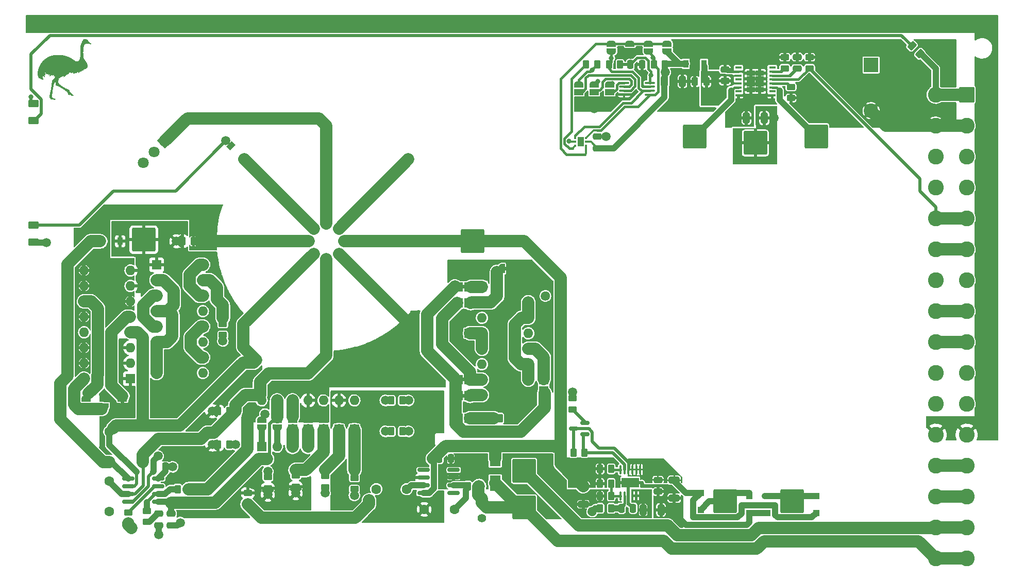
<source format=gbr>
G04 #@! TF.GenerationSoftware,KiCad,Pcbnew,(6.0.0)*
G04 #@! TF.CreationDate,2022-03-04T00:59:08+01:00*
G04 #@! TF.ProjectId,ADRmu,4144526d-752e-46b6-9963-61645f706362,0.4*
G04 #@! TF.SameCoordinates,Original*
G04 #@! TF.FileFunction,Copper,L1,Top*
G04 #@! TF.FilePolarity,Positive*
%FSLAX46Y46*%
G04 Gerber Fmt 4.6, Leading zero omitted, Abs format (unit mm)*
G04 Created by KiCad (PCBNEW (6.0.0)) date 2022-03-04 00:59:08*
%MOMM*%
%LPD*%
G01*
G04 APERTURE LIST*
G04 Aperture macros list*
%AMRoundRect*
0 Rectangle with rounded corners*
0 $1 Rounding radius*
0 $2 $3 $4 $5 $6 $7 $8 $9 X,Y pos of 4 corners*
0 Add a 4 corners polygon primitive as box body*
4,1,4,$2,$3,$4,$5,$6,$7,$8,$9,$2,$3,0*
0 Add four circle primitives for the rounded corners*
1,1,$1+$1,$2,$3*
1,1,$1+$1,$4,$5*
1,1,$1+$1,$6,$7*
1,1,$1+$1,$8,$9*
0 Add four rect primitives between the rounded corners*
20,1,$1+$1,$2,$3,$4,$5,0*
20,1,$1+$1,$4,$5,$6,$7,0*
20,1,$1+$1,$6,$7,$8,$9,0*
20,1,$1+$1,$8,$9,$2,$3,0*%
%AMHorizOval*
0 Thick line with rounded ends*
0 $1 width*
0 $2 $3 position (X,Y) of the first rounded end (center of the circle)*
0 $4 $5 position (X,Y) of the second rounded end (center of the circle)*
0 Add line between two ends*
20,1,$1,$2,$3,$4,$5,0*
0 Add two circle primitives to create the rounded ends*
1,1,$1,$2,$3*
1,1,$1,$4,$5*%
%AMRotRect*
0 Rectangle, with rotation*
0 The origin of the aperture is its center*
0 $1 length*
0 $2 width*
0 $3 Rotation angle, in degrees counterclockwise*
0 Add horizontal line*
21,1,$1,$2,0,0,$3*%
%AMFreePoly0*
4,1,22,0.500000,-0.750000,0.000000,-0.750000,0.000000,-0.745033,-0.079941,-0.743568,-0.215256,-0.701293,-0.333266,-0.622738,-0.424486,-0.514219,-0.481581,-0.384460,-0.499164,-0.250000,-0.500000,-0.250000,-0.500000,0.250000,-0.499164,0.250000,-0.499963,0.256109,-0.478152,0.396186,-0.417904,0.524511,-0.324060,0.630769,-0.204165,0.706417,-0.067858,0.745374,0.000000,0.744959,0.000000,0.750000,
0.500000,0.750000,0.500000,-0.750000,0.500000,-0.750000,$1*%
%AMFreePoly1*
4,1,20,0.000000,0.744959,0.073905,0.744508,0.209726,0.703889,0.328688,0.626782,0.421226,0.519385,0.479903,0.390333,0.500000,0.250000,0.500000,-0.250000,0.499851,-0.262216,0.476331,-0.402017,0.414519,-0.529596,0.319384,-0.634700,0.198574,-0.708877,0.061801,-0.746166,0.000000,-0.745033,0.000000,-0.750000,-0.500000,-0.750000,-0.500000,0.750000,0.000000,0.750000,0.000000,0.744959,
0.000000,0.744959,$1*%
%AMFreePoly2*
4,1,22,0.550000,-0.750000,0.000000,-0.750000,0.000000,-0.745033,-0.079941,-0.743568,-0.215256,-0.701293,-0.333266,-0.622738,-0.424486,-0.514219,-0.481581,-0.384460,-0.499164,-0.250000,-0.500000,-0.250000,-0.500000,0.250000,-0.499164,0.250000,-0.499963,0.256109,-0.478152,0.396186,-0.417904,0.524511,-0.324060,0.630769,-0.204165,0.706417,-0.067858,0.745374,0.000000,0.744959,0.000000,0.750000,
0.550000,0.750000,0.550000,-0.750000,0.550000,-0.750000,$1*%
%AMFreePoly3*
4,1,20,0.000000,0.744959,0.073905,0.744508,0.209726,0.703889,0.328688,0.626782,0.421226,0.519385,0.479903,0.390333,0.500000,0.250000,0.500000,-0.250000,0.499851,-0.262216,0.476331,-0.402017,0.414519,-0.529596,0.319384,-0.634700,0.198574,-0.708877,0.061801,-0.746166,0.000000,-0.745033,0.000000,-0.750000,-0.550000,-0.750000,-0.550000,0.750000,0.000000,0.750000,0.000000,0.744959,
0.000000,0.744959,$1*%
%AMFreePoly4*
4,1,9,3.862500,-0.866500,0.737500,-0.866500,0.737500,-0.450000,-0.737500,-0.450000,-0.737500,0.450000,0.737500,0.450000,0.737500,0.866500,3.862500,0.866500,3.862500,-0.866500,3.862500,-0.866500,$1*%
G04 Aperture macros list end*
G04 #@! TA.AperFunction,SMDPad,CuDef*
%ADD10RoundRect,0.250000X0.262500X0.450000X-0.262500X0.450000X-0.262500X-0.450000X0.262500X-0.450000X0*%
G04 #@! TD*
G04 #@! TA.AperFunction,SMDPad,CuDef*
%ADD11RoundRect,0.250000X0.503814X0.132583X0.132583X0.503814X-0.503814X-0.132583X-0.132583X-0.503814X0*%
G04 #@! TD*
G04 #@! TA.AperFunction,SMDPad,CuDef*
%ADD12RoundRect,0.250000X0.450000X-0.262500X0.450000X0.262500X-0.450000X0.262500X-0.450000X-0.262500X0*%
G04 #@! TD*
G04 #@! TA.AperFunction,SMDPad,CuDef*
%ADD13FreePoly0,0.000000*%
G04 #@! TD*
G04 #@! TA.AperFunction,SMDPad,CuDef*
%ADD14FreePoly1,0.000000*%
G04 #@! TD*
G04 #@! TA.AperFunction,SMDPad,CuDef*
%ADD15RoundRect,0.250000X-0.625000X0.375000X-0.625000X-0.375000X0.625000X-0.375000X0.625000X0.375000X0*%
G04 #@! TD*
G04 #@! TA.AperFunction,SMDPad,CuDef*
%ADD16RoundRect,0.250000X-0.262500X-0.450000X0.262500X-0.450000X0.262500X0.450000X-0.262500X0.450000X0*%
G04 #@! TD*
G04 #@! TA.AperFunction,ComponentPad*
%ADD17C,1.600000*%
G04 #@! TD*
G04 #@! TA.AperFunction,ComponentPad*
%ADD18RoundRect,0.250002X1.699998X1.699998X-1.699998X1.699998X-1.699998X-1.699998X1.699998X-1.699998X0*%
G04 #@! TD*
G04 #@! TA.AperFunction,ComponentPad*
%ADD19RoundRect,0.250002X-1.699998X-1.699998X1.699998X-1.699998X1.699998X1.699998X-1.699998X1.699998X0*%
G04 #@! TD*
G04 #@! TA.AperFunction,SMDPad,CuDef*
%ADD20RoundRect,0.250000X0.475000X-0.250000X0.475000X0.250000X-0.475000X0.250000X-0.475000X-0.250000X0*%
G04 #@! TD*
G04 #@! TA.AperFunction,SMDPad,CuDef*
%ADD21RoundRect,0.250000X-0.250000X-0.475000X0.250000X-0.475000X0.250000X0.475000X-0.250000X0.475000X0*%
G04 #@! TD*
G04 #@! TA.AperFunction,SMDPad,CuDef*
%ADD22RotRect,0.900000X1.200000X315.000000*%
G04 #@! TD*
G04 #@! TA.AperFunction,SMDPad,CuDef*
%ADD23FreePoly0,90.000000*%
G04 #@! TD*
G04 #@! TA.AperFunction,SMDPad,CuDef*
%ADD24FreePoly1,90.000000*%
G04 #@! TD*
G04 #@! TA.AperFunction,ComponentPad*
%ADD25RoundRect,0.250000X-1.050000X1.050000X-1.050000X-1.050000X1.050000X-1.050000X1.050000X1.050000X0*%
G04 #@! TD*
G04 #@! TA.AperFunction,ComponentPad*
%ADD26C,2.600000*%
G04 #@! TD*
G04 #@! TA.AperFunction,SMDPad,CuDef*
%ADD27FreePoly2,90.000000*%
G04 #@! TD*
G04 #@! TA.AperFunction,SMDPad,CuDef*
%ADD28R,1.500000X1.000000*%
G04 #@! TD*
G04 #@! TA.AperFunction,SMDPad,CuDef*
%ADD29FreePoly3,90.000000*%
G04 #@! TD*
G04 #@! TA.AperFunction,ComponentPad*
%ADD30C,1.500000*%
G04 #@! TD*
G04 #@! TA.AperFunction,SMDPad,CuDef*
%ADD31RoundRect,0.250000X-0.450000X0.262500X-0.450000X-0.262500X0.450000X-0.262500X0.450000X0.262500X0*%
G04 #@! TD*
G04 #@! TA.AperFunction,SMDPad,CuDef*
%ADD32RoundRect,0.150000X-0.825000X-0.150000X0.825000X-0.150000X0.825000X0.150000X-0.825000X0.150000X0*%
G04 #@! TD*
G04 #@! TA.AperFunction,SMDPad,CuDef*
%ADD33RoundRect,0.093750X-0.093750X-0.106250X0.093750X-0.106250X0.093750X0.106250X-0.093750X0.106250X0*%
G04 #@! TD*
G04 #@! TA.AperFunction,SMDPad,CuDef*
%ADD34R,1.000000X1.600000*%
G04 #@! TD*
G04 #@! TA.AperFunction,SMDPad,CuDef*
%ADD35RoundRect,0.250000X-0.325000X-0.650000X0.325000X-0.650000X0.325000X0.650000X-0.325000X0.650000X0*%
G04 #@! TD*
G04 #@! TA.AperFunction,SMDPad,CuDef*
%ADD36FreePoly0,270.000000*%
G04 #@! TD*
G04 #@! TA.AperFunction,SMDPad,CuDef*
%ADD37FreePoly1,270.000000*%
G04 #@! TD*
G04 #@! TA.AperFunction,SMDPad,CuDef*
%ADD38R,0.900000X1.300000*%
G04 #@! TD*
G04 #@! TA.AperFunction,SMDPad,CuDef*
%ADD39FreePoly4,90.000000*%
G04 #@! TD*
G04 #@! TA.AperFunction,SMDPad,CuDef*
%ADD40RoundRect,0.100000X-0.100000X0.625000X-0.100000X-0.625000X0.100000X-0.625000X0.100000X0.625000X0*%
G04 #@! TD*
G04 #@! TA.AperFunction,SMDPad,CuDef*
%ADD41R,2.850000X1.650000*%
G04 #@! TD*
G04 #@! TA.AperFunction,SMDPad,CuDef*
%ADD42R,1.800000X2.500000*%
G04 #@! TD*
G04 #@! TA.AperFunction,SMDPad,CuDef*
%ADD43C,2.000000*%
G04 #@! TD*
G04 #@! TA.AperFunction,ComponentPad*
%ADD44C,1.400000*%
G04 #@! TD*
G04 #@! TA.AperFunction,ComponentPad*
%ADD45RotRect,1.800000X1.800000X225.000000*%
G04 #@! TD*
G04 #@! TA.AperFunction,ComponentPad*
%ADD46HorizOval,1.800000X0.000000X0.000000X0.000000X0.000000X0*%
G04 #@! TD*
G04 #@! TA.AperFunction,SMDPad,CuDef*
%ADD47RoundRect,0.250000X0.250000X0.475000X-0.250000X0.475000X-0.250000X-0.475000X0.250000X-0.475000X0*%
G04 #@! TD*
G04 #@! TA.AperFunction,ComponentPad*
%ADD48R,1.600000X1.600000*%
G04 #@! TD*
G04 #@! TA.AperFunction,ComponentPad*
%ADD49O,1.600000X1.600000*%
G04 #@! TD*
G04 #@! TA.AperFunction,ComponentPad*
%ADD50R,2.400000X2.400000*%
G04 #@! TD*
G04 #@! TA.AperFunction,ComponentPad*
%ADD51C,2.400000*%
G04 #@! TD*
G04 #@! TA.AperFunction,SMDPad,CuDef*
%ADD52R,0.900000X1.200000*%
G04 #@! TD*
G04 #@! TA.AperFunction,SMDPad,CuDef*
%ADD53R,1.100000X1.100000*%
G04 #@! TD*
G04 #@! TA.AperFunction,SMDPad,CuDef*
%ADD54RoundRect,0.250000X-0.475000X0.250000X-0.475000X-0.250000X0.475000X-0.250000X0.475000X0.250000X0*%
G04 #@! TD*
G04 #@! TA.AperFunction,SMDPad,CuDef*
%ADD55R,1.050000X0.450000*%
G04 #@! TD*
G04 #@! TA.AperFunction,SMDPad,CuDef*
%ADD56R,1.470000X0.895000*%
G04 #@! TD*
G04 #@! TA.AperFunction,SMDPad,CuDef*
%ADD57RoundRect,0.150000X0.587500X0.150000X-0.587500X0.150000X-0.587500X-0.150000X0.587500X-0.150000X0*%
G04 #@! TD*
G04 #@! TA.AperFunction,ComponentPad*
%ADD58O,1.200000X1.600000*%
G04 #@! TD*
G04 #@! TA.AperFunction,ComponentPad*
%ADD59O,1.200000X1.200000*%
G04 #@! TD*
G04 #@! TA.AperFunction,SMDPad,CuDef*
%ADD60RoundRect,0.100000X-0.712500X-0.100000X0.712500X-0.100000X0.712500X0.100000X-0.712500X0.100000X0*%
G04 #@! TD*
G04 #@! TA.AperFunction,SMDPad,CuDef*
%ADD61FreePoly0,180.000000*%
G04 #@! TD*
G04 #@! TA.AperFunction,SMDPad,CuDef*
%ADD62FreePoly1,180.000000*%
G04 #@! TD*
G04 #@! TA.AperFunction,SMDPad,CuDef*
%ADD63RoundRect,0.250000X0.325000X0.650000X-0.325000X0.650000X-0.325000X-0.650000X0.325000X-0.650000X0*%
G04 #@! TD*
G04 #@! TA.AperFunction,SMDPad,CuDef*
%ADD64RoundRect,0.250000X0.650000X-0.325000X0.650000X0.325000X-0.650000X0.325000X-0.650000X-0.325000X0*%
G04 #@! TD*
G04 #@! TA.AperFunction,SMDPad,CuDef*
%ADD65RoundRect,0.250000X-0.650000X0.325000X-0.650000X-0.325000X0.650000X-0.325000X0.650000X0.325000X0*%
G04 #@! TD*
G04 #@! TA.AperFunction,ViaPad*
%ADD66C,1.500000*%
G04 #@! TD*
G04 #@! TA.AperFunction,ViaPad*
%ADD67C,0.800000*%
G04 #@! TD*
G04 #@! TA.AperFunction,ViaPad*
%ADD68C,0.600000*%
G04 #@! TD*
G04 #@! TA.AperFunction,Conductor*
%ADD69C,2.000000*%
G04 #@! TD*
G04 #@! TA.AperFunction,Conductor*
%ADD70C,1.000000*%
G04 #@! TD*
G04 #@! TA.AperFunction,Conductor*
%ADD71C,0.400000*%
G04 #@! TD*
G04 #@! TA.AperFunction,Conductor*
%ADD72C,0.300000*%
G04 #@! TD*
G04 #@! TA.AperFunction,Conductor*
%ADD73C,0.500000*%
G04 #@! TD*
G04 #@! TA.AperFunction,Conductor*
%ADD74C,0.700000*%
G04 #@! TD*
G04 APERTURE END LIST*
G04 #@! TO.C,JP209*
G36*
X142322624Y-110293000D02*
G01*
X141822624Y-110293000D01*
X141822624Y-109693000D01*
X142322624Y-109693000D01*
X142322624Y-110293000D01*
G37*
G04 #@! TO.C,SYM101*
G36*
X79891214Y-54002424D02*
G01*
X79901581Y-54003834D01*
X79922944Y-54007568D01*
X79946545Y-54012614D01*
X79971724Y-54018782D01*
X79997818Y-54025881D01*
X80024166Y-54033719D01*
X80050107Y-54042107D01*
X80074980Y-54050853D01*
X80098123Y-54059766D01*
X80104302Y-54062308D01*
X80138216Y-54077388D01*
X80171385Y-54093927D01*
X80203417Y-54111677D01*
X80233919Y-54130394D01*
X80262497Y-54149829D01*
X80288757Y-54169738D01*
X80312308Y-54189873D01*
X80321055Y-54198103D01*
X80332621Y-54209615D01*
X80342951Y-54220609D01*
X80352352Y-54231527D01*
X80361130Y-54242808D01*
X80369592Y-54254890D01*
X80378047Y-54268215D01*
X80386800Y-54283220D01*
X80396159Y-54300346D01*
X80406430Y-54320033D01*
X80407006Y-54321155D01*
X80420828Y-54347648D01*
X80433833Y-54371479D01*
X80446293Y-54393069D01*
X80458480Y-54412836D01*
X80470666Y-54431197D01*
X80483124Y-54448573D01*
X80496125Y-54465382D01*
X80509942Y-54482042D01*
X80516495Y-54489598D01*
X80530455Y-54504932D01*
X80544570Y-54519226D01*
X80559314Y-54532885D01*
X80575166Y-54546315D01*
X80592603Y-54559922D01*
X80612101Y-54574111D01*
X80631983Y-54587834D01*
X80647712Y-54598582D01*
X80664493Y-54610252D01*
X80682049Y-54622641D01*
X80700107Y-54635544D01*
X80718389Y-54648754D01*
X80736621Y-54662068D01*
X80754528Y-54675280D01*
X80771833Y-54688186D01*
X80788262Y-54700580D01*
X80803539Y-54712259D01*
X80817388Y-54723015D01*
X80829535Y-54732646D01*
X80839704Y-54740946D01*
X80847618Y-54747709D01*
X80851017Y-54750800D01*
X80860044Y-54759901D01*
X80869407Y-54770422D01*
X80878705Y-54781813D01*
X80887534Y-54793525D01*
X80895491Y-54805008D01*
X80902173Y-54815712D01*
X80907177Y-54825087D01*
X80909442Y-54830496D01*
X80911615Y-54839337D01*
X80912227Y-54848357D01*
X80911313Y-54856584D01*
X80908905Y-54863043D01*
X80908285Y-54863987D01*
X80904952Y-54867291D01*
X80900007Y-54870815D01*
X80896995Y-54872520D01*
X80891747Y-54874613D01*
X80885437Y-54875982D01*
X80877728Y-54876619D01*
X80868284Y-54876517D01*
X80856767Y-54875669D01*
X80842842Y-54874068D01*
X80826171Y-54871708D01*
X80821096Y-54870930D01*
X80803976Y-54868162D01*
X80784153Y-54864767D01*
X80762110Y-54860840D01*
X80738330Y-54856474D01*
X80713294Y-54851764D01*
X80687486Y-54846805D01*
X80661388Y-54841689D01*
X80635483Y-54836511D01*
X80610254Y-54831366D01*
X80586184Y-54826346D01*
X80563754Y-54821547D01*
X80543448Y-54817062D01*
X80535663Y-54815294D01*
X80507140Y-54808833D01*
X80481436Y-54803201D01*
X80458224Y-54798352D01*
X80437176Y-54794239D01*
X80417966Y-54790816D01*
X80400266Y-54788036D01*
X80383748Y-54785854D01*
X80368086Y-54784221D01*
X80352952Y-54783094D01*
X80338018Y-54782424D01*
X80322958Y-54782165D01*
X80307444Y-54782272D01*
X80303304Y-54782353D01*
X80290800Y-54782737D01*
X80278388Y-54783358D01*
X80265644Y-54784264D01*
X80252142Y-54785498D01*
X80237457Y-54787107D01*
X80221166Y-54789138D01*
X80202844Y-54791634D01*
X80182064Y-54794643D01*
X80163936Y-54797367D01*
X80120672Y-54804547D01*
X80080269Y-54812525D01*
X80042400Y-54821395D01*
X80006736Y-54831250D01*
X79972949Y-54842185D01*
X79940712Y-54854293D01*
X79909696Y-54867669D01*
X79895866Y-54874217D01*
X79876083Y-54884198D01*
X79858849Y-54893713D01*
X79843564Y-54903163D01*
X79829629Y-54912952D01*
X79816445Y-54923479D01*
X79803412Y-54935149D01*
X79799725Y-54938659D01*
X79785097Y-54953499D01*
X79772081Y-54968412D01*
X79760407Y-54983849D01*
X79749808Y-55000263D01*
X79740014Y-55018106D01*
X79730757Y-55037831D01*
X79721769Y-55059889D01*
X79712781Y-55084734D01*
X79712467Y-55085650D01*
X79690034Y-55154278D01*
X79669734Y-55223189D01*
X79651494Y-55292726D01*
X79635244Y-55363230D01*
X79620913Y-55435045D01*
X79608430Y-55508511D01*
X79597725Y-55583970D01*
X79588726Y-55661765D01*
X79584876Y-55701299D01*
X79582514Y-55728066D01*
X79580379Y-55754431D01*
X79578455Y-55780742D01*
X79576724Y-55807347D01*
X79575171Y-55834595D01*
X79573778Y-55862833D01*
X79572529Y-55892410D01*
X79571409Y-55923674D01*
X79570399Y-55956974D01*
X79569485Y-55992658D01*
X79568649Y-56031073D01*
X79568230Y-56052753D01*
X79567380Y-56119728D01*
X79567270Y-56189316D01*
X79567902Y-56261587D01*
X79569278Y-56336611D01*
X79571400Y-56414456D01*
X79574270Y-56495193D01*
X79577890Y-56578890D01*
X79582261Y-56665617D01*
X79587386Y-56755443D01*
X79588077Y-56766845D01*
X79589562Y-56790537D01*
X79590966Y-56811426D01*
X79592331Y-56829972D01*
X79593698Y-56846634D01*
X79595108Y-56861874D01*
X79596604Y-56876152D01*
X79598227Y-56889928D01*
X79600019Y-56903661D01*
X79601207Y-56912183D01*
X79611590Y-56973672D01*
X79625077Y-57034203D01*
X79641677Y-57093803D01*
X79661399Y-57152495D01*
X79684253Y-57210303D01*
X79710247Y-57267251D01*
X79739392Y-57323365D01*
X79771695Y-57378668D01*
X79788388Y-57405028D01*
X79796306Y-57417001D01*
X79806103Y-57431437D01*
X79817680Y-57448200D01*
X79830938Y-57467152D01*
X79845779Y-57488157D01*
X79862103Y-57511079D01*
X79879813Y-57535780D01*
X79898809Y-57562125D01*
X79918993Y-57589976D01*
X79940266Y-57619196D01*
X79962531Y-57649650D01*
X79985687Y-57681200D01*
X80009636Y-57713710D01*
X80034280Y-57747043D01*
X80059520Y-57781063D01*
X80069954Y-57795091D01*
X80085091Y-57815465D01*
X80098425Y-57833508D01*
X80110130Y-57849484D01*
X80120381Y-57863661D01*
X80129352Y-57876304D01*
X80137218Y-57887680D01*
X80144155Y-57898054D01*
X80150337Y-57907694D01*
X80155939Y-57916865D01*
X80161135Y-57925833D01*
X80166102Y-57934865D01*
X80171013Y-57944227D01*
X80176043Y-57954185D01*
X80180804Y-57963849D01*
X80200269Y-58007020D01*
X80217715Y-58052643D01*
X80233119Y-58100582D01*
X80246454Y-58150701D01*
X80257695Y-58202864D01*
X80266818Y-58256935D01*
X80273796Y-58312778D01*
X80278604Y-58370257D01*
X80281217Y-58429236D01*
X80281610Y-58489579D01*
X80281368Y-58504378D01*
X80280904Y-58525404D01*
X80280384Y-58543673D01*
X80279717Y-58559660D01*
X80278811Y-58573836D01*
X80277574Y-58586676D01*
X80275914Y-58598652D01*
X80273739Y-58610238D01*
X80270957Y-58621908D01*
X80267477Y-58634135D01*
X80263206Y-58647391D01*
X80258052Y-58662150D01*
X80251924Y-58678886D01*
X80244729Y-58698072D01*
X80242697Y-58703454D01*
X80238029Y-58715444D01*
X80234079Y-58724638D01*
X80230629Y-58731368D01*
X80227463Y-58735968D01*
X80224362Y-58738770D01*
X80221110Y-58740107D01*
X80218605Y-58740350D01*
X80213854Y-58739484D01*
X80209269Y-58736743D01*
X80204711Y-58731911D01*
X80200041Y-58724770D01*
X80195120Y-58715105D01*
X80189807Y-58702699D01*
X80183962Y-58687335D01*
X80183391Y-58685761D01*
X80180549Y-58677960D01*
X80178061Y-58671258D01*
X80176156Y-58666258D01*
X80175061Y-58663564D01*
X80174933Y-58663307D01*
X80173216Y-58663304D01*
X80169822Y-58665483D01*
X80165140Y-58669497D01*
X80159561Y-58675002D01*
X80153474Y-58681649D01*
X80150917Y-58684631D01*
X80142640Y-58694924D01*
X80134904Y-58705572D01*
X80127488Y-58716970D01*
X80120174Y-58729514D01*
X80112741Y-58743600D01*
X80104970Y-58759624D01*
X80096641Y-58777981D01*
X80087852Y-58798322D01*
X80077896Y-58821320D01*
X80068705Y-58841510D01*
X80060110Y-58859215D01*
X80051941Y-58874757D01*
X80044027Y-58888459D01*
X80036199Y-58900642D01*
X80028287Y-58911629D01*
X80027752Y-58912327D01*
X80023695Y-58917283D01*
X80018585Y-58923058D01*
X80012902Y-58929167D01*
X80007126Y-58935121D01*
X80001738Y-58940431D01*
X79997217Y-58944612D01*
X79994044Y-58947174D01*
X79992883Y-58947743D01*
X79991026Y-58946371D01*
X79988149Y-58942670D01*
X79984631Y-58937262D01*
X79980850Y-58930769D01*
X79977184Y-58923814D01*
X79974013Y-58917019D01*
X79973573Y-58915980D01*
X79970245Y-58907391D01*
X79967486Y-58898786D01*
X79965219Y-58889684D01*
X79963366Y-58879607D01*
X79961850Y-58868075D01*
X79960593Y-58854608D01*
X79959517Y-58838727D01*
X79958758Y-58824450D01*
X79957751Y-58806550D01*
X79956573Y-58791385D01*
X79955152Y-58778425D01*
X79953417Y-58767140D01*
X79951294Y-58757001D01*
X79948713Y-58747477D01*
X79948009Y-58745199D01*
X79943769Y-58731778D01*
X79935553Y-58747903D01*
X79928798Y-58761536D01*
X79923398Y-58773429D01*
X79918963Y-58784600D01*
X79915105Y-58796070D01*
X79911433Y-58808860D01*
X79909583Y-58815923D01*
X79902083Y-58842934D01*
X79894150Y-58866965D01*
X79885674Y-58888287D01*
X79876548Y-58907168D01*
X79866664Y-58923879D01*
X79866003Y-58924881D01*
X79852327Y-58943404D01*
X79837586Y-58959185D01*
X79821412Y-58972485D01*
X79803437Y-58983561D01*
X79783295Y-58992671D01*
X79760618Y-59000075D01*
X79758120Y-59000752D01*
X79739468Y-59006241D01*
X79723428Y-59012203D01*
X79709344Y-59018990D01*
X79696565Y-59026958D01*
X79684438Y-59036460D01*
X79673655Y-59046500D01*
X79668286Y-59051946D01*
X79663261Y-59057320D01*
X79658250Y-59063032D01*
X79652924Y-59069488D01*
X79646952Y-59077098D01*
X79640003Y-59086269D01*
X79631749Y-59097410D01*
X79624750Y-59106963D01*
X79610590Y-59126112D01*
X79597921Y-59142685D01*
X79586534Y-59156892D01*
X79576219Y-59168945D01*
X79566764Y-59179053D01*
X79557961Y-59187429D01*
X79549599Y-59194283D01*
X79541468Y-59199827D01*
X79533359Y-59204271D01*
X79525060Y-59207826D01*
X79523920Y-59208247D01*
X79518494Y-59209998D01*
X79511227Y-59212046D01*
X79502885Y-59214207D01*
X79494233Y-59216300D01*
X79486039Y-59218142D01*
X79479067Y-59219552D01*
X79474083Y-59220348D01*
X79472561Y-59220458D01*
X79471588Y-59220196D01*
X79470634Y-59219194D01*
X79469605Y-59217127D01*
X79468406Y-59213670D01*
X79466940Y-59208500D01*
X79465112Y-59201292D01*
X79462827Y-59191720D01*
X79459990Y-59179462D01*
X79458162Y-59171467D01*
X79455368Y-59159345D01*
X79452770Y-59148321D01*
X79450464Y-59138780D01*
X79448544Y-59131105D01*
X79447106Y-59125680D01*
X79446244Y-59122889D01*
X79446071Y-59122593D01*
X79444763Y-59123781D01*
X79441564Y-59127061D01*
X79436780Y-59132110D01*
X79430716Y-59138602D01*
X79423678Y-59146213D01*
X79417391Y-59153064D01*
X79395560Y-59176647D01*
X79374237Y-59199117D01*
X79353634Y-59220266D01*
X79333965Y-59239884D01*
X79315444Y-59257761D01*
X79298283Y-59273689D01*
X79282697Y-59287457D01*
X79268898Y-59298857D01*
X79268786Y-59298945D01*
X79250754Y-59312713D01*
X79234647Y-59323991D01*
X79220345Y-59332838D01*
X79207729Y-59339312D01*
X79196683Y-59343473D01*
X79187086Y-59345380D01*
X79178821Y-59345090D01*
X79176721Y-59344621D01*
X79168834Y-59340860D01*
X79161272Y-59333997D01*
X79154144Y-59324186D01*
X79147560Y-59311585D01*
X79141630Y-59296350D01*
X79140572Y-59293127D01*
X79138635Y-59287369D01*
X79136930Y-59282851D01*
X79135800Y-59280470D01*
X79135730Y-59280382D01*
X79133927Y-59280662D01*
X79130381Y-59282941D01*
X79125562Y-59286811D01*
X79119936Y-59291868D01*
X79113974Y-59297706D01*
X79108144Y-59303918D01*
X79106817Y-59305419D01*
X79103755Y-59308965D01*
X79098864Y-59314677D01*
X79092423Y-59322226D01*
X79084713Y-59331283D01*
X79076011Y-59341521D01*
X79066599Y-59352611D01*
X79056755Y-59364224D01*
X79052658Y-59369063D01*
X79030069Y-59395615D01*
X79009361Y-59419680D01*
X78990433Y-59441366D01*
X78973183Y-59460782D01*
X78957511Y-59478037D01*
X78943316Y-59493239D01*
X78930495Y-59506496D01*
X78918948Y-59517917D01*
X78908575Y-59527611D01*
X78899272Y-59535687D01*
X78891945Y-59541501D01*
X78874365Y-59553822D01*
X78854248Y-59566266D01*
X78832277Y-59578428D01*
X78813016Y-59588072D01*
X78797940Y-59595037D01*
X78785297Y-59600346D01*
X78774774Y-59604109D01*
X78766055Y-59606433D01*
X78758826Y-59607428D01*
X78756873Y-59607484D01*
X78748166Y-59606651D01*
X78741654Y-59603961D01*
X78737089Y-59599127D01*
X78734220Y-59591863D01*
X78732797Y-59581882D01*
X78732673Y-59579722D01*
X78732579Y-59576562D01*
X78732628Y-59573230D01*
X78732867Y-59569451D01*
X78733341Y-59564946D01*
X78734098Y-59559439D01*
X78735183Y-59552653D01*
X78736644Y-59544309D01*
X78738527Y-59534131D01*
X78740878Y-59521841D01*
X78743745Y-59507162D01*
X78747173Y-59489817D01*
X78750890Y-59471127D01*
X78755826Y-59446352D01*
X78760163Y-59424559D01*
X78763941Y-59405527D01*
X78767197Y-59389033D01*
X78769970Y-59374856D01*
X78772300Y-59362775D01*
X78774224Y-59352568D01*
X78775782Y-59344014D01*
X78777012Y-59336891D01*
X78777953Y-59330978D01*
X78778644Y-59326053D01*
X78779123Y-59321894D01*
X78779429Y-59318281D01*
X78779600Y-59314991D01*
X78779677Y-59311803D01*
X78779696Y-59308496D01*
X78779696Y-59288116D01*
X78772617Y-59285492D01*
X78765538Y-59282869D01*
X78739967Y-59319842D01*
X78733516Y-59329223D01*
X78725599Y-59340821D01*
X78716556Y-59354133D01*
X78706728Y-59368655D01*
X78696456Y-59383884D01*
X78686080Y-59399315D01*
X78675941Y-59414446D01*
X78670802Y-59422136D01*
X78657703Y-59441702D01*
X78646162Y-59458785D01*
X78635981Y-59473655D01*
X78626961Y-59486581D01*
X78618902Y-59497833D01*
X78611604Y-59507681D01*
X78604867Y-59516393D01*
X78598493Y-59524239D01*
X78592282Y-59531489D01*
X78586035Y-59538411D01*
X78579844Y-59544972D01*
X78562138Y-59562463D01*
X78544555Y-59577822D01*
X78526460Y-59591479D01*
X78507222Y-59603862D01*
X78486209Y-59615400D01*
X78462787Y-59626522D01*
X78453909Y-59630394D01*
X78446853Y-59633319D01*
X78438022Y-59636835D01*
X78427814Y-59640799D01*
X78416624Y-59645064D01*
X78404847Y-59649487D01*
X78392881Y-59653923D01*
X78381121Y-59658226D01*
X78369963Y-59662253D01*
X78359803Y-59665858D01*
X78351037Y-59668897D01*
X78344061Y-59671224D01*
X78339272Y-59672696D01*
X78337064Y-59673167D01*
X78336972Y-59673135D01*
X78336101Y-59671314D01*
X78334275Y-59666932D01*
X78331691Y-59660484D01*
X78328548Y-59652465D01*
X78325043Y-59643368D01*
X78324903Y-59643002D01*
X78320702Y-59632202D01*
X78317396Y-59624206D01*
X78314846Y-59618718D01*
X78312911Y-59615445D01*
X78311451Y-59614091D01*
X78311072Y-59614016D01*
X78306509Y-59614604D01*
X78299000Y-59616348D01*
X78288644Y-59619216D01*
X78275538Y-59623178D01*
X78259780Y-59628201D01*
X78241467Y-59634255D01*
X78220697Y-59641309D01*
X78197567Y-59649331D01*
X78172176Y-59658291D01*
X78168947Y-59659440D01*
X78142494Y-59668598D01*
X78118483Y-59676323D01*
X78096473Y-59682718D01*
X78076022Y-59687884D01*
X78056689Y-59691922D01*
X78038033Y-59694936D01*
X78019612Y-59697026D01*
X78000986Y-59698294D01*
X78000508Y-59698317D01*
X77990655Y-59698530D01*
X77979768Y-59698360D01*
X77968388Y-59697855D01*
X77957059Y-59697067D01*
X77946320Y-59696048D01*
X77936714Y-59694848D01*
X77928783Y-59693517D01*
X77923069Y-59692108D01*
X77920206Y-59690760D01*
X77920403Y-59689012D01*
X77921464Y-59684430D01*
X77923306Y-59677308D01*
X77925850Y-59667940D01*
X77929013Y-59656620D01*
X77932713Y-59643639D01*
X77936870Y-59629293D01*
X77941403Y-59613874D01*
X77943476Y-59606886D01*
X77948175Y-59591074D01*
X77952580Y-59576200D01*
X77956604Y-59562559D01*
X77960162Y-59550445D01*
X77963166Y-59540155D01*
X77965532Y-59531983D01*
X77967172Y-59526223D01*
X77968000Y-59523171D01*
X77968085Y-59522764D01*
X77966574Y-59522373D01*
X77962068Y-59523170D01*
X77954610Y-59525141D01*
X77944242Y-59528273D01*
X77931006Y-59532551D01*
X77914946Y-59537962D01*
X77896102Y-59544492D01*
X77874519Y-59552128D01*
X77850237Y-59560856D01*
X77845766Y-59562475D01*
X77815731Y-59573298D01*
X77787723Y-59583250D01*
X77761880Y-59592287D01*
X77738339Y-59600362D01*
X77717235Y-59607429D01*
X77698706Y-59613441D01*
X77682889Y-59618353D01*
X77669919Y-59622118D01*
X77665976Y-59623184D01*
X77655725Y-59625615D01*
X77646661Y-59627041D01*
X77637054Y-59627690D01*
X77630828Y-59627799D01*
X77622580Y-59627768D01*
X77616716Y-59627481D01*
X77612355Y-59626799D01*
X77608619Y-59625587D01*
X77604700Y-59623745D01*
X77597864Y-59619270D01*
X77592158Y-59613269D01*
X77587515Y-59605505D01*
X77583864Y-59595739D01*
X77581137Y-59583733D01*
X77579265Y-59569249D01*
X77578178Y-59552049D01*
X77577808Y-59531894D01*
X77577807Y-59531066D01*
X77577793Y-59504455D01*
X77572486Y-59505340D01*
X77569355Y-59505737D01*
X77563514Y-59506360D01*
X77555504Y-59507157D01*
X77545868Y-59508074D01*
X77535149Y-59509057D01*
X77529619Y-59509551D01*
X77501081Y-59512223D01*
X77475459Y-59514946D01*
X77452404Y-59517780D01*
X77431566Y-59520786D01*
X77412598Y-59524025D01*
X77395147Y-59527557D01*
X77378867Y-59531442D01*
X77363406Y-59535742D01*
X77348415Y-59540516D01*
X77345819Y-59541403D01*
X77326192Y-59548925D01*
X77309786Y-59556832D01*
X77296612Y-59565119D01*
X77292715Y-59568151D01*
X77288631Y-59571813D01*
X77283013Y-59577325D01*
X77275793Y-59584758D01*
X77266904Y-59594186D01*
X77256278Y-59605682D01*
X77243850Y-59619320D01*
X77229552Y-59635171D01*
X77213316Y-59653308D01*
X77195076Y-59673806D01*
X77180766Y-59689951D01*
X77164867Y-59707886D01*
X77150897Y-59723563D01*
X77138644Y-59737190D01*
X77127897Y-59748978D01*
X77118446Y-59759134D01*
X77110079Y-59767870D01*
X77102585Y-59775392D01*
X77095753Y-59781912D01*
X77089372Y-59787638D01*
X77083231Y-59792779D01*
X77077118Y-59797544D01*
X77070823Y-59802142D01*
X77064135Y-59806784D01*
X77060126Y-59809488D01*
X77039847Y-59821968D01*
X77018854Y-59832626D01*
X76996576Y-59841688D01*
X76972441Y-59849378D01*
X76945876Y-59855923D01*
X76938466Y-59857472D01*
X76914539Y-59863012D01*
X76893215Y-59869506D01*
X76873913Y-59877183D01*
X76856051Y-59886268D01*
X76841491Y-59895318D01*
X76837124Y-59898653D01*
X76830613Y-59904188D01*
X76822101Y-59911792D01*
X76811729Y-59921333D01*
X76799642Y-59932680D01*
X76785982Y-59945701D01*
X76770891Y-59960265D01*
X76770712Y-59960440D01*
X76744551Y-59985704D01*
X76720368Y-60008784D01*
X76697920Y-60029891D01*
X76676965Y-60049236D01*
X76657262Y-60067032D01*
X76638569Y-60083490D01*
X76620643Y-60098822D01*
X76603243Y-60113240D01*
X76586127Y-60126956D01*
X76569053Y-60140180D01*
X76551780Y-60153126D01*
X76544908Y-60158166D01*
X76513860Y-60180614D01*
X76483586Y-60202090D01*
X76453359Y-60223095D01*
X76422450Y-60244130D01*
X76390131Y-60265696D01*
X76355674Y-60288292D01*
X76355027Y-60288713D01*
X76315189Y-60314634D01*
X76308823Y-60309592D01*
X76302457Y-60304551D01*
X76305910Y-60297727D01*
X76309695Y-60290374D01*
X76314902Y-60280453D01*
X76321374Y-60268255D01*
X76328954Y-60254071D01*
X76337485Y-60238191D01*
X76346811Y-60220907D01*
X76356774Y-60202510D01*
X76367217Y-60183290D01*
X76377984Y-60163539D01*
X76388918Y-60143547D01*
X76396589Y-60129563D01*
X76407236Y-60110177D01*
X76416428Y-60093431D01*
X76424274Y-60079099D01*
X76430885Y-60066957D01*
X76436371Y-60056779D01*
X76440843Y-60048338D01*
X76444412Y-60041411D01*
X76447187Y-60035771D01*
X76449281Y-60031192D01*
X76450802Y-60027450D01*
X76451862Y-60024319D01*
X76452572Y-60021573D01*
X76453041Y-60018987D01*
X76453381Y-60016335D01*
X76453702Y-60013392D01*
X76453746Y-60012992D01*
X76454328Y-60006946D01*
X76454583Y-60002450D01*
X76454476Y-60000224D01*
X76454348Y-60000114D01*
X76431556Y-60013289D01*
X76411614Y-60026497D01*
X76397936Y-60036862D01*
X76373430Y-60056111D01*
X76349381Y-60073907D01*
X76325243Y-60090593D01*
X76300470Y-60106513D01*
X76274515Y-60122008D01*
X76246833Y-60137423D01*
X76216877Y-60153100D01*
X76196776Y-60163174D01*
X76184968Y-60168976D01*
X76173884Y-60174349D01*
X76163099Y-60179487D01*
X76152189Y-60184583D01*
X76140729Y-60189829D01*
X76128294Y-60195419D01*
X76114460Y-60201545D01*
X76098802Y-60208401D01*
X76080896Y-60216179D01*
X76064800Y-60223138D01*
X76042463Y-60232824D01*
X76022684Y-60241506D01*
X76004994Y-60249400D01*
X75988922Y-60256725D01*
X75974000Y-60263699D01*
X75959756Y-60270540D01*
X75945722Y-60277466D01*
X75931428Y-60284696D01*
X75924360Y-60288325D01*
X75874553Y-60314999D01*
X75826885Y-60342601D01*
X75780239Y-60371795D01*
X75749082Y-60392522D01*
X75739260Y-60399058D01*
X75729279Y-60405438D01*
X75719814Y-60411247D01*
X75711538Y-60416074D01*
X75705127Y-60419507D01*
X75704174Y-60419969D01*
X75698011Y-60422615D01*
X75689448Y-60425920D01*
X75679219Y-60429621D01*
X75668059Y-60433453D01*
X75656699Y-60437154D01*
X75654095Y-60437971D01*
X75635579Y-60443873D01*
X75619998Y-60449159D01*
X75607104Y-60453944D01*
X75596650Y-60458347D01*
X75588387Y-60462482D01*
X75582068Y-60466467D01*
X75577446Y-60470417D01*
X75574271Y-60474449D01*
X75573499Y-60475819D01*
X75572214Y-60479104D01*
X75570219Y-60485254D01*
X75567596Y-60493965D01*
X75564432Y-60504935D01*
X75560811Y-60517859D01*
X75556818Y-60532436D01*
X75552538Y-60548362D01*
X75548056Y-60565334D01*
X75543456Y-60583049D01*
X75543203Y-60584030D01*
X75526562Y-60651698D01*
X75512019Y-60717231D01*
X75499520Y-60780953D01*
X75489012Y-60843186D01*
X75480441Y-60904254D01*
X75473754Y-60964479D01*
X75468897Y-61024185D01*
X75467957Y-61039171D01*
X75466952Y-61061345D01*
X75466498Y-61083904D01*
X75466575Y-61106336D01*
X75467162Y-61128131D01*
X75468239Y-61148779D01*
X75469784Y-61167769D01*
X75471778Y-61184590D01*
X75474198Y-61198733D01*
X75474465Y-61199989D01*
X75480655Y-61221806D01*
X75489383Y-61241684D01*
X75500720Y-61259716D01*
X75514741Y-61275994D01*
X75531518Y-61290611D01*
X75551124Y-61303661D01*
X75560196Y-61308683D01*
X75574489Y-61316833D01*
X75585880Y-61324819D01*
X75594703Y-61332906D01*
X75601295Y-61341361D01*
X75601297Y-61341366D01*
X75622367Y-61373209D01*
X75643199Y-61402383D01*
X75664259Y-61429409D01*
X75686012Y-61454808D01*
X75708922Y-61479099D01*
X75733454Y-61502805D01*
X75760073Y-61526446D01*
X75784737Y-61546919D01*
X75793745Y-61554125D01*
X75802702Y-61561135D01*
X75811797Y-61568072D01*
X75821218Y-61575062D01*
X75831155Y-61582229D01*
X75841794Y-61589700D01*
X75853325Y-61597597D01*
X75865937Y-61606047D01*
X75879817Y-61615175D01*
X75895153Y-61625105D01*
X75912136Y-61635962D01*
X75930952Y-61647871D01*
X75951790Y-61660957D01*
X75974839Y-61675345D01*
X76000288Y-61691159D01*
X76028324Y-61708526D01*
X76031323Y-61710381D01*
X76105960Y-61756481D01*
X76178009Y-61800847D01*
X76247598Y-61843558D01*
X76314855Y-61884692D01*
X76379910Y-61924326D01*
X76442891Y-61962540D01*
X76503927Y-61999410D01*
X76563147Y-62035015D01*
X76620680Y-62069434D01*
X76676654Y-62102744D01*
X76731198Y-62135023D01*
X76749465Y-62145792D01*
X76769627Y-62157654D01*
X76787332Y-62168035D01*
X76802926Y-62177126D01*
X76816757Y-62185119D01*
X76829173Y-62192206D01*
X76840520Y-62198579D01*
X76851147Y-62204427D01*
X76861401Y-62209944D01*
X76871628Y-62215320D01*
X76882178Y-62220748D01*
X76893396Y-62226418D01*
X76905631Y-62232522D01*
X76917236Y-62238268D01*
X76927583Y-62243372D01*
X76937007Y-62248001D01*
X76945813Y-62252299D01*
X76954308Y-62256407D01*
X76962797Y-62260468D01*
X76971585Y-62264625D01*
X76980980Y-62269020D01*
X76991286Y-62273795D01*
X77002809Y-62279094D01*
X77015855Y-62285058D01*
X77030730Y-62291830D01*
X77047739Y-62299552D01*
X77067188Y-62308368D01*
X77083694Y-62315843D01*
X77105054Y-62325536D01*
X77123686Y-62334042D01*
X77139850Y-62341487D01*
X77153808Y-62348000D01*
X77165820Y-62353706D01*
X77176148Y-62358733D01*
X77185053Y-62363208D01*
X77192796Y-62367258D01*
X77199639Y-62371010D01*
X77205842Y-62374590D01*
X77211180Y-62377823D01*
X77224701Y-62386263D01*
X77235796Y-62393389D01*
X77244864Y-62399525D01*
X77252305Y-62404994D01*
X77258521Y-62410120D01*
X77263910Y-62415225D01*
X77268874Y-62420633D01*
X77273811Y-62426667D01*
X77277329Y-62431253D01*
X77283391Y-62439920D01*
X77289158Y-62449548D01*
X77294864Y-62460610D01*
X77300739Y-62473577D01*
X77307017Y-62488920D01*
X77311624Y-62500926D01*
X77317975Y-62517327D01*
X77325464Y-62535835D01*
X77333751Y-62555642D01*
X77342495Y-62575943D01*
X77351356Y-62595931D01*
X77357009Y-62608358D01*
X77362734Y-62620604D01*
X77369117Y-62633917D01*
X77375968Y-62647930D01*
X77383098Y-62662275D01*
X77390317Y-62676582D01*
X77397434Y-62690484D01*
X77404261Y-62703613D01*
X77410608Y-62715600D01*
X77416283Y-62726076D01*
X77421099Y-62734675D01*
X77424864Y-62741027D01*
X77427196Y-62744516D01*
X77435162Y-62753991D01*
X77445656Y-62764885D01*
X77458401Y-62776938D01*
X77473124Y-62789890D01*
X77489548Y-62803482D01*
X77490347Y-62804124D01*
X77513127Y-62823091D01*
X77533126Y-62841265D01*
X77550627Y-62858975D01*
X77565917Y-62876551D01*
X77579280Y-62894321D01*
X77591001Y-62912614D01*
X77601366Y-62931761D01*
X77602024Y-62933093D01*
X77607192Y-62943197D01*
X77612338Y-62952223D01*
X77617768Y-62960485D01*
X77623786Y-62968297D01*
X77630699Y-62975973D01*
X77638811Y-62983827D01*
X77648427Y-62992174D01*
X77659853Y-63001328D01*
X77673394Y-63011602D01*
X77689356Y-63023312D01*
X77690472Y-63024121D01*
X77714612Y-63041494D01*
X77736557Y-63057024D01*
X77756645Y-63070934D01*
X77775208Y-63083445D01*
X77792584Y-63094782D01*
X77809107Y-63105166D01*
X77825112Y-63114820D01*
X77839893Y-63123378D01*
X77862037Y-63136352D01*
X77881527Y-63148673D01*
X77898825Y-63160669D01*
X77914394Y-63172666D01*
X77928694Y-63184992D01*
X77934396Y-63190310D01*
X77955372Y-63212480D01*
X77973722Y-63236413D01*
X77989313Y-63261902D01*
X78002012Y-63288741D01*
X78008110Y-63305169D01*
X78011706Y-63316736D01*
X78014886Y-63328537D01*
X78017482Y-63339814D01*
X78019325Y-63349807D01*
X78020244Y-63357758D01*
X78020316Y-63359860D01*
X78020089Y-63364465D01*
X78019460Y-63370823D01*
X78018541Y-63378172D01*
X78017448Y-63385749D01*
X78016293Y-63392792D01*
X78015192Y-63398540D01*
X78014257Y-63402230D01*
X78013849Y-63403114D01*
X78011889Y-63403206D01*
X78007185Y-63402551D01*
X78000146Y-63401243D01*
X77991184Y-63399375D01*
X77980709Y-63397043D01*
X77969132Y-63394340D01*
X77956864Y-63391360D01*
X77944315Y-63388197D01*
X77931897Y-63384945D01*
X77920020Y-63381698D01*
X77918793Y-63381353D01*
X77905392Y-63377587D01*
X77894183Y-63374507D01*
X77884619Y-63372038D01*
X77876151Y-63370103D01*
X77868230Y-63368626D01*
X77860308Y-63367529D01*
X77851837Y-63366736D01*
X77842269Y-63366171D01*
X77831054Y-63365757D01*
X77817644Y-63365417D01*
X77802334Y-63365093D01*
X77785240Y-63364708D01*
X77770910Y-63364289D01*
X77758844Y-63363782D01*
X77748541Y-63363131D01*
X77739498Y-63362281D01*
X77731215Y-63361176D01*
X77723190Y-63359761D01*
X77714922Y-63357981D01*
X77705909Y-63355780D01*
X77697004Y-63353462D01*
X77668135Y-63344378D01*
X77638449Y-63332208D01*
X77608046Y-63317000D01*
X77577024Y-63298804D01*
X77549853Y-63280752D01*
X77543507Y-63276268D01*
X77537034Y-63271595D01*
X77530180Y-63266537D01*
X77522695Y-63260899D01*
X77514325Y-63254487D01*
X77504819Y-63247105D01*
X77493925Y-63238558D01*
X77481391Y-63228650D01*
X77466965Y-63217186D01*
X77450395Y-63203971D01*
X77440056Y-63195711D01*
X77394585Y-63159360D01*
X77387266Y-63174437D01*
X77380713Y-63186899D01*
X77373303Y-63199245D01*
X77365516Y-63210770D01*
X77357835Y-63220768D01*
X77350741Y-63228534D01*
X77349631Y-63229578D01*
X77339486Y-63237572D01*
X77328771Y-63243344D01*
X77317241Y-63246893D01*
X77304649Y-63248214D01*
X77290750Y-63247305D01*
X77275296Y-63244163D01*
X77258043Y-63238786D01*
X77238743Y-63231169D01*
X77231851Y-63228149D01*
X77202443Y-63213566D01*
X77175361Y-63197223D01*
X77150730Y-63179232D01*
X77128676Y-63159704D01*
X77109324Y-63138750D01*
X77092800Y-63116480D01*
X77079353Y-63093253D01*
X77071956Y-63077232D01*
X77065886Y-63061011D01*
X77060921Y-63043824D01*
X77056838Y-63024901D01*
X77053557Y-63004515D01*
X77047860Y-62969626D01*
X77040840Y-62937311D01*
X77032343Y-62907095D01*
X77022213Y-62878499D01*
X77010294Y-62851049D01*
X76996431Y-62824267D01*
X76992542Y-62817446D01*
X76978664Y-62794814D01*
X76964038Y-62773585D01*
X76948157Y-62753117D01*
X76930512Y-62732767D01*
X76910595Y-62711893D01*
X76903102Y-62704452D01*
X76894558Y-62696167D01*
X76886302Y-62688392D01*
X76878058Y-62680909D01*
X76869550Y-62673500D01*
X76860504Y-62665946D01*
X76850642Y-62658031D01*
X76839690Y-62649536D01*
X76827372Y-62640242D01*
X76813413Y-62629933D01*
X76797536Y-62618389D01*
X76779466Y-62605394D01*
X76762916Y-62593570D01*
X76700432Y-62549288D01*
X76637981Y-62505562D01*
X76575327Y-62462239D01*
X76512239Y-62419165D01*
X76448481Y-62376188D01*
X76383822Y-62333155D01*
X76318026Y-62289913D01*
X76250860Y-62246310D01*
X76182092Y-62202193D01*
X76111486Y-62157408D01*
X76038810Y-62111804D01*
X75963831Y-62065227D01*
X75886313Y-62017525D01*
X75824275Y-61979643D01*
X75793597Y-61961011D01*
X75765468Y-61944018D01*
X75739679Y-61928544D01*
X75716024Y-61914473D01*
X75694296Y-61901687D01*
X75674290Y-61890067D01*
X75655799Y-61879496D01*
X75638615Y-61869856D01*
X75622532Y-61861029D01*
X75607344Y-61852898D01*
X75592845Y-61845345D01*
X75578826Y-61838252D01*
X75565083Y-61831501D01*
X75561013Y-61829539D01*
X75548035Y-61823373D01*
X75535686Y-61817656D01*
X75523653Y-61812268D01*
X75511621Y-61807093D01*
X75499278Y-61802010D01*
X75486310Y-61796903D01*
X75472403Y-61791652D01*
X75457246Y-61786139D01*
X75440523Y-61780245D01*
X75421922Y-61773852D01*
X75401129Y-61766843D01*
X75377832Y-61759097D01*
X75352803Y-61750854D01*
X75327997Y-61742672D01*
X75305983Y-61735316D01*
X75286427Y-61728665D01*
X75268996Y-61722597D01*
X75253354Y-61716991D01*
X75239169Y-61711726D01*
X75226107Y-61706680D01*
X75213834Y-61701732D01*
X75202017Y-61696760D01*
X75191374Y-61692111D01*
X75174943Y-61684612D01*
X75157651Y-61676350D01*
X75140045Y-61667612D01*
X75122673Y-61658684D01*
X75106082Y-61649854D01*
X75090820Y-61641407D01*
X75077434Y-61633630D01*
X75066472Y-61626811D01*
X75065779Y-61626356D01*
X75048100Y-61613012D01*
X75033287Y-61598118D01*
X75021313Y-61581628D01*
X75012150Y-61563494D01*
X75005774Y-61543669D01*
X75002156Y-61522107D01*
X75001411Y-61511586D01*
X75001279Y-61507809D01*
X75001224Y-61504008D01*
X75001271Y-61499951D01*
X75001444Y-61495405D01*
X75001768Y-61490137D01*
X75002265Y-61483913D01*
X75002960Y-61476501D01*
X75003877Y-61467668D01*
X75005040Y-61457181D01*
X75006473Y-61444806D01*
X75008200Y-61430312D01*
X75010244Y-61413465D01*
X75012631Y-61394031D01*
X75015383Y-61371779D01*
X75017895Y-61351550D01*
X75023365Y-61307458D01*
X75028569Y-61265349D01*
X75033499Y-61225298D01*
X75038144Y-61187379D01*
X75042497Y-61151669D01*
X75046549Y-61118244D01*
X75050290Y-61087178D01*
X75053712Y-61058547D01*
X75056805Y-61032427D01*
X75059561Y-61008894D01*
X75061971Y-60988022D01*
X75064027Y-60969888D01*
X75065718Y-60954567D01*
X75067036Y-60942134D01*
X75067972Y-60932665D01*
X75068518Y-60926236D01*
X75068664Y-60922922D01*
X75068541Y-60922473D01*
X75067310Y-60924193D01*
X75064463Y-60928378D01*
X75060174Y-60934762D01*
X75054621Y-60943080D01*
X75047977Y-60953065D01*
X75040419Y-60964453D01*
X75032123Y-60976976D01*
X75023262Y-60990370D01*
X75014014Y-61004369D01*
X75004553Y-61018708D01*
X74995056Y-61033119D01*
X74985696Y-61047338D01*
X74976651Y-61061099D01*
X74968094Y-61074136D01*
X74960203Y-61086184D01*
X74953152Y-61096976D01*
X74947117Y-61106247D01*
X74943188Y-61112312D01*
X74933284Y-61127743D01*
X74923145Y-61143712D01*
X74912970Y-61159891D01*
X74902962Y-61175954D01*
X74893318Y-61191571D01*
X74884241Y-61206415D01*
X74875931Y-61220160D01*
X74868588Y-61232476D01*
X74862411Y-61243036D01*
X74857603Y-61251513D01*
X74854362Y-61257578D01*
X74854325Y-61257651D01*
X74849587Y-61268323D01*
X74844474Y-61282193D01*
X74839001Y-61299213D01*
X74833184Y-61319339D01*
X74829333Y-61333649D01*
X74824660Y-61351276D01*
X74820579Y-61366129D01*
X74816927Y-61378611D01*
X74813538Y-61389127D01*
X74810250Y-61398078D01*
X74806896Y-61405869D01*
X74803313Y-61412903D01*
X74799336Y-61419584D01*
X74794800Y-61426314D01*
X74789542Y-61433496D01*
X74787534Y-61436148D01*
X74783081Y-61442017D01*
X74778782Y-61447746D01*
X74774325Y-61453761D01*
X74769399Y-61460486D01*
X74763695Y-61468347D01*
X74756902Y-61477770D01*
X74748709Y-61489180D01*
X74743130Y-61496963D01*
X74739083Y-61502684D01*
X74735646Y-61507827D01*
X74732694Y-61512762D01*
X74730100Y-61517861D01*
X74727739Y-61523496D01*
X74725485Y-61530038D01*
X74723211Y-61537858D01*
X74720791Y-61547328D01*
X74718100Y-61558819D01*
X74715012Y-61572702D01*
X74711399Y-61589348D01*
X74710743Y-61592391D01*
X74700514Y-61640002D01*
X74690948Y-61684871D01*
X74681975Y-61727364D01*
X74673526Y-61767843D01*
X74665530Y-61806675D01*
X74657919Y-61844223D01*
X74650624Y-61880851D01*
X74643573Y-61916923D01*
X74636699Y-61952804D01*
X74629931Y-61988858D01*
X74623201Y-62025450D01*
X74616438Y-62062943D01*
X74609573Y-62101702D01*
X74602536Y-62142092D01*
X74595259Y-62184475D01*
X74587671Y-62229217D01*
X74579703Y-62276683D01*
X74576437Y-62296252D01*
X74567951Y-62347567D01*
X74560031Y-62396335D01*
X74552643Y-62442856D01*
X74545752Y-62487432D01*
X74539325Y-62530364D01*
X74533326Y-62571956D01*
X74527723Y-62612507D01*
X74522479Y-62652319D01*
X74517563Y-62691695D01*
X74512938Y-62730935D01*
X74508572Y-62770342D01*
X74504429Y-62810217D01*
X74500477Y-62850861D01*
X74496679Y-62892576D01*
X74493003Y-62935665D01*
X74489415Y-62980427D01*
X74485879Y-63027165D01*
X74482362Y-63076181D01*
X74478829Y-63127776D01*
X74475247Y-63182251D01*
X74474255Y-63197679D01*
X74472962Y-63217784D01*
X74471549Y-63239577D01*
X74470065Y-63262330D01*
X74468558Y-63285314D01*
X74467074Y-63307800D01*
X74465663Y-63329062D01*
X74464372Y-63348369D01*
X74463466Y-63361798D01*
X74462271Y-63379529D01*
X74461292Y-63394466D01*
X74460517Y-63407073D01*
X74459934Y-63417812D01*
X74459530Y-63427147D01*
X74459293Y-63435542D01*
X74459210Y-63443460D01*
X74459268Y-63451366D01*
X74459457Y-63459722D01*
X74459762Y-63468992D01*
X74460171Y-63479640D01*
X74460250Y-63481593D01*
X74460955Y-63498187D01*
X74461655Y-63512017D01*
X74462402Y-63523587D01*
X74463249Y-63533398D01*
X74464250Y-63541952D01*
X74465459Y-63549753D01*
X74466928Y-63557302D01*
X74468712Y-63565101D01*
X74469450Y-63568101D01*
X74476993Y-63592332D01*
X74487084Y-63614622D01*
X74499839Y-63635215D01*
X74506014Y-63643408D01*
X74510453Y-63648807D01*
X74514866Y-63653706D01*
X74519693Y-63658495D01*
X74525372Y-63663564D01*
X74532344Y-63669302D01*
X74541048Y-63676100D01*
X74551924Y-63684347D01*
X74553440Y-63685486D01*
X74563502Y-63693238D01*
X74574649Y-63702155D01*
X74585829Y-63711375D01*
X74595988Y-63720036D01*
X74600797Y-63724282D01*
X74615976Y-63737447D01*
X74629905Y-63748468D01*
X74643270Y-63757829D01*
X74656758Y-63766017D01*
X74669066Y-63772533D01*
X74685909Y-63780224D01*
X74703762Y-63786941D01*
X74723018Y-63792782D01*
X74744069Y-63797845D01*
X74767309Y-63802228D01*
X74793130Y-63806029D01*
X74812273Y-63808322D01*
X74838097Y-63811471D01*
X74865098Y-63815317D01*
X74892496Y-63819721D01*
X74919510Y-63824547D01*
X74945362Y-63829657D01*
X74969270Y-63834914D01*
X74984322Y-63838580D01*
X75000241Y-63843592D01*
X75013227Y-63849813D01*
X75023427Y-63857376D01*
X75030993Y-63866414D01*
X75036073Y-63877060D01*
X75038416Y-63886627D01*
X75039165Y-63899210D01*
X75037165Y-63911353D01*
X75032322Y-63923223D01*
X75024543Y-63934983D01*
X75013736Y-63946798D01*
X74999807Y-63958833D01*
X74995818Y-63961902D01*
X74975221Y-63975545D01*
X74953768Y-63986111D01*
X74933117Y-63993131D01*
X74927440Y-63994599D01*
X74922374Y-63995711D01*
X74917303Y-63996523D01*
X74911610Y-63997094D01*
X74904677Y-63997481D01*
X74895889Y-63997740D01*
X74884627Y-63997928D01*
X74880860Y-63997977D01*
X74870528Y-63998051D01*
X74860629Y-63997984D01*
X74850655Y-63997754D01*
X74840096Y-63997333D01*
X74828444Y-63996698D01*
X74815189Y-63995822D01*
X74799821Y-63994682D01*
X74781833Y-63993252D01*
X74777163Y-63992871D01*
X74734563Y-63989373D01*
X74695060Y-63986119D01*
X74658494Y-63983094D01*
X74624707Y-63980279D01*
X74593540Y-63977660D01*
X74564833Y-63975218D01*
X74538428Y-63972938D01*
X74514166Y-63970803D01*
X74491887Y-63968797D01*
X74471433Y-63966903D01*
X74452645Y-63965104D01*
X74435363Y-63963384D01*
X74419429Y-63961727D01*
X74404684Y-63960115D01*
X74390968Y-63958533D01*
X74378123Y-63956963D01*
X74365990Y-63955390D01*
X74354409Y-63953797D01*
X74343223Y-63952166D01*
X74332271Y-63950482D01*
X74321395Y-63948729D01*
X74310435Y-63946889D01*
X74299234Y-63944946D01*
X74287631Y-63942883D01*
X74275503Y-63940691D01*
X74257665Y-63937262D01*
X74242654Y-63933914D01*
X74230040Y-63930476D01*
X74219394Y-63926776D01*
X74210287Y-63922642D01*
X74202290Y-63917904D01*
X74194972Y-63912390D01*
X74187905Y-63905929D01*
X74187567Y-63905595D01*
X74180451Y-63897831D01*
X74174544Y-63889665D01*
X74169544Y-63880487D01*
X74165149Y-63869684D01*
X74161060Y-63856646D01*
X74158319Y-63846272D01*
X74153956Y-63830024D01*
X74149545Y-63816282D01*
X74144794Y-63804294D01*
X74139413Y-63793311D01*
X74134375Y-63784607D01*
X74124064Y-63769395D01*
X74112566Y-63755506D01*
X74099367Y-63742429D01*
X74083954Y-63729650D01*
X74067512Y-63717808D01*
X74053463Y-63707267D01*
X74041289Y-63695918D01*
X74030829Y-63683447D01*
X74021922Y-63669538D01*
X74014408Y-63653878D01*
X74008127Y-63636152D01*
X74002919Y-63616043D01*
X73998624Y-63593239D01*
X73996423Y-63578173D01*
X73995116Y-63567604D01*
X73994140Y-63557746D01*
X73993452Y-63547805D01*
X73993008Y-63536984D01*
X73992766Y-63524487D01*
X73992681Y-63509586D01*
X73992955Y-63488139D01*
X73993874Y-63467122D01*
X73995502Y-63446081D01*
X73997902Y-63424557D01*
X74001136Y-63402096D01*
X74005269Y-63378239D01*
X74010364Y-63352531D01*
X74016484Y-63324514D01*
X74021090Y-63304642D01*
X74038965Y-63229393D01*
X74057732Y-63151145D01*
X74077359Y-63070030D01*
X74097814Y-62986181D01*
X74107743Y-62945713D01*
X74118785Y-62900728D01*
X74129068Y-62858706D01*
X74138638Y-62819446D01*
X74147543Y-62782746D01*
X74155828Y-62748405D01*
X74163541Y-62716221D01*
X74170728Y-62685993D01*
X74177435Y-62657520D01*
X74183709Y-62630598D01*
X74189598Y-62605028D01*
X74195146Y-62580607D01*
X74200401Y-62557133D01*
X74205410Y-62534406D01*
X74210219Y-62512224D01*
X74214875Y-62490384D01*
X74219424Y-62468686D01*
X74223913Y-62446928D01*
X74228388Y-62424908D01*
X74230126Y-62416279D01*
X74239644Y-62367762D01*
X74249184Y-62316885D01*
X74258762Y-62263554D01*
X74268393Y-62207671D01*
X74278093Y-62149140D01*
X74287878Y-62087865D01*
X74297762Y-62023750D01*
X74307762Y-61956698D01*
X74317892Y-61886613D01*
X74328170Y-61813399D01*
X74332065Y-61785116D01*
X74333263Y-61776317D01*
X74334847Y-61764602D01*
X74336780Y-61750246D01*
X74339024Y-61733525D01*
X74341545Y-61714715D01*
X74344304Y-61694091D01*
X74347266Y-61671928D01*
X74350393Y-61648502D01*
X74353649Y-61624088D01*
X74356997Y-61598961D01*
X74360401Y-61573398D01*
X74363825Y-61547673D01*
X74367230Y-61522061D01*
X74370581Y-61496839D01*
X74373842Y-61472282D01*
X74376975Y-61448664D01*
X74379943Y-61426262D01*
X74382711Y-61405350D01*
X74385241Y-61386205D01*
X74387498Y-61369102D01*
X74389443Y-61354315D01*
X74391041Y-61342121D01*
X74392255Y-61332795D01*
X74392575Y-61330320D01*
X74394724Y-61312282D01*
X74396726Y-61292607D01*
X74398605Y-61270979D01*
X74400389Y-61247080D01*
X74402101Y-61220595D01*
X74403766Y-61191207D01*
X74404009Y-61186614D01*
X74405567Y-61157848D01*
X74407100Y-61131985D01*
X74408666Y-61108663D01*
X74410327Y-61087521D01*
X74412142Y-61068197D01*
X74414170Y-61050330D01*
X74416472Y-61033557D01*
X74419107Y-61017518D01*
X74422135Y-61001849D01*
X74425617Y-60986191D01*
X74429612Y-60970180D01*
X74434179Y-60953455D01*
X74439380Y-60935655D01*
X74445273Y-60916418D01*
X74451918Y-60895382D01*
X74452520Y-60893499D01*
X74458585Y-60875579D01*
X74464859Y-60859428D01*
X74471618Y-60844662D01*
X74479136Y-60830900D01*
X74487689Y-60817757D01*
X74497553Y-60804852D01*
X74509003Y-60791801D01*
X74522314Y-60778223D01*
X74537764Y-60763733D01*
X74555626Y-60747949D01*
X74559971Y-60744209D01*
X74585877Y-60721442D01*
X74611427Y-60697820D01*
X74636806Y-60673137D01*
X74662197Y-60647187D01*
X74687785Y-60619764D01*
X74713753Y-60590662D01*
X74740285Y-60559674D01*
X74767566Y-60526595D01*
X74795779Y-60491218D01*
X74825109Y-60453337D01*
X74855053Y-60413665D01*
X74864709Y-60400514D01*
X74875119Y-60385950D01*
X74886101Y-60370255D01*
X74897472Y-60353711D01*
X74909049Y-60336602D01*
X74920650Y-60319210D01*
X74932092Y-60301816D01*
X74943193Y-60284705D01*
X74953770Y-60268157D01*
X74963639Y-60252457D01*
X74972619Y-60237886D01*
X74980526Y-60224726D01*
X74987178Y-60213261D01*
X74992393Y-60203772D01*
X74995987Y-60196543D01*
X74997018Y-60194126D01*
X74999423Y-60187946D01*
X75001294Y-60183034D01*
X75002367Y-60180092D01*
X75002520Y-60179576D01*
X75000951Y-60179445D01*
X74996501Y-60179323D01*
X74989555Y-60179213D01*
X74980498Y-60179121D01*
X74969715Y-60179050D01*
X74957591Y-60179004D01*
X74949855Y-60178991D01*
X74914295Y-60178846D01*
X74881077Y-60178482D01*
X74850305Y-60177905D01*
X74822081Y-60177119D01*
X74796509Y-60176128D01*
X74773693Y-60174938D01*
X74753736Y-60173552D01*
X74736741Y-60171975D01*
X74722811Y-60170212D01*
X74713035Y-60168482D01*
X74700115Y-60164666D01*
X74689241Y-60159253D01*
X74680697Y-60152471D01*
X74674769Y-60144548D01*
X74671741Y-60135711D01*
X74671698Y-60135432D01*
X74671229Y-60130450D01*
X74671384Y-60125285D01*
X74672272Y-60119734D01*
X74674003Y-60113589D01*
X74676688Y-60106646D01*
X74680436Y-60098700D01*
X74685357Y-60089544D01*
X74691561Y-60078973D01*
X74699159Y-60066782D01*
X74708260Y-60052766D01*
X74718974Y-60036719D01*
X74731411Y-60018435D01*
X74744506Y-59999409D01*
X74756851Y-59981475D01*
X74767344Y-59966080D01*
X74776050Y-59953120D01*
X74783037Y-59942493D01*
X74788371Y-59934095D01*
X74792119Y-59927822D01*
X74794348Y-59923571D01*
X74795124Y-59921239D01*
X74795126Y-59921168D01*
X74794749Y-59919457D01*
X74793376Y-59916670D01*
X74790653Y-59912119D01*
X74789264Y-59909904D01*
X74787720Y-59910364D01*
X74783390Y-59911867D01*
X74776549Y-59914313D01*
X74767471Y-59917603D01*
X74756429Y-59921636D01*
X74743697Y-59926312D01*
X74729550Y-59931532D01*
X74714261Y-59937196D01*
X74702628Y-59941519D01*
X74672811Y-59952612D01*
X74645888Y-59962624D01*
X74621691Y-59971610D01*
X74600053Y-59979629D01*
X74580807Y-59986738D01*
X74563785Y-59992993D01*
X74548820Y-59998453D01*
X74535746Y-60003174D01*
X74524394Y-60007215D01*
X74514598Y-60010632D01*
X74506190Y-60013483D01*
X74499003Y-60015824D01*
X74492869Y-60017714D01*
X74487623Y-60019210D01*
X74483095Y-60020369D01*
X74479120Y-60021248D01*
X74475529Y-60021905D01*
X74472156Y-60022397D01*
X74468833Y-60022782D01*
X74465394Y-60023116D01*
X74464329Y-60023214D01*
X74452788Y-60024267D01*
X74450040Y-60008886D01*
X74448787Y-60000834D01*
X74447833Y-59992741D01*
X74447333Y-59985984D01*
X74447293Y-59984181D01*
X74447916Y-59977576D01*
X74449817Y-59968857D01*
X74453046Y-59957875D01*
X74457650Y-59944481D01*
X74463678Y-59928526D01*
X74471178Y-59909861D01*
X74472620Y-59906366D01*
X74485114Y-59876194D01*
X74481569Y-59873323D01*
X74480579Y-59872617D01*
X74479479Y-59872272D01*
X74478000Y-59872464D01*
X74475869Y-59873367D01*
X74472819Y-59875155D01*
X74468578Y-59878003D01*
X74462877Y-59882083D01*
X74455445Y-59887572D01*
X74446012Y-59894643D01*
X74434307Y-59903470D01*
X74431223Y-59905800D01*
X74412562Y-59919916D01*
X74396073Y-59932444D01*
X74381302Y-59943740D01*
X74367796Y-59954157D01*
X74355101Y-59964052D01*
X74342763Y-59973777D01*
X74330328Y-59983689D01*
X74317343Y-59994142D01*
X74303353Y-60005491D01*
X74294606Y-60012619D01*
X74275414Y-60028208D01*
X74258442Y-60041823D01*
X74243442Y-60053632D01*
X74230169Y-60063804D01*
X74218375Y-60072505D01*
X74207815Y-60079904D01*
X74198240Y-60086168D01*
X74189406Y-60091465D01*
X74181064Y-60095964D01*
X74172969Y-60099831D01*
X74164874Y-60103235D01*
X74157225Y-60106098D01*
X74142798Y-60110493D01*
X74128253Y-60113567D01*
X74114196Y-60115274D01*
X74101234Y-60115566D01*
X74089971Y-60114396D01*
X74081502Y-60111934D01*
X74071875Y-60106099D01*
X74064378Y-60097865D01*
X74059087Y-60087375D01*
X74056079Y-60074770D01*
X74055368Y-60063712D01*
X74055669Y-60055467D01*
X74056579Y-60044537D01*
X74058109Y-60030840D01*
X74060270Y-60014296D01*
X74063072Y-59994820D01*
X74066527Y-59972332D01*
X74070645Y-59946750D01*
X74071682Y-59940447D01*
X74074709Y-59921795D01*
X74077133Y-59906088D01*
X74078987Y-59893069D01*
X74080307Y-59882479D01*
X74081126Y-59874061D01*
X74081477Y-59867556D01*
X74081496Y-59865928D01*
X74081423Y-59859354D01*
X74081227Y-59854223D01*
X74080942Y-59851255D01*
X74080765Y-59850804D01*
X74079296Y-59851678D01*
X74075383Y-59854180D01*
X74069303Y-59858130D01*
X74061331Y-59863346D01*
X74051743Y-59869648D01*
X74040814Y-59876855D01*
X74028821Y-59884786D01*
X74018886Y-59891370D01*
X74005678Y-59900080D01*
X73992819Y-59908462D01*
X73980667Y-59916289D01*
X73969579Y-59923336D01*
X73959913Y-59929375D01*
X73952025Y-59934182D01*
X73946273Y-59937530D01*
X73943976Y-59938754D01*
X73928778Y-59945192D01*
X73915036Y-59948730D01*
X73902761Y-59949368D01*
X73891964Y-59947107D01*
X73882654Y-59941947D01*
X73876977Y-59936551D01*
X73873237Y-59931154D01*
X73869526Y-59923567D01*
X73865810Y-59913660D01*
X73862056Y-59901303D01*
X73858233Y-59886367D01*
X73854307Y-59868720D01*
X73850246Y-59848233D01*
X73846016Y-59824776D01*
X73841585Y-59798219D01*
X73840640Y-59792329D01*
X73838650Y-59780155D01*
X73836680Y-59768684D01*
X73834824Y-59758417D01*
X73833175Y-59749857D01*
X73831826Y-59743504D01*
X73830871Y-59739859D01*
X73830844Y-59739782D01*
X73826628Y-59731183D01*
X73821021Y-59725508D01*
X73813870Y-59722677D01*
X73805027Y-59722609D01*
X73800253Y-59723507D01*
X73795367Y-59724985D01*
X73787670Y-59727735D01*
X73777329Y-59731689D01*
X73764511Y-59736776D01*
X73749382Y-59742929D01*
X73732110Y-59750078D01*
X73712861Y-59758154D01*
X73691802Y-59767087D01*
X73669100Y-59776809D01*
X73644921Y-59787250D01*
X73619433Y-59798342D01*
X73613886Y-59800766D01*
X73598137Y-59807200D01*
X73584637Y-59811622D01*
X73573042Y-59814005D01*
X73563009Y-59814324D01*
X73554193Y-59812551D01*
X73546250Y-59808661D01*
X73538836Y-59802626D01*
X73531621Y-59794438D01*
X73529692Y-59791937D01*
X73527841Y-59789446D01*
X73525942Y-59786743D01*
X73523868Y-59783610D01*
X73521491Y-59779826D01*
X73518684Y-59775173D01*
X73515319Y-59769429D01*
X73511270Y-59762376D01*
X73506409Y-59753793D01*
X73500608Y-59743461D01*
X73493741Y-59731160D01*
X73485681Y-59716670D01*
X73476299Y-59699771D01*
X73465468Y-59680243D01*
X73464965Y-59679337D01*
X73448286Y-59649314D01*
X73432594Y-59621184D01*
X73417942Y-59595041D01*
X73404383Y-59570977D01*
X73391970Y-59549083D01*
X73380757Y-59529454D01*
X73370795Y-59512181D01*
X73362138Y-59497357D01*
X73354840Y-59485075D01*
X73348953Y-59475427D01*
X73344530Y-59468506D01*
X73342593Y-59465690D01*
X73339328Y-59461342D01*
X73334687Y-59455404D01*
X73329013Y-59448292D01*
X73322651Y-59440424D01*
X73315944Y-59432217D01*
X73309237Y-59424088D01*
X73302874Y-59416453D01*
X73297199Y-59409731D01*
X73292555Y-59404338D01*
X73289287Y-59400692D01*
X73287785Y-59399234D01*
X73285369Y-59399032D01*
X73281255Y-59399688D01*
X73280129Y-59399970D01*
X73273968Y-59401629D01*
X73275844Y-59445398D01*
X73276432Y-59458026D01*
X73277097Y-59470474D01*
X73277799Y-59482096D01*
X73278496Y-59492246D01*
X73279148Y-59500279D01*
X73279596Y-59504642D01*
X73280731Y-59512408D01*
X73282626Y-59523275D01*
X73285264Y-59537173D01*
X73288633Y-59554028D01*
X73292715Y-59573771D01*
X73297497Y-59596329D01*
X73302964Y-59621631D01*
X73309101Y-59649605D01*
X73315892Y-59680179D01*
X73319910Y-59698116D01*
X73326510Y-59727510D01*
X73332432Y-59753919D01*
X73337717Y-59777549D01*
X73342404Y-59798601D01*
X73346533Y-59817279D01*
X73350144Y-59833785D01*
X73353277Y-59848323D01*
X73355971Y-59861095D01*
X73358267Y-59872305D01*
X73360203Y-59882155D01*
X73361821Y-59890849D01*
X73363159Y-59898589D01*
X73364257Y-59905578D01*
X73365156Y-59912020D01*
X73365895Y-59918117D01*
X73366514Y-59924073D01*
X73367052Y-59930090D01*
X73367550Y-59936371D01*
X73368048Y-59943119D01*
X73368102Y-59943873D01*
X73368820Y-59954363D01*
X73369227Y-59962340D01*
X73369309Y-59968545D01*
X73369047Y-59973719D01*
X73368426Y-59978602D01*
X73367429Y-59983934D01*
X73367172Y-59985172D01*
X73365715Y-59991866D01*
X73364493Y-59996103D01*
X73363086Y-59998624D01*
X73361075Y-60000172D01*
X73358041Y-60001490D01*
X73357919Y-60001538D01*
X73351579Y-60004028D01*
X73307741Y-59947421D01*
X73294445Y-59930232D01*
X73282877Y-59915224D01*
X73272747Y-59902009D01*
X73263765Y-59890199D01*
X73255641Y-59879407D01*
X73248086Y-59869244D01*
X73240809Y-59859322D01*
X73233521Y-59849255D01*
X73225931Y-59838654D01*
X73217751Y-59827132D01*
X73216014Y-59824675D01*
X73204228Y-59808555D01*
X73193635Y-59795256D01*
X73184090Y-59784624D01*
X73175447Y-59776502D01*
X73167560Y-59770734D01*
X73163710Y-59768614D01*
X73157044Y-59765844D01*
X73149500Y-59763446D01*
X73141690Y-59761521D01*
X73134226Y-59760169D01*
X73127720Y-59759490D01*
X73122785Y-59759584D01*
X73120033Y-59760552D01*
X73119667Y-59761396D01*
X73119979Y-59764223D01*
X73120905Y-59768571D01*
X73122490Y-59774578D01*
X73124782Y-59782382D01*
X73127824Y-59792121D01*
X73131663Y-59803934D01*
X73136345Y-59817957D01*
X73141914Y-59834329D01*
X73148418Y-59853189D01*
X73155901Y-59874674D01*
X73164408Y-59898923D01*
X73173987Y-59926073D01*
X73175955Y-59931638D01*
X73183697Y-59953520D01*
X73191530Y-59975666D01*
X73199329Y-59997723D01*
X73206970Y-60019338D01*
X73214328Y-60040157D01*
X73221277Y-60059828D01*
X73227694Y-60077996D01*
X73233453Y-60094309D01*
X73238430Y-60108413D01*
X73242499Y-60119956D01*
X73244042Y-60124335D01*
X73249367Y-60139452D01*
X73255070Y-60155630D01*
X73260880Y-60172100D01*
X73266527Y-60188094D01*
X73271738Y-60202844D01*
X73276244Y-60215583D01*
X73277760Y-60219866D01*
X73291931Y-60259875D01*
X73291629Y-60280862D01*
X73291444Y-60288821D01*
X73291154Y-60295551D01*
X73290796Y-60300405D01*
X73290409Y-60302734D01*
X73290353Y-60302823D01*
X73288255Y-60302980D01*
X73283667Y-60302251D01*
X73277197Y-60300796D01*
X73269451Y-60298774D01*
X73261033Y-60296342D01*
X73252551Y-60293661D01*
X73244610Y-60290889D01*
X73244094Y-60290697D01*
X73218674Y-60279801D01*
X73194050Y-60266336D01*
X73169750Y-60250032D01*
X73158023Y-60241087D01*
X73149926Y-60234357D01*
X73141182Y-60226450D01*
X73131615Y-60217179D01*
X73121049Y-60206357D01*
X73109307Y-60193797D01*
X73096213Y-60179312D01*
X73081591Y-60162715D01*
X73065265Y-60143820D01*
X73054902Y-60131683D01*
X73037860Y-60111664D01*
X73022755Y-60093961D01*
X73009423Y-60078394D01*
X72997698Y-60064780D01*
X72987416Y-60052938D01*
X72978411Y-60042686D01*
X72970518Y-60033841D01*
X72963572Y-60026222D01*
X72957408Y-60019647D01*
X72951860Y-60013935D01*
X72946764Y-60008903D01*
X72941954Y-60004370D01*
X72937265Y-60000153D01*
X72932532Y-59996071D01*
X72929210Y-59993285D01*
X72921963Y-59987328D01*
X72915539Y-59982177D01*
X72910374Y-59978170D01*
X72906900Y-59975643D01*
X72905600Y-59974913D01*
X72904508Y-59976324D01*
X72904089Y-59979461D01*
X72903828Y-59982620D01*
X72903109Y-59988316D01*
X72902028Y-59995866D01*
X72900680Y-60004587D01*
X72899921Y-60009263D01*
X72897661Y-60023525D01*
X72896062Y-60035260D01*
X72895104Y-60045136D01*
X72894763Y-60053821D01*
X72895016Y-60061981D01*
X72895842Y-60070284D01*
X72897218Y-60079396D01*
X72897502Y-60081060D01*
X72899595Y-60092997D01*
X72902259Y-60107949D01*
X72905459Y-60125722D01*
X72909159Y-60146122D01*
X72913323Y-60168953D01*
X72917916Y-60194023D01*
X72922901Y-60221137D01*
X72928242Y-60250100D01*
X72933905Y-60280718D01*
X72939852Y-60312798D01*
X72946049Y-60346145D01*
X72952459Y-60380564D01*
X72959047Y-60415863D01*
X72965777Y-60451845D01*
X72972612Y-60488318D01*
X72972646Y-60488498D01*
X72980067Y-60528200D01*
X72986898Y-60565048D01*
X72993133Y-60599011D01*
X72998767Y-60630059D01*
X73003795Y-60658163D01*
X73008212Y-60683291D01*
X73012013Y-60705414D01*
X73015192Y-60724502D01*
X73017745Y-60740525D01*
X73019665Y-60753452D01*
X73020948Y-60763254D01*
X73021588Y-60769899D01*
X73021666Y-60771992D01*
X73021384Y-60774041D01*
X73019980Y-60774865D01*
X73016620Y-60774718D01*
X73013909Y-60774355D01*
X72986024Y-60769186D01*
X72958830Y-60761834D01*
X72932872Y-60752500D01*
X72908699Y-60741386D01*
X72886856Y-60728694D01*
X72883113Y-60726188D01*
X72865014Y-60712785D01*
X72848876Y-60698560D01*
X72833897Y-60682732D01*
X72819274Y-60664520D01*
X72818105Y-60662949D01*
X72812475Y-60655087D01*
X72805630Y-60645123D01*
X72798027Y-60633759D01*
X72790123Y-60621697D01*
X72782377Y-60609640D01*
X72775246Y-60598291D01*
X72769187Y-60588352D01*
X72766175Y-60583213D01*
X72752513Y-60561436D01*
X72737824Y-60542194D01*
X72721557Y-60524908D01*
X72703162Y-60508997D01*
X72682090Y-60493881D01*
X72680676Y-60492952D01*
X72674715Y-60489198D01*
X72667669Y-60484980D01*
X72660129Y-60480625D01*
X72652687Y-60476461D01*
X72645933Y-60472816D01*
X72640458Y-60470017D01*
X72636853Y-60468392D01*
X72635865Y-60468117D01*
X72635652Y-60469699D01*
X72635450Y-60474272D01*
X72635263Y-60481563D01*
X72635095Y-60491297D01*
X72634948Y-60503201D01*
X72634827Y-60516999D01*
X72634733Y-60532418D01*
X72634670Y-60549182D01*
X72634642Y-60567019D01*
X72634640Y-60571782D01*
X72634622Y-60589853D01*
X72634568Y-60606923D01*
X72634481Y-60622717D01*
X72634366Y-60636963D01*
X72634226Y-60649385D01*
X72634063Y-60659710D01*
X72633881Y-60667662D01*
X72633682Y-60672968D01*
X72633472Y-60675353D01*
X72633416Y-60675461D01*
X72631107Y-60674951D01*
X72626541Y-60673626D01*
X72620542Y-60671756D01*
X72613933Y-60669608D01*
X72607538Y-60667452D01*
X72602181Y-60665554D01*
X72598686Y-60664184D01*
X72598401Y-60664054D01*
X72596078Y-60662130D01*
X72592005Y-60657830D01*
X72586376Y-60651400D01*
X72579386Y-60643089D01*
X72571229Y-60633142D01*
X72562101Y-60621808D01*
X72552195Y-60609334D01*
X72541706Y-60595967D01*
X72530830Y-60581955D01*
X72519760Y-60567543D01*
X72508691Y-60552981D01*
X72497818Y-60538514D01*
X72487336Y-60524391D01*
X72477439Y-60510859D01*
X72473285Y-60505107D01*
X72462314Y-60489996D01*
X72452845Y-60477489D01*
X72444561Y-60467481D01*
X72437147Y-60459863D01*
X72430286Y-60454528D01*
X72423659Y-60451370D01*
X72416952Y-60450280D01*
X72409846Y-60451152D01*
X72402025Y-60453878D01*
X72393172Y-60458351D01*
X72382971Y-60464465D01*
X72372708Y-60471062D01*
X72360604Y-60478503D01*
X72350192Y-60483806D01*
X72340887Y-60487180D01*
X72332107Y-60488832D01*
X72323270Y-60488970D01*
X72322555Y-60488923D01*
X72313453Y-60487461D01*
X72304938Y-60484266D01*
X72296696Y-60479085D01*
X72288413Y-60471664D01*
X72279774Y-60461751D01*
X72270465Y-60449091D01*
X72267285Y-60444407D01*
X72250743Y-60418271D01*
X72235548Y-60391311D01*
X72221469Y-60363035D01*
X72208275Y-60332949D01*
X72195736Y-60300564D01*
X72184222Y-60267224D01*
X72167305Y-60212305D01*
X72151705Y-60154926D01*
X72137536Y-60095660D01*
X72124910Y-60035083D01*
X72113941Y-59973771D01*
X72104743Y-59912298D01*
X72097428Y-59851239D01*
X72093167Y-59805079D01*
X72092312Y-59792235D01*
X72091557Y-59776683D01*
X72090908Y-59758983D01*
X72090373Y-59739691D01*
X72089958Y-59719367D01*
X72089670Y-59698568D01*
X72089516Y-59677852D01*
X72089503Y-59657776D01*
X72089636Y-59638899D01*
X72089924Y-59621779D01*
X72090373Y-59606973D01*
X72090684Y-59600135D01*
X72096722Y-59510614D01*
X72105419Y-59421243D01*
X72116819Y-59331743D01*
X72130966Y-59241834D01*
X72147903Y-59151233D01*
X72167673Y-59059661D01*
X72185817Y-58984486D01*
X72212282Y-58885975D01*
X72241502Y-58789187D01*
X72273512Y-58694036D01*
X72308344Y-58600440D01*
X72346034Y-58508314D01*
X72386616Y-58417573D01*
X72430123Y-58328134D01*
X72476589Y-58239913D01*
X72516234Y-58169609D01*
X72567866Y-58083908D01*
X72622002Y-58000301D01*
X72678648Y-57918784D01*
X72737806Y-57839353D01*
X72799481Y-57762001D01*
X72863677Y-57686726D01*
X72930398Y-57613521D01*
X72999648Y-57542382D01*
X73071431Y-57473304D01*
X73145751Y-57406282D01*
X73196708Y-57362743D01*
X73273346Y-57300763D01*
X73351828Y-57241448D01*
X73432087Y-57184839D01*
X73514053Y-57130976D01*
X73597660Y-57079901D01*
X73682840Y-57031657D01*
X73769525Y-56986283D01*
X73857646Y-56943821D01*
X73947137Y-56904313D01*
X73950855Y-56902749D01*
X74029690Y-56870979D01*
X74109967Y-56841314D01*
X74191841Y-56813712D01*
X74275462Y-56788133D01*
X74360984Y-56764535D01*
X74448559Y-56742879D01*
X74538339Y-56723123D01*
X74630478Y-56705227D01*
X74725127Y-56689150D01*
X74783695Y-56680286D01*
X74848390Y-56671295D01*
X74911861Y-56663231D01*
X74974716Y-56656036D01*
X75037568Y-56649654D01*
X75101026Y-56644028D01*
X75165700Y-56639101D01*
X75232201Y-56634815D01*
X75301140Y-56631115D01*
X75321775Y-56630139D01*
X75333029Y-56629717D01*
X75347178Y-56629341D01*
X75363884Y-56629012D01*
X75382804Y-56628730D01*
X75403601Y-56628494D01*
X75425932Y-56628305D01*
X75449459Y-56628163D01*
X75473841Y-56628067D01*
X75498738Y-56628017D01*
X75523809Y-56628014D01*
X75548714Y-56628058D01*
X75573114Y-56628148D01*
X75596668Y-56628285D01*
X75619036Y-56628469D01*
X75639878Y-56628699D01*
X75658853Y-56628976D01*
X75675622Y-56629299D01*
X75689844Y-56629669D01*
X75701179Y-56630086D01*
X75702269Y-56630136D01*
X75786862Y-56634683D01*
X75868691Y-56640209D01*
X75948126Y-56646757D01*
X76025534Y-56654375D01*
X76101283Y-56663107D01*
X76175739Y-56672999D01*
X76249271Y-56684097D01*
X76322247Y-56696445D01*
X76395034Y-56710090D01*
X76465414Y-56724523D01*
X76561761Y-56746149D01*
X76655250Y-56769269D01*
X76745937Y-56793905D01*
X76833879Y-56820077D01*
X76919133Y-56847805D01*
X77001754Y-56877112D01*
X77081800Y-56908016D01*
X77159326Y-56940539D01*
X77234389Y-56974702D01*
X77307046Y-57010525D01*
X77377352Y-57048028D01*
X77427555Y-57076673D01*
X77452855Y-57091727D01*
X77479370Y-57107907D01*
X77507262Y-57125320D01*
X77536691Y-57144070D01*
X77567818Y-57164262D01*
X77600804Y-57186001D01*
X77635810Y-57209392D01*
X77672998Y-57234538D01*
X77712528Y-57261546D01*
X77730481Y-57273892D01*
X77755306Y-57290991D01*
X77777743Y-57306435D01*
X77798089Y-57320425D01*
X77816641Y-57333163D01*
X77833699Y-57344851D01*
X77849558Y-57355690D01*
X77864518Y-57365883D01*
X77878877Y-57375632D01*
X77892930Y-57385137D01*
X77906978Y-57394601D01*
X77921316Y-57404226D01*
X77936244Y-57414214D01*
X77952059Y-57424766D01*
X77969058Y-57436084D01*
X77987540Y-57448370D01*
X78006461Y-57460936D01*
X78042271Y-57484668D01*
X78075532Y-57506617D01*
X78106379Y-57526859D01*
X78134945Y-57545472D01*
X78161365Y-57562533D01*
X78185775Y-57578119D01*
X78208308Y-57592308D01*
X78229100Y-57605178D01*
X78248284Y-57616804D01*
X78265996Y-57627266D01*
X78282369Y-57636640D01*
X78297539Y-57645003D01*
X78311640Y-57652433D01*
X78324806Y-57659007D01*
X78337173Y-57664802D01*
X78348875Y-57669896D01*
X78360046Y-57674367D01*
X78370821Y-57678290D01*
X78381334Y-57681745D01*
X78391721Y-57684807D01*
X78399843Y-57686979D01*
X78434258Y-57694128D01*
X78469074Y-57698062D01*
X78504103Y-57698782D01*
X78539161Y-57696287D01*
X78574062Y-57690576D01*
X78586686Y-57687700D01*
X78616719Y-57679258D01*
X78646607Y-57668650D01*
X78676683Y-57655720D01*
X78707279Y-57640315D01*
X78738729Y-57622283D01*
X78766785Y-57604507D01*
X78786991Y-57590715D01*
X78804816Y-57577501D01*
X78820945Y-57564318D01*
X78836063Y-57550618D01*
X78844236Y-57542623D01*
X78862143Y-57523608D01*
X78878946Y-57503528D01*
X78894781Y-57482132D01*
X78909785Y-57459173D01*
X78924095Y-57434400D01*
X78937847Y-57407566D01*
X78951179Y-57378421D01*
X78964227Y-57346716D01*
X78977129Y-57312202D01*
X78987814Y-57281269D01*
X79007657Y-57217561D01*
X79025134Y-57152191D01*
X79040270Y-57085031D01*
X79053089Y-57015951D01*
X79063616Y-56944822D01*
X79071877Y-56871516D01*
X79076001Y-56823184D01*
X79077282Y-56805231D01*
X79078419Y-56787294D01*
X79079414Y-56769182D01*
X79080266Y-56750706D01*
X79080976Y-56731676D01*
X79081544Y-56711901D01*
X79081971Y-56691192D01*
X79082258Y-56669358D01*
X79082405Y-56646210D01*
X79082411Y-56621557D01*
X79082279Y-56595210D01*
X79082008Y-56566978D01*
X79081599Y-56536672D01*
X79081051Y-56504101D01*
X79080367Y-56469076D01*
X79079545Y-56431406D01*
X79078587Y-56390901D01*
X79077494Y-56347372D01*
X79077192Y-56335727D01*
X79076475Y-56308115D01*
X79075744Y-56279763D01*
X79075006Y-56251037D01*
X79074273Y-56222298D01*
X79073552Y-56193910D01*
X79072853Y-56166237D01*
X79072185Y-56139642D01*
X79071557Y-56114488D01*
X79070978Y-56091138D01*
X79070458Y-56069955D01*
X79070005Y-56051304D01*
X79069630Y-56035546D01*
X79069623Y-56035251D01*
X79069118Y-56013832D01*
X79068573Y-55990713D01*
X79068003Y-55966572D01*
X79067425Y-55942083D01*
X79066854Y-55917923D01*
X79066307Y-55894768D01*
X79065799Y-55873294D01*
X79065346Y-55854177D01*
X79065206Y-55848271D01*
X79064825Y-55830351D01*
X79064464Y-55809821D01*
X79064132Y-55787337D01*
X79063834Y-55763557D01*
X79063578Y-55739135D01*
X79063371Y-55714729D01*
X79063221Y-55690994D01*
X79063135Y-55668587D01*
X79063119Y-55658840D01*
X79063114Y-55634959D01*
X79063159Y-55613943D01*
X79063270Y-55595392D01*
X79063465Y-55578904D01*
X79063761Y-55564079D01*
X79064178Y-55550516D01*
X79064731Y-55537815D01*
X79065440Y-55525574D01*
X79066322Y-55513393D01*
X79067394Y-55500871D01*
X79068675Y-55487607D01*
X79070181Y-55473201D01*
X79071932Y-55457252D01*
X79072124Y-55455529D01*
X79079205Y-55399434D01*
X79088139Y-55341049D01*
X79098837Y-55280715D01*
X79111215Y-55218770D01*
X79125184Y-55155554D01*
X79140658Y-55091405D01*
X79157550Y-55026664D01*
X79175774Y-54961669D01*
X79195242Y-54896759D01*
X79215868Y-54832274D01*
X79237564Y-54768553D01*
X79260245Y-54705935D01*
X79271690Y-54675762D01*
X79287687Y-54635077D01*
X79304305Y-54594438D01*
X79321405Y-54554135D01*
X79338849Y-54514456D01*
X79356499Y-54475688D01*
X79374218Y-54438119D01*
X79391868Y-54402039D01*
X79409311Y-54367735D01*
X79426409Y-54335496D01*
X79443025Y-54305609D01*
X79459020Y-54278364D01*
X79470755Y-54259478D01*
X79495406Y-54222726D01*
X79520725Y-54188548D01*
X79546619Y-54157038D01*
X79572996Y-54128285D01*
X79599764Y-54102382D01*
X79626831Y-54079420D01*
X79654105Y-54059491D01*
X79681494Y-54042686D01*
X79696432Y-54034878D01*
X79727085Y-54021642D01*
X79758681Y-54011503D01*
X79791056Y-54004488D01*
X79824045Y-54000619D01*
X79857486Y-53999923D01*
X79891214Y-54002424D01*
G37*
G04 #@! TO.C,NT201*
G36*
X152000000Y-88254376D02*
G01*
X148000000Y-88254376D01*
X148000000Y-86254376D01*
X152000000Y-86254376D01*
X152000000Y-88254376D01*
G37*
G04 #@! TO.C,JP218*
G36*
X142322624Y-112960000D02*
G01*
X141822624Y-112960000D01*
X141822624Y-112360000D01*
X142322624Y-112360000D01*
X142322624Y-112960000D01*
G37*
G04 #@! TO.C,JP214*
G36*
X142322624Y-95053000D02*
G01*
X141822624Y-95053000D01*
X141822624Y-94453000D01*
X142322624Y-94453000D01*
X142322624Y-95053000D01*
G37*
G04 #@! TO.C,JP227*
G36*
X86300000Y-114004376D02*
G01*
X85700000Y-114004376D01*
X85700000Y-113504376D01*
X86300000Y-113504376D01*
X86300000Y-114004376D01*
G37*
G04 #@! TO.C,JP210*
G36*
X149250000Y-92054376D02*
G01*
X148750000Y-92054376D01*
X148750000Y-91454376D01*
X149250000Y-91454376D01*
X149250000Y-92054376D01*
G37*
G04 #@! TD*
D10*
G04 #@! TO.P,R306,1*
G04 #@! TO.N,+3V3*
X167763900Y-58209600D03*
G04 #@! TO.P,R306,2*
G04 #@! TO.N,/DC-DC/SCL*
X165938900Y-58209600D03*
G04 #@! TD*
D11*
G04 #@! TO.P,R303,1*
G04 #@! TO.N,+12V*
X217020235Y-56445235D03*
G04 #@! TO.P,R303,2*
G04 #@! TO.N,/DC-DC/pwr_LED*
X215729765Y-55154765D03*
G04 #@! TD*
D12*
G04 #@! TO.P,R203,1*
G04 #@! TO.N,/ref/Q201_base*
X87000000Y-133666876D03*
G04 #@! TO.P,R203,2*
G04 #@! TO.N,/ref/U202B_out*
X87000000Y-131841876D03*
G04 #@! TD*
D13*
G04 #@! TO.P,JP211,1,A*
G04 #@! TO.N,/ref/RN202_Pin16*
X141422624Y-102373000D03*
D14*
G04 #@! TO.P,JP211,2,B*
G04 #@! TO.N,/ref/RN202_Pin5*
X142722624Y-102373000D03*
G04 #@! TD*
D12*
G04 #@! TO.P,R222,1*
G04 #@! TO.N,/ref/U203_+in*
X106588624Y-130470500D03*
G04 #@! TO.P,R222,2*
G04 #@! TO.N,/ref/7Vref*
X106588624Y-128645500D03*
G04 #@! TD*
D15*
G04 #@! TO.P,D306,1,K*
G04 #@! TO.N,GNDA*
X71375000Y-84600000D03*
G04 #@! TO.P,D306,2,A*
G04 #@! TO.N,/DC-DC/status_LED*
X71375000Y-87400000D03*
G04 #@! TD*
D16*
G04 #@! TO.P,R312,1*
G04 #@! TO.N,/DC-DC/12Vf*
X164483500Y-129111000D03*
G04 #@! TO.P,R312,2*
G04 #@! TO.N,/DC-DC/U305_pgfb*
X166308500Y-129111000D03*
G04 #@! TD*
D13*
G04 #@! TO.P,JP209,1,A*
G04 #@! TO.N,/ref/JP211_Pin1*
X141422624Y-109993000D03*
D14*
G04 #@! TO.P,JP209,2,B*
G04 #@! TO.N,/ref/10Vsense*
X142722624Y-109993000D03*
G04 #@! TD*
D17*
G04 #@! TO.P,C206,1*
G04 #@! TO.N,/ref/U203_+in*
X132710624Y-128000000D03*
G04 #@! TO.P,C206,2*
G04 #@! TO.N,/ref/ADR_Pin7*
X127710624Y-128000000D03*
G04 #@! TD*
D18*
G04 #@! TO.P,J305,1,Pin_1*
G04 #@! TO.N,/DC-DC/xformer_B*
X196000000Y-130000000D03*
G04 #@! TD*
D19*
G04 #@! TO.P,J301,1,Pin_1*
G04 #@! TO.N,/DC-DC/U302_cola*
X200000000Y-70000000D03*
G04 #@! TD*
D20*
G04 #@! TO.P,C203,1*
G04 #@! TO.N,/ref/ADR_Pin7*
X94000000Y-133950000D03*
G04 #@! TO.P,C203,2*
G04 #@! TO.N,/ref/ADR_Pin8*
X94000000Y-132050000D03*
G04 #@! TD*
D16*
G04 #@! TO.P,R215,1*
G04 #@! TO.N,/ref/RN203_Pin3*
X130182124Y-113429000D03*
G04 #@! TO.P,R215,2*
G04 #@! TO.N,/ref/ADR_Pin7*
X132007124Y-113429000D03*
G04 #@! TD*
G04 #@! TO.P,R227,1*
G04 #@! TO.N,/ref/U203_out*
X142760124Y-127500000D03*
G04 #@! TO.P,R227,2*
G04 #@! TO.N,/ref/10Vforce*
X144585124Y-127500000D03*
G04 #@! TD*
D13*
G04 #@! TO.P,JP219,1,A*
G04 #@! TO.N,/ref/JP211_Pin1*
X141422624Y-116343000D03*
D14*
G04 #@! TO.P,JP219,2,B*
G04 #@! TO.N,/ref/JP221_Pin2*
X142722624Y-116343000D03*
G04 #@! TD*
D12*
G04 #@! TO.P,R202,1*
G04 #@! TO.N,/ref/ADR_Pin7*
X102499624Y-102666876D03*
G04 #@! TO.P,R202,2*
G04 #@! TO.N,/ref/RN201_Pin15*
X102499624Y-100841876D03*
G04 #@! TD*
D21*
G04 #@! TO.P,C311,1*
G04 #@! TO.N,+3V3*
X169457400Y-58209600D03*
G04 #@! TO.P,C311,2*
G04 #@! TO.N,GND*
X171357400Y-58209600D03*
G04 #@! TD*
D22*
G04 #@! TO.P,D201,1,K*
G04 #@! TO.N,GNDA*
X103833274Y-71587650D03*
G04 #@! TO.P,D201,2,A*
G04 #@! TO.N,/ref/heater-*
X106166726Y-73921102D03*
G04 #@! TD*
D10*
G04 #@! TO.P,R305,1*
G04 #@! TO.N,+3V3*
X175129900Y-58209600D03*
G04 #@! TO.P,R305,2*
G04 #@! TO.N,/DC-DC/SDA*
X173304900Y-58209600D03*
G04 #@! TD*
D23*
G04 #@! TO.P,JP204,1,A*
G04 #@! TO.N,/ref/RN203_Pin5*
X119034624Y-117899000D03*
D24*
G04 #@! TO.P,JP204,2,B*
G04 #@! TO.N,/ref/ADR_Pin6*
X119034624Y-116599000D03*
G04 #@! TD*
D25*
G04 #@! TO.P,J101,a2,Pin_a2*
G04 #@! TO.N,+12V*
X224700000Y-63170000D03*
D26*
G04 #@! TO.P,J101,a4,Pin_a4*
G04 #@! TO.N,GND*
X224700000Y-68250000D03*
G04 #@! TO.P,J101,a6,Pin_a6*
G04 #@! TO.N,unconnected-(J101-Pada6)*
X224700000Y-73330000D03*
G04 #@! TO.P,J101,a8,Pin_a8*
G04 #@! TO.N,unconnected-(J101-Pada8)*
X224700000Y-78410000D03*
G04 #@! TO.P,J101,a10,Pin_a10*
G04 #@! TO.N,/DC-DC/sync*
X224700000Y-83490000D03*
G04 #@! TO.P,J101,a12,Pin_a12*
G04 #@! TO.N,GND*
X224700000Y-88570000D03*
G04 #@! TO.P,J101,a14,Pin_a14*
G04 #@! TO.N,unconnected-(J101-Pada14)*
X224700000Y-93650000D03*
G04 #@! TO.P,J101,a16,Pin_a16*
G04 #@! TO.N,/DC-DC/SCL*
X224700000Y-98730000D03*
G04 #@! TO.P,J101,a18,Pin_a18*
G04 #@! TO.N,/DC-DC/SDA*
X224700000Y-103810000D03*
G04 #@! TO.P,J101,a20,Pin_a20*
G04 #@! TO.N,unconnected-(J101-Pada20)*
X224700000Y-108890000D03*
G04 #@! TO.P,J101,a22,Pin_a22*
G04 #@! TO.N,unconnected-(J101-Pada22)*
X224700000Y-113970000D03*
G04 #@! TO.P,J101,a24,Pin_a24*
G04 #@! TO.N,Earth*
X224700000Y-119050000D03*
G04 #@! TO.P,J101,a26,Pin_a26*
G04 #@! TO.N,GNDA*
X224700000Y-124130000D03*
G04 #@! TO.P,J101,a28,Pin_a28*
G04 #@! TO.N,/ref/ADR_Pin7*
X224700000Y-129210000D03*
G04 #@! TO.P,J101,a30,Pin_a30*
G04 #@! TO.N,/ref/10Vsense*
X224700000Y-134290000D03*
G04 #@! TO.P,J101,a32,Pin_a32*
G04 #@! TO.N,/ref/10Vforce*
X224700000Y-139370000D03*
G04 #@! TO.P,J101,c2,Pin_c2*
G04 #@! TO.N,+12V*
X219620000Y-63170000D03*
G04 #@! TO.P,J101,c4,Pin_c4*
G04 #@! TO.N,GND*
X219620000Y-68250000D03*
G04 #@! TO.P,J101,c6,Pin_c6*
G04 #@! TO.N,unconnected-(J101-Padc6)*
X219620000Y-73330000D03*
G04 #@! TO.P,J101,c8,Pin_c8*
G04 #@! TO.N,unconnected-(J101-Padc8)*
X219620000Y-78410000D03*
G04 #@! TO.P,J101,c10,Pin_c10*
G04 #@! TO.N,/DC-DC/sync*
X219620000Y-83490000D03*
G04 #@! TO.P,J101,c12,Pin_c12*
G04 #@! TO.N,GND*
X219620000Y-88570000D03*
G04 #@! TO.P,J101,c14,Pin_c14*
G04 #@! TO.N,unconnected-(J101-Padc14)*
X219620000Y-93650000D03*
G04 #@! TO.P,J101,c16,Pin_c16*
G04 #@! TO.N,/DC-DC/SCL*
X219620000Y-98730000D03*
G04 #@! TO.P,J101,c18,Pin_c18*
G04 #@! TO.N,/DC-DC/SDA*
X219620000Y-103810000D03*
G04 #@! TO.P,J101,c20,Pin_c20*
G04 #@! TO.N,unconnected-(J101-Padc20)*
X219620000Y-108890000D03*
G04 #@! TO.P,J101,c22,Pin_c22*
G04 #@! TO.N,unconnected-(J101-Padc22)*
X219620000Y-113970000D03*
G04 #@! TO.P,J101,c24,Pin_c24*
G04 #@! TO.N,Earth*
X219620000Y-119050000D03*
G04 #@! TO.P,J101,c26,Pin_c26*
G04 #@! TO.N,GNDA*
X219620000Y-124130000D03*
G04 #@! TO.P,J101,c28,Pin_c28*
G04 #@! TO.N,/ref/ADR_Pin7*
X219620000Y-129210000D03*
G04 #@! TO.P,J101,c30,Pin_c30*
G04 #@! TO.N,/ref/10Vsense*
X219620000Y-134290000D03*
G04 #@! TO.P,J101,c32,Pin_c32*
G04 #@! TO.N,/ref/10Vforce*
X219620000Y-139370000D03*
G04 #@! TD*
D27*
G04 #@! TO.P,JP309,1,A*
G04 #@! TO.N,GND*
X163502900Y-64052360D03*
D28*
G04 #@! TO.P,JP309,2,C*
G04 #@! TO.N,/DC-DC/U303_a1*
X163502900Y-62752360D03*
D29*
G04 #@! TO.P,JP309,3,B*
G04 #@! TO.N,+3V3*
X163502900Y-61452360D03*
G04 #@! TD*
D30*
G04 #@! TO.P,R213,1*
G04 #@! TO.N,/ref/RN203_Pin3*
X129194624Y-113429000D03*
G04 #@! TO.P,R213,2*
G04 #@! TO.N,/ref/ADR_Pin7*
X132994624Y-113429000D03*
G04 #@! TD*
D31*
G04 #@! TO.P,R304,1*
G04 #@! TO.N,/DC-DC/U302_rsl*
X195848000Y-61887500D03*
G04 #@! TO.P,R304,2*
G04 #@! TO.N,GND*
X195848000Y-63712500D03*
G04 #@! TD*
D32*
G04 #@! TO.P,U203,1,~{PD}*
G04 #@! TO.N,unconnected-(U203-Pad1)*
X135482624Y-124859000D03*
G04 #@! TO.P,U203,2,-*
G04 #@! TO.N,/ref/U203_-in*
X135482624Y-126129000D03*
G04 #@! TO.P,U203,3,+*
G04 #@! TO.N,/ref/U203_+in*
X135482624Y-127399000D03*
G04 #@! TO.P,U203,4,V-*
G04 #@! TO.N,GNDA*
X135482624Y-128669000D03*
G04 #@! TO.P,U203,5*
G04 #@! TO.N,N/C*
X140432624Y-128669000D03*
G04 #@! TO.P,U203,6*
G04 #@! TO.N,/ref/U203_out*
X140432624Y-127399000D03*
G04 #@! TO.P,U203,7,V+*
G04 #@! TO.N,/DC-DC/12Vf*
X140432624Y-126129000D03*
G04 #@! TO.P,U203,8,SDCOM*
G04 #@! TO.N,unconnected-(U203-Pad8)*
X140432624Y-124859000D03*
G04 #@! TD*
D33*
G04 #@! TO.P,U303,1,SCL*
G04 #@! TO.N,/DC-DC/SCL*
X160396500Y-70274000D03*
G04 #@! TO.P,U303,2,GND*
G04 #@! TO.N,GND*
X160396500Y-70924000D03*
G04 #@! TO.P,U303,3,ALERT*
G04 #@! TO.N,/DC-DC/U304_alert*
X160396500Y-71574000D03*
G04 #@! TO.P,U303,4,ADD0*
G04 #@! TO.N,/DC-DC/U304_add0*
X162171500Y-71574000D03*
G04 #@! TO.P,U303,5,V+*
G04 #@! TO.N,+3V3*
X162171500Y-70924000D03*
G04 #@! TO.P,U303,6,SDA*
G04 #@! TO.N,/DC-DC/SDA*
X162171500Y-70274000D03*
D34*
G04 #@! TO.P,U303,7*
G04 #@! TO.N,N/C*
X161284000Y-70924000D03*
G04 #@! TD*
D30*
G04 #@! TO.P,R223,1*
G04 #@! TO.N,/ref/RN203_Pin7*
X124114624Y-125240000D03*
G04 #@! TO.P,R223,2*
G04 #@! TO.N,/ref/ADR_Pin7*
X124114624Y-129040000D03*
G04 #@! TD*
D23*
G04 #@! TO.P,JP302,1,A*
G04 #@! TO.N,/DC-DC/SDA*
X172439400Y-56065600D03*
D24*
G04 #@! TO.P,JP302,2,B*
G04 #@! TO.N,/DC-DC/U304_add0*
X172439400Y-54765600D03*
G04 #@! TD*
D31*
G04 #@! TO.P,R224,1*
G04 #@! TO.N,/ref/RN203_Pin7*
X124114624Y-126165000D03*
G04 #@! TO.P,R224,2*
G04 #@! TO.N,/ref/ADR_Pin7*
X124114624Y-127990000D03*
G04 #@! TD*
D12*
G04 #@! TO.P,R301,1*
G04 #@! TO.N,/DC-DC/sync*
X198896000Y-58824500D03*
G04 #@! TO.P,R301,2*
G04 #@! TO.N,GND*
X198896000Y-56999500D03*
G04 #@! TD*
D31*
G04 #@! TO.P,R212,1*
G04 #@! TO.N,/ref/RN203_Pin1*
X109890624Y-126038000D03*
G04 #@! TO.P,R212,2*
G04 #@! TO.N,/ref/7Vref*
X109890624Y-127863000D03*
G04 #@! TD*
D13*
G04 #@! TO.P,JP206,1,A*
G04 #@! TO.N,/ref/10Vsense*
X141422624Y-97420000D03*
D14*
G04 #@! TO.P,JP206,2,B*
G04 #@! TO.N,/ref/RN202_Pin2*
X142722624Y-97420000D03*
G04 #@! TD*
D35*
G04 #@! TO.P,C305,1*
G04 #@! TO.N,+3V3*
X175069000Y-60960000D03*
G04 #@! TO.P,C305,2*
G04 #@! TO.N,GND*
X178019000Y-60960000D03*
G04 #@! TD*
D31*
G04 #@! TO.P,R225,1*
G04 #@! TO.N,/ref/RN203_Pin6*
X119288624Y-125846500D03*
G04 #@! TO.P,R225,2*
G04 #@! TO.N,/ref/10Vsense*
X119288624Y-127671500D03*
G04 #@! TD*
D30*
G04 #@! TO.P,R217,1*
G04 #@! TO.N,/ref/ADR_Pin5*
X104556624Y-115207000D03*
G04 #@! TO.P,R217,2*
G04 #@! TO.N,/ref/7Vref*
X100756624Y-115207000D03*
G04 #@! TD*
D36*
G04 #@! TO.P,JP221,1,A*
G04 #@! TO.N,/ref/7Vref*
X83000000Y-113104376D03*
D37*
G04 #@! TO.P,JP221,2,B*
G04 #@! TO.N,/ref/RN204_Pin16*
X83000000Y-114404376D03*
G04 #@! TD*
D17*
G04 #@! TO.P,C208,1*
G04 #@! TO.N,/ref/U203_out*
X140584624Y-131336000D03*
G04 #@! TO.P,C208,2*
G04 #@! TO.N,/ref/U203_-in*
X135584624Y-131336000D03*
G04 #@! TD*
D35*
G04 #@! TO.P,C312,1*
G04 #@! TO.N,/DC-DC/12Vf*
X171541000Y-131397000D03*
G04 #@! TO.P,C312,2*
G04 #@! TO.N,GNDA*
X174491000Y-131397000D03*
G04 #@! TD*
D19*
G04 #@! TO.P,J105,1,Pin_1*
G04 #@! TO.N,/ref/ADR_Pin7*
X143499624Y-87249000D03*
G04 #@! TD*
D38*
G04 #@! TO.P,U301,1,OUT*
G04 #@! TO.N,+3V3*
X178559400Y-58081600D03*
D39*
G04 #@! TO.P,U301,2,GND*
G04 #@! TO.N,GND*
X180059400Y-57994100D03*
D38*
G04 #@! TO.P,U301,3,IN*
G04 #@! TO.N,+12V*
X181559400Y-58081600D03*
G04 #@! TD*
D40*
G04 #@! TO.P,U305,1,IN*
G04 #@! TO.N,/DC-DC/filtered+*
X171085000Y-124802000D03*
G04 #@! TO.P,U305,2,IN*
X170435000Y-124802000D03*
G04 #@! TO.P,U305,3,IN*
X169785000Y-124802000D03*
G04 #@! TO.P,U305,4,EN/UV*
X169135000Y-124802000D03*
G04 #@! TO.P,U305,5,PG*
G04 #@! TO.N,/DC-DC/PG*
X168485000Y-124802000D03*
G04 #@! TO.P,U305,6,ILIM*
G04 #@! TO.N,/DC-DC/U305_ilim*
X167835000Y-124802000D03*
G04 #@! TO.P,U305,7,PGFB*
G04 #@! TO.N,/DC-DC/U305_pgfb*
X167835000Y-129102000D03*
G04 #@! TO.P,U305,8,SET*
G04 #@! TO.N,/DC-DC/U305_set*
X168485000Y-129102000D03*
G04 #@! TO.P,U305,9,GND*
G04 #@! TO.N,GNDA*
X169135000Y-129102000D03*
G04 #@! TO.P,U305,10,OUTS*
G04 #@! TO.N,/DC-DC/12Vf*
X169785000Y-129102000D03*
G04 #@! TO.P,U305,11,OUT*
X170435000Y-129102000D03*
G04 #@! TO.P,U305,12,OUT*
X171085000Y-129102000D03*
D41*
G04 #@! TO.P,U305,13,GND*
G04 #@! TO.N,GNDA*
X169460000Y-126952000D03*
G04 #@! TD*
D30*
G04 #@! TO.P,R208,1*
G04 #@! TO.N,/ref/RN203_Pin5*
X114462624Y-124859000D03*
G04 #@! TO.P,R208,2*
G04 #@! TO.N,/ref/7Vref*
X114462624Y-128659000D03*
G04 #@! TD*
G04 #@! TO.P,R214,1*
G04 #@! TO.N,/ref/RN203_Pin1*
X109890624Y-125113000D03*
G04 #@! TO.P,R214,2*
G04 #@! TO.N,/ref/7Vref*
X109890624Y-128913000D03*
G04 #@! TD*
D16*
G04 #@! TO.P,R209,1*
G04 #@! TO.N,/ref/RN203_Pin4*
X130166624Y-118509000D03*
G04 #@! TO.P,R209,2*
G04 #@! TO.N,/ref/ADR_Pin7*
X131991624Y-118509000D03*
G04 #@! TD*
D20*
G04 #@! TO.P,C308,1*
G04 #@! TO.N,+3V3*
X164000000Y-71950000D03*
G04 #@! TO.P,C308,2*
G04 #@! TO.N,GND*
X164000000Y-70050000D03*
G04 #@! TD*
D42*
G04 #@! TO.P,D101,1,K*
G04 #@! TO.N,/ref/10Vforce*
X147250000Y-127000000D03*
G04 #@! TO.P,D101,2,A*
G04 #@! TO.N,GNDA*
X147250000Y-123000000D03*
G04 #@! TD*
D23*
G04 #@! TO.P,JP207,1,A*
G04 #@! TO.N,/ref/RN203_Pin2*
X111414624Y-117899000D03*
D24*
G04 #@! TO.P,JP207,2,B*
G04 #@! TO.N,/ref/ADR_Pin8*
X111414624Y-116599000D03*
G04 #@! TD*
D43*
G04 #@! TO.P,NT201,1,1*
G04 #@! TO.N,GNDA*
X152000000Y-87254376D03*
G04 #@! TO.P,NT201,2,2*
G04 #@! TO.N,/ref/ADR_Pin7*
X148000000Y-87254376D03*
G04 #@! TD*
D44*
G04 #@! TO.P,C209,1*
G04 #@! TO.N,/ref/ADR_Pin7*
X145069624Y-132750000D03*
G04 #@! TO.P,C209,2*
G04 #@! TO.N,/ref/10Vforce*
X145069624Y-130250000D03*
G04 #@! TD*
D45*
G04 #@! TO.P,Q201,1,E*
G04 #@! TO.N,/ref/heater+*
X93000000Y-70754376D03*
D46*
G04 #@! TO.P,Q201,2,C*
G04 #@! TO.N,/DC-DC/12Vf*
X91203949Y-72550427D03*
G04 #@! TO.P,Q201,3,B*
G04 #@! TO.N,/ref/Q201_base*
X89407898Y-74346478D03*
G04 #@! TD*
D47*
G04 #@! TO.P,C302,1*
G04 #@! TO.N,+12V*
X181950000Y-61016000D03*
G04 #@! TO.P,C302,2*
G04 #@! TO.N,GND*
X180050000Y-61016000D03*
G04 #@! TD*
D32*
G04 #@! TO.P,U202,1*
G04 #@! TO.N,/ref/U202A_out*
X86939624Y-126271500D03*
G04 #@! TO.P,U202,2,-*
G04 #@! TO.N,/ref/ADR_Pin4*
X86939624Y-127541500D03*
G04 #@! TO.P,U202,3,+*
G04 #@! TO.N,/ref/ADR_Pin5*
X86939624Y-128811500D03*
G04 #@! TO.P,U202,4,V-*
G04 #@! TO.N,GNDA*
X86939624Y-130081500D03*
G04 #@! TO.P,U202,5,+*
G04 #@! TO.N,/ref/ADR_Pin8*
X91889624Y-130081500D03*
G04 #@! TO.P,U202,6,-*
G04 #@! TO.N,/ref/U202B_-in*
X91889624Y-128811500D03*
G04 #@! TO.P,U202,7*
G04 #@! TO.N,/ref/U202B_out*
X91889624Y-127541500D03*
G04 #@! TO.P,U202,8,V+*
G04 #@! TO.N,/DC-DC/12Vf*
X91889624Y-126271500D03*
G04 #@! TD*
D10*
G04 #@! TO.P,R310,1*
G04 #@! TO.N,/DC-DC/U305_ilim*
X166308500Y-124666000D03*
G04 #@! TO.P,R310,2*
G04 #@! TO.N,GNDA*
X164483500Y-124666000D03*
G04 #@! TD*
D30*
G04 #@! TO.P,R201,1*
G04 #@! TO.N,/ref/ADR_Pin7*
X102499624Y-103654376D03*
G04 #@! TO.P,R201,2*
G04 #@! TO.N,/ref/RN201_Pin15*
X102499624Y-99854376D03*
G04 #@! TD*
D48*
G04 #@! TO.P,RN201,1,R1.1*
G04 #@! TO.N,/ref/7Vref*
X91614812Y-91134376D03*
D49*
G04 #@! TO.P,RN201,2,R2.1*
G04 #@! TO.N,/ref/ADR_Pin6*
X91614812Y-93674376D03*
G04 #@! TO.P,RN201,3,R3.1*
G04 #@! TO.N,/ref/RN201_Pin5*
X91614812Y-96214376D03*
G04 #@! TO.P,RN201,4,R4.1*
G04 #@! TO.N,/ref/ADR_Pin6*
X91614812Y-98754376D03*
G04 #@! TO.P,RN201,5,R5.1*
G04 #@! TO.N,/ref/RN201_Pin5*
X91614812Y-101294376D03*
G04 #@! TO.P,RN201,6,R6.1*
G04 #@! TO.N,/ref/ADR_Pin6*
X91614812Y-103834376D03*
G04 #@! TO.P,RN201,7,R7.1*
X91614812Y-106374376D03*
G04 #@! TO.P,RN201,8,R8.1*
X91614812Y-108914376D03*
G04 #@! TO.P,RN201,9,R8.2*
G04 #@! TO.N,/ref/ADR_Pin7*
X99234812Y-108914376D03*
G04 #@! TO.P,RN201,10,R7.2*
G04 #@! TO.N,/ref/RN201_Pin10*
X99234812Y-106374376D03*
G04 #@! TO.P,RN201,11,R6.2*
G04 #@! TO.N,/ref/ADR_Pin7*
X99234812Y-103834376D03*
G04 #@! TO.P,RN201,12,R5.2*
G04 #@! TO.N,/ref/RN201_Pin10*
X99234812Y-101294376D03*
G04 #@! TO.P,RN201,13,R4.2*
G04 #@! TO.N,/ref/ADR_Pin7*
X99234812Y-98754376D03*
G04 #@! TO.P,RN201,14,R3.2*
G04 #@! TO.N,/ref/RN201_Pin14*
X99234812Y-96214376D03*
G04 #@! TO.P,RN201,15,R2.2*
G04 #@! TO.N,/ref/RN201_Pin15*
X99234812Y-93674376D03*
G04 #@! TO.P,RN201,16,R1.2*
G04 #@! TO.N,/ref/RN201_Pin14*
X99234812Y-91134376D03*
G04 #@! TD*
D27*
G04 #@! TO.P,JP308,1,A*
G04 #@! TO.N,GND*
X160962900Y-64052360D03*
D28*
G04 #@! TO.P,JP308,2,C*
G04 #@! TO.N,/DC-DC/U303_a2*
X160962900Y-62752360D03*
D29*
G04 #@! TO.P,JP308,3,B*
G04 #@! TO.N,+3V3*
X160962900Y-61452360D03*
G04 #@! TD*
D23*
G04 #@! TO.P,JP301,1,A*
G04 #@! TO.N,/DC-DC/SCL*
X166343400Y-56065600D03*
D24*
G04 #@! TO.P,JP301,2,B*
G04 #@! TO.N,/DC-DC/U304_add0*
X166343400Y-54765600D03*
G04 #@! TD*
D50*
G04 #@! TO.P,C303,1*
G04 #@! TO.N,+12V*
X209000000Y-58287246D03*
D51*
G04 #@! TO.P,C303,2*
G04 #@! TO.N,GND*
X209000000Y-65787246D03*
G04 #@! TD*
D52*
G04 #@! TO.P,D202,1,K*
G04 #@! TO.N,/ref/7Vref*
X85650000Y-87267000D03*
G04 #@! TO.P,D202,2,A*
G04 #@! TO.N,/ref/U202A_out*
X82350000Y-87267000D03*
G04 #@! TD*
D10*
G04 #@! TO.P,R205,1*
G04 #@! TO.N,/ref/ADR_Pin6*
X96912500Y-128000000D03*
G04 #@! TO.P,R205,2*
G04 #@! TO.N,/ref/U202B_-in*
X95087500Y-128000000D03*
G04 #@! TD*
D30*
G04 #@! TO.P,R226,1*
G04 #@! TO.N,/ref/RN203_Pin6*
X119288624Y-124859000D03*
G04 #@! TO.P,R226,2*
G04 #@! TO.N,/ref/10Vsense*
X119288624Y-128659000D03*
G04 #@! TD*
D23*
G04 #@! TO.P,JP217,1,A*
G04 #@! TO.N,/ref/RN203_Pin3*
X113954624Y-117899000D03*
D24*
G04 #@! TO.P,JP217,2,B*
G04 #@! TO.N,/ref/ADR_Pin4*
X113954624Y-116599000D03*
G04 #@! TD*
D19*
G04 #@! TO.P,J104,1,Pin_1*
G04 #@! TO.N,/ref/7Vref*
X89500000Y-87004376D03*
G04 #@! TD*
D30*
G04 #@! TO.P,R218,1*
G04 #@! TO.N,/ref/JP221_Pin2*
X147030624Y-116343000D03*
G04 #@! TO.P,R218,2*
G04 #@! TO.N,/ref/RN202_Pin16*
X150830624Y-116343000D03*
G04 #@! TD*
D36*
G04 #@! TO.P,JP223,1,A*
G04 #@! TO.N,/ref/U203_-in*
X124114624Y-116599000D03*
D37*
G04 #@! TO.P,JP223,2,B*
G04 #@! TO.N,/ref/RN203_Pin7*
X124114624Y-117899000D03*
G04 #@! TD*
D19*
G04 #@! TO.P,J102,1,Pin_1*
G04 #@! TO.N,/ref/10Vforce*
X152000000Y-131000000D03*
G04 #@! TD*
D53*
G04 #@! TO.P,D302,1,K*
G04 #@! TO.N,/DC-DC/filtered+*
X181000000Y-128600000D03*
G04 #@! TO.P,D302,2,A*
G04 #@! TO.N,/DC-DC/xformer_A*
X181000000Y-131400000D03*
G04 #@! TD*
D21*
G04 #@! TO.P,C310,1*
G04 #@! TO.N,/DC-DC/U305_set*
X168002000Y-131143000D03*
G04 #@! TO.P,C310,2*
G04 #@! TO.N,GNDA*
X169902000Y-131143000D03*
G04 #@! TD*
D54*
G04 #@! TO.P,C309,1*
G04 #@! TO.N,/DC-DC/filtered+*
X174000000Y-126510000D03*
G04 #@! TO.P,C309,2*
G04 #@! TO.N,GNDA*
X174000000Y-128410000D03*
G04 #@! TD*
D10*
G04 #@! TO.P,R311,1*
G04 #@! TO.N,/DC-DC/U305_set*
X166308500Y-131143000D03*
G04 #@! TO.P,R311,2*
G04 #@! TO.N,GNDA*
X164483500Y-131143000D03*
G04 #@! TD*
G04 #@! TO.P,R307,1*
G04 #@! TO.N,+3V3*
X164004700Y-58158800D03*
G04 #@! TO.P,R307,2*
G04 #@! TO.N,/DC-DC/U304_alert*
X162179700Y-58158800D03*
G04 #@! TD*
G04 #@! TO.P,R309,1*
G04 #@! TO.N,/DC-DC/PG*
X161912500Y-122000000D03*
G04 #@! TO.P,R309,2*
G04 #@! TO.N,/DC-DC/filtered+*
X160087500Y-122000000D03*
G04 #@! TD*
G04 #@! TO.P,R216,1*
G04 #@! TO.N,/ref/ADR_Pin5*
X103569124Y-115207000D03*
G04 #@! TO.P,R216,2*
G04 #@! TO.N,/ref/7Vref*
X101744124Y-115207000D03*
G04 #@! TD*
D23*
G04 #@! TO.P,JP303,1,A*
G04 #@! TO.N,+3V3*
X175487400Y-56065600D03*
D24*
G04 #@! TO.P,JP303,2,B*
G04 #@! TO.N,/DC-DC/U304_add0*
X175487400Y-54765600D03*
G04 #@! TD*
D55*
G04 #@! TO.P,U302,1,PGND*
G04 #@! TO.N,GND*
X192775000Y-63275000D03*
G04 #@! TO.P,U302,2,NC*
G04 #@! TO.N,unconnected-(U302-Pad2)*
X192775000Y-62625000D03*
G04 #@! TO.P,U302,3,COLA*
G04 #@! TO.N,/DC-DC/U302_cola*
X192775000Y-61975000D03*
G04 #@! TO.P,U302,4,Rsl*
G04 #@! TO.N,/DC-DC/U302_rsl*
X192775000Y-61325000D03*
G04 #@! TO.P,U302,5,SYNC*
G04 #@! TO.N,/DC-DC/sync*
X192775000Y-60675000D03*
G04 #@! TO.P,U302,6,Ct*
G04 #@! TO.N,/DC-DC/U302_ct*
X192775000Y-60025000D03*
G04 #@! TO.P,U302,7,Rt*
G04 #@! TO.N,/DC-DC/U302_rt*
X192775000Y-59375000D03*
G04 #@! TO.P,U302,8,NC*
G04 #@! TO.N,unconnected-(U302-Pad8)*
X192775000Y-58725000D03*
G04 #@! TO.P,U302,9,NC*
G04 #@! TO.N,unconnected-(U302-Pad9)*
X187225000Y-58725000D03*
G04 #@! TO.P,U302,10,GND*
G04 #@! TO.N,GND*
X187225000Y-59375000D03*
G04 #@! TO.P,U302,11,~{SHDN}*
G04 #@! TO.N,+12V*
X187225000Y-60025000D03*
G04 #@! TO.P,U302,12,NC*
G04 #@! TO.N,unconnected-(U302-Pad12)*
X187225000Y-60675000D03*
G04 #@! TO.P,U302,13,VIN*
G04 #@! TO.N,+12V*
X187225000Y-61325000D03*
G04 #@! TO.P,U302,14,COLB*
G04 #@! TO.N,/DC-DC/U302_colb*
X187225000Y-61975000D03*
G04 #@! TO.P,U302,15,NC*
G04 #@! TO.N,unconnected-(U302-Pad15)*
X187225000Y-62625000D03*
G04 #@! TO.P,U302,16,PGND*
G04 #@! TO.N,GND*
X187225000Y-63275000D03*
D56*
G04 #@! TO.P,U302,17,PADGND*
X190735000Y-60552500D03*
X190735000Y-61447500D03*
X189265000Y-60552500D03*
X189265000Y-62342500D03*
X190735000Y-59657500D03*
X189265000Y-59657500D03*
X190735000Y-62342500D03*
X189265000Y-61447500D03*
G04 #@! TD*
D23*
G04 #@! TO.P,JP212,1,A*
G04 #@! TO.N,/ref/JP211_Pin1*
X155229624Y-111577624D03*
D24*
G04 #@! TO.P,JP212,2,B*
G04 #@! TO.N,/ref/ADR_Pin7*
X155229624Y-110277624D03*
G04 #@! TD*
D12*
G04 #@! TO.P,R204,1*
G04 #@! TO.N,/ref/R206_Pin1*
X90000000Y-133412500D03*
G04 #@! TO.P,R204,2*
G04 #@! TO.N,/ref/U202B_-in*
X90000000Y-131587500D03*
G04 #@! TD*
D13*
G04 #@! TO.P,JP218,1,A*
G04 #@! TO.N,/ref/JP211_Pin1*
X141422624Y-112660000D03*
D14*
G04 #@! TO.P,JP218,2,B*
G04 #@! TO.N,/ref/RN202_Pin8*
X142722624Y-112660000D03*
G04 #@! TD*
D19*
G04 #@! TO.P,J103,1,Pin_1*
G04 #@! TO.N,/ref/10Vsense*
X152000000Y-125000000D03*
G04 #@! TD*
D57*
G04 #@! TO.P,Q301,1,B*
G04 #@! TO.N,/DC-DC/PG*
X162000000Y-119000000D03*
G04 #@! TO.P,Q301,2,E*
G04 #@! TO.N,/DC-DC/status*
X162000000Y-117100000D03*
G04 #@! TO.P,Q301,3,C*
G04 #@! TO.N,/DC-DC/filtered+*
X160125000Y-118050000D03*
G04 #@! TD*
D12*
G04 #@! TO.P,R308,1*
G04 #@! TO.N,/DC-DC/status*
X160000000Y-114912500D03*
G04 #@! TO.P,R308,2*
G04 #@! TO.N,/DC-DC/status_LED*
X160000000Y-113087500D03*
G04 #@! TD*
D13*
G04 #@! TO.P,JP214,1,A*
G04 #@! TO.N,/ref/JP211_Pin1*
X141422624Y-94753000D03*
D14*
G04 #@! TO.P,JP214,2,B*
G04 #@! TO.N,/ref/RN202_Pin1*
X142722624Y-94753000D03*
G04 #@! TD*
D58*
G04 #@! TO.P,U201,1,HTR+*
G04 #@! TO.N,/ref/heater+*
X119499624Y-84334000D03*
D59*
G04 #@! TO.P,U201,2,HTR-*
G04 #@! TO.N,/ref/heater-*
X117434872Y-85189248D03*
G04 #@! TO.P,U201,3,VREF*
G04 #@! TO.N,/ref/ADR_Pin3*
X116579624Y-87254000D03*
G04 #@! TO.P,U201,4,IZSET*
G04 #@! TO.N,/ref/ADR_Pin4*
X117434872Y-89318752D03*
G04 #@! TO.P,U201,5,CQ1*
G04 #@! TO.N,/ref/ADR_Pin5*
X119499624Y-90174000D03*
G04 #@! TO.P,U201,6,BQ2*
G04 #@! TO.N,/ref/ADR_Pin6*
X121564376Y-89318752D03*
G04 #@! TO.P,U201,7,GND*
G04 #@! TO.N,/ref/ADR_Pin7*
X122419624Y-87254000D03*
G04 #@! TO.P,U201,8,CQ2*
G04 #@! TO.N,/ref/ADR_Pin8*
X121564376Y-85189248D03*
G04 #@! TD*
D23*
G04 #@! TO.P,JP227,1,A*
G04 #@! TO.N,/ref/7Vref*
X86000000Y-114404376D03*
D24*
G04 #@! TO.P,JP227,2,B*
G04 #@! TO.N,/ref/RN204_Pin5*
X86000000Y-113104376D03*
G04 #@! TD*
D19*
G04 #@! TO.P,J302,1,Pin_1*
G04 #@! TO.N,+12V*
X190000000Y-71100000D03*
G04 #@! TD*
D17*
G04 #@! TO.P,C205,1*
G04 #@! TO.N,/ref/U202A_out*
X83855624Y-123549000D03*
G04 #@! TO.P,C205,2*
G04 #@! TO.N,/ref/ADR_Pin4*
X83855624Y-118549000D03*
G04 #@! TD*
D27*
G04 #@! TO.P,JP307,1,A*
G04 #@! TO.N,GND*
X166042900Y-64052360D03*
D28*
G04 #@! TO.P,JP307,2,C*
G04 #@! TO.N,/DC-DC/U303_a0*
X166042900Y-62752360D03*
D29*
G04 #@! TO.P,JP307,3,B*
G04 #@! TO.N,+3V3*
X166042900Y-61452360D03*
G04 #@! TD*
D21*
G04 #@! TO.P,C207,1*
G04 #@! TO.N,GNDA*
X138050000Y-122954000D03*
G04 #@! TO.P,C207,2*
G04 #@! TO.N,/DC-DC/12Vf*
X139950000Y-122954000D03*
G04 #@! TD*
D60*
G04 #@! TO.P,U304,1,A0*
G04 #@! TO.N,/DC-DC/U303_a0*
X168426200Y-61218560D03*
G04 #@! TO.P,U304,2,A1*
G04 #@! TO.N,/DC-DC/U303_a1*
X168426200Y-61868560D03*
G04 #@! TO.P,U304,3,A2*
G04 #@! TO.N,/DC-DC/U303_a2*
X168426200Y-62518560D03*
G04 #@! TO.P,U304,4,GND*
G04 #@! TO.N,GND*
X168426200Y-63168560D03*
G04 #@! TO.P,U304,5,SDA*
G04 #@! TO.N,/DC-DC/SDA*
X172651200Y-63168560D03*
G04 #@! TO.P,U304,6,SCL*
G04 #@! TO.N,/DC-DC/SCL*
X172651200Y-62518560D03*
G04 #@! TO.P,U304,7,WP*
G04 #@! TO.N,GND*
X172651200Y-61868560D03*
G04 #@! TO.P,U304,8,VCC*
G04 #@! TO.N,+3V3*
X172651200Y-61218560D03*
G04 #@! TD*
D15*
G04 #@! TO.P,D301,1,K*
G04 #@! TO.N,GND*
X71375000Y-64600000D03*
G04 #@! TO.P,D301,2,A*
G04 #@! TO.N,/DC-DC/pwr_LED*
X71375000Y-67400000D03*
G04 #@! TD*
D30*
G04 #@! TO.P,R221,1*
G04 #@! TO.N,/ref/ADR_Pin3*
X98674624Y-87249000D03*
G04 #@! TO.P,R221,2*
G04 #@! TO.N,/ref/7Vref*
X94874624Y-87249000D03*
G04 #@! TD*
D23*
G04 #@! TO.P,JP216,1,A*
G04 #@! TO.N,/ref/RN203_Pin1*
X108874624Y-117899000D03*
D24*
G04 #@! TO.P,JP216,2,B*
G04 #@! TO.N,/ref/ADR_Pin5*
X108874624Y-116599000D03*
G04 #@! TD*
D48*
G04 #@! TO.P,RN204,1,R1.1*
G04 #@! TO.N,/ref/7Vref*
X87332263Y-109834376D03*
D49*
G04 #@! TO.P,RN204,2,R2.1*
X87332263Y-107294376D03*
G04 #@! TO.P,RN204,3,R3.1*
X87332263Y-104754376D03*
G04 #@! TO.P,RN204,4,R4.1*
G04 #@! TO.N,/ref/ADR_Pin4*
X87332263Y-102214376D03*
G04 #@! TO.P,RN204,5,R5.1*
G04 #@! TO.N,/ref/RN204_Pin5*
X87332263Y-99674376D03*
G04 #@! TO.P,RN204,6,R6.1*
G04 #@! TO.N,/ref/ADR_Pin3*
X87332263Y-97134376D03*
G04 #@! TO.P,RN204,7,R7.1*
G04 #@! TO.N,/ref/7Vref*
X87332263Y-94594376D03*
G04 #@! TO.P,RN204,8,R8.1*
X87332263Y-92054376D03*
G04 #@! TO.P,RN204,9,R8.2*
G04 #@! TO.N,/ref/ADR_Pin3*
X79712263Y-92054376D03*
G04 #@! TO.P,RN204,10,R7.2*
X79712263Y-94594376D03*
G04 #@! TO.P,RN204,11,R6.2*
G04 #@! TO.N,/ref/RN204_Pin11*
X79712263Y-97134376D03*
G04 #@! TO.P,RN204,12,R5.2*
G04 #@! TO.N,/ref/ADR_Pin3*
X79712263Y-99674376D03*
G04 #@! TO.P,RN204,13,R4.2*
G04 #@! TO.N,/ref/ADR_Pin7*
X79712263Y-102214376D03*
G04 #@! TO.P,RN204,14,R3.2*
G04 #@! TO.N,/ref/ADR_Pin3*
X79712263Y-104754376D03*
G04 #@! TO.P,RN204,15,R2.2*
X79712263Y-107294376D03*
G04 #@! TO.P,RN204,16,R1.2*
G04 #@! TO.N,/ref/RN204_Pin16*
X79712263Y-109834376D03*
G04 #@! TD*
D31*
G04 #@! TO.P,R206,1*
G04 #@! TO.N,/ref/RN203_Pin5*
X114462624Y-125784000D03*
G04 #@! TO.P,R206,2*
G04 #@! TO.N,/ref/7Vref*
X114462624Y-127609000D03*
G04 #@! TD*
D10*
G04 #@! TO.P,R219,1*
G04 #@! TO.N,/ref/ADR_Pin3*
X97687124Y-87249000D03*
G04 #@! TO.P,R219,2*
G04 #@! TO.N,/ref/7Vref*
X95862124Y-87249000D03*
G04 #@! TD*
D61*
G04 #@! TO.P,JP210,1,A*
G04 #@! TO.N,/ref/RN202_Pin16*
X149650000Y-91754376D03*
D62*
G04 #@! TO.P,JP210,2,B*
G04 #@! TO.N,/ref/RN202_Pin2*
X148350000Y-91754376D03*
G04 #@! TD*
D10*
G04 #@! TO.P,R210,1*
G04 #@! TO.N,/ref/RN203_Pin2*
X103569124Y-120668000D03*
G04 #@! TO.P,R210,2*
G04 #@! TO.N,/ref/7Vref*
X101744124Y-120668000D03*
G04 #@! TD*
D48*
G04 #@! TO.P,RN203,1,R1.1*
G04 #@! TO.N,/ref/RN203_Pin1*
X108874624Y-121049000D03*
D49*
G04 #@! TO.P,RN203,2,R2.1*
G04 #@! TO.N,/ref/RN203_Pin2*
X111414624Y-121049000D03*
G04 #@! TO.P,RN203,3,R3.1*
G04 #@! TO.N,/ref/RN203_Pin3*
X113954624Y-121049000D03*
G04 #@! TO.P,RN203,4,R4.1*
G04 #@! TO.N,/ref/RN203_Pin4*
X116494624Y-121049000D03*
G04 #@! TO.P,RN203,5,R5.1*
G04 #@! TO.N,/ref/RN203_Pin5*
X119034624Y-121049000D03*
G04 #@! TO.P,RN203,6,R6.1*
G04 #@! TO.N,/ref/RN203_Pin6*
X121574624Y-121049000D03*
G04 #@! TO.P,RN203,7,R7.1*
G04 #@! TO.N,/ref/RN203_Pin7*
X124114624Y-121049000D03*
G04 #@! TO.P,RN203,8*
G04 #@! TO.N,N/C*
X124114624Y-113429000D03*
G04 #@! TO.P,RN203,9,R7.2*
G04 #@! TO.N,/ref/U203_-in*
X121574624Y-113429000D03*
G04 #@! TO.P,RN203,10*
G04 #@! TO.N,N/C*
X119034624Y-113429000D03*
G04 #@! TO.P,RN203,11,R5.2*
G04 #@! TO.N,/ref/ADR_Pin6*
X116494624Y-113429000D03*
G04 #@! TO.P,RN203,12,R3.2*
G04 #@! TO.N,/ref/ADR_Pin4*
X113954624Y-113429000D03*
G04 #@! TO.P,RN203,13,R2.2*
G04 #@! TO.N,/ref/ADR_Pin8*
X111414624Y-113429000D03*
G04 #@! TO.P,RN203,14,R1.2*
G04 #@! TO.N,/ref/ADR_Pin5*
X108874624Y-113429000D03*
G04 #@! TD*
D53*
G04 #@! TO.P,D305,1,K*
G04 #@! TO.N,/DC-DC/xformer_B*
X192000000Y-129100000D03*
G04 #@! TO.P,D305,2,A*
G04 #@! TO.N,GNDA*
X192000000Y-131900000D03*
G04 #@! TD*
D18*
G04 #@! TO.P,J304,1,Pin_1*
G04 #@! TO.N,/DC-DC/xformer_A*
X185000000Y-130000000D03*
G04 #@! TD*
D30*
G04 #@! TO.P,R211,1*
G04 #@! TO.N,/ref/RN203_Pin2*
X104556624Y-120668000D03*
G04 #@! TO.P,R211,2*
G04 #@! TO.N,/ref/7Vref*
X100756624Y-120668000D03*
G04 #@! TD*
D63*
G04 #@! TO.P,C306,1*
G04 #@! TO.N,+12V*
X191475000Y-67000000D03*
G04 #@! TO.P,C306,2*
G04 #@! TO.N,GND*
X188525000Y-67000000D03*
G04 #@! TD*
D21*
G04 #@! TO.P,C202,1*
G04 #@! TO.N,GNDA*
X91160624Y-124351000D03*
G04 #@! TO.P,C202,2*
G04 #@! TO.N,/DC-DC/12Vf*
X93060624Y-124351000D03*
G04 #@! TD*
D30*
G04 #@! TO.P,R207,1*
G04 #@! TO.N,/ref/RN203_Pin4*
X129194624Y-118509000D03*
G04 #@! TO.P,R207,2*
G04 #@! TO.N,/ref/ADR_Pin7*
X132994624Y-118509000D03*
G04 #@! TD*
D64*
G04 #@! TO.P,C313,1*
G04 #@! TO.N,/DC-DC/12Vf*
X161713000Y-130475000D03*
G04 #@! TO.P,C313,2*
G04 #@! TO.N,GNDA*
X161713000Y-127525000D03*
G04 #@! TD*
D23*
G04 #@! TO.P,JP304,1,A*
G04 #@! TO.N,GND*
X169391400Y-56065600D03*
D24*
G04 #@! TO.P,JP304,2,B*
G04 #@! TO.N,/DC-DC/U304_add0*
X169391400Y-54765600D03*
G04 #@! TD*
D20*
G04 #@! TO.P,C301,1*
G04 #@! TO.N,+12V*
X185000000Y-60894000D03*
G04 #@! TO.P,C301,2*
G04 #@! TO.N,GND*
X185000000Y-58994000D03*
G04 #@! TD*
D53*
G04 #@! TO.P,D304,1,K*
G04 #@! TO.N,/DC-DC/filtered+*
X200000000Y-131900000D03*
G04 #@! TO.P,D304,2,A*
G04 #@! TO.N,/DC-DC/xformer_B*
X200000000Y-129100000D03*
G04 #@! TD*
D12*
G04 #@! TO.P,R302,1*
G04 #@! TO.N,/DC-DC/U302_rt*
X194832000Y-58824500D03*
G04 #@! TO.P,R302,2*
G04 #@! TO.N,GND*
X194832000Y-56999500D03*
G04 #@! TD*
D48*
G04 #@! TO.P,RN202,1,R1.1*
G04 #@! TO.N,/ref/RN202_Pin1*
X145069624Y-94760000D03*
D49*
G04 #@! TO.P,RN202,2,R2.1*
G04 #@! TO.N,/ref/RN202_Pin2*
X145069624Y-97300000D03*
G04 #@! TO.P,RN202,3,R3.1*
G04 #@! TO.N,/ref/U203_-in*
X145069624Y-99840000D03*
G04 #@! TO.P,RN202,4,R4.1*
G04 #@! TO.N,/ref/RN202_Pin5*
X145069624Y-102380000D03*
G04 #@! TO.P,RN202,5,R5.1*
X145069624Y-104920000D03*
G04 #@! TO.P,RN202,6,R6.1*
G04 #@! TO.N,/ref/U203_-in*
X145069624Y-107460000D03*
G04 #@! TO.P,RN202,7,R7.1*
G04 #@! TO.N,/ref/10Vsense*
X145069624Y-110000000D03*
G04 #@! TO.P,RN202,8,R8.1*
G04 #@! TO.N,/ref/RN202_Pin8*
X145069624Y-112540000D03*
G04 #@! TO.P,RN202,9,R8.2*
G04 #@! TO.N,/ref/RN202_Pin16*
X152689624Y-112540000D03*
G04 #@! TO.P,RN202,10,R7.2*
G04 #@! TO.N,/ref/RN202_Pin14*
X152689624Y-110000000D03*
G04 #@! TO.P,RN202,11,R6.2*
X152689624Y-107460000D03*
G04 #@! TO.P,RN202,12,R5.2*
G04 #@! TO.N,/ref/ADR_Pin7*
X152689624Y-104920000D03*
G04 #@! TO.P,RN202,13,R4.2*
G04 #@! TO.N,/ref/U203_-in*
X152689624Y-102380000D03*
G04 #@! TO.P,RN202,14,R3.2*
G04 #@! TO.N,/ref/RN202_Pin14*
X152689624Y-99840000D03*
G04 #@! TO.P,RN202,15,R2.2*
X152689624Y-97300000D03*
G04 #@! TO.P,RN202,16,R1.2*
G04 #@! TO.N,/ref/RN202_Pin16*
X152689624Y-94760000D03*
G04 #@! TD*
D20*
G04 #@! TO.P,C201,1*
G04 #@! TO.N,/ref/heater+*
X92000000Y-133950000D03*
G04 #@! TO.P,C201,2*
G04 #@! TO.N,/ref/R206_Pin1*
X92000000Y-132050000D03*
G04 #@! TD*
G04 #@! TO.P,C304,1*
G04 #@! TO.N,/DC-DC/U302_ct*
X196864000Y-58862000D03*
G04 #@! TO.P,C304,2*
G04 #@! TO.N,GND*
X196864000Y-56962000D03*
G04 #@! TD*
D16*
G04 #@! TO.P,R220,1*
G04 #@! TO.N,/ref/JP221_Pin2*
X148018124Y-116343000D03*
G04 #@! TO.P,R220,2*
G04 #@! TO.N,/ref/RN202_Pin16*
X149843124Y-116343000D03*
G04 #@! TD*
D23*
G04 #@! TO.P,JP224,1,A*
G04 #@! TO.N,/ref/RN204_Pin16*
X80000000Y-114404376D03*
D24*
G04 #@! TO.P,JP224,2,B*
G04 #@! TO.N,/ref/RN204_Pin11*
X80000000Y-113104376D03*
G04 #@! TD*
D53*
G04 #@! TO.P,D303,1,K*
G04 #@! TO.N,/DC-DC/xformer_A*
X189000000Y-129100000D03*
G04 #@! TO.P,D303,2,A*
G04 #@! TO.N,GNDA*
X189000000Y-131900000D03*
G04 #@! TD*
D23*
G04 #@! TO.P,JP225,1,A*
G04 #@! TO.N,/ref/RN203_Pin6*
X121574624Y-117899000D03*
D24*
G04 #@! TO.P,JP225,2,B*
G04 #@! TO.N,/ref/U203_-in*
X121574624Y-116599000D03*
G04 #@! TD*
D10*
G04 #@! TO.P,R313,1*
G04 #@! TO.N,/DC-DC/U305_pgfb*
X166308500Y-127079000D03*
G04 #@! TO.P,R313,2*
G04 #@! TO.N,GNDA*
X164483500Y-127079000D03*
G04 #@! TD*
D65*
G04 #@! TO.P,C307,1*
G04 #@! TO.N,/DC-DC/filtered+*
X176659000Y-126525000D03*
G04 #@! TO.P,C307,2*
G04 #@! TO.N,GNDA*
X176659000Y-129475000D03*
G04 #@! TD*
D17*
G04 #@! TO.P,C204,1*
G04 #@! TO.N,/ref/ADR_Pin7*
X83855624Y-131677000D03*
G04 #@! TO.P,C204,2*
G04 #@! TO.N,/ref/ADR_Pin5*
X83855624Y-126677000D03*
G04 #@! TD*
D19*
G04 #@! TO.P,J303,1,Pin_1*
G04 #@! TO.N,/DC-DC/U302_colb*
X180000000Y-70000000D03*
G04 #@! TD*
D36*
G04 #@! TO.P,JP205,1,A*
G04 #@! TO.N,/ref/ADR_Pin6*
X116499624Y-116599000D03*
D37*
G04 #@! TO.P,JP205,2,B*
G04 #@! TO.N,/ref/RN203_Pin4*
X116499624Y-117899000D03*
G04 #@! TD*
D66*
G04 #@! TO.N,+12V*
X193054000Y-67000000D03*
X183000000Y-63000000D03*
G04 #@! TO.N,GND*
X163500000Y-65500000D03*
X198000000Y-64000000D03*
D67*
X159399020Y-70795492D03*
D66*
X190100000Y-58000000D03*
X165500000Y-70000000D03*
D67*
X171474200Y-59835200D03*
X169493000Y-56885100D03*
D66*
X179000000Y-64000000D03*
X178000000Y-54850500D03*
X186958000Y-67000000D03*
D67*
X71000000Y-63500000D03*
G04 #@! TO.N,+3V3*
X164095965Y-60995401D03*
X163137704Y-59096575D03*
D66*
X175163700Y-59500000D03*
D67*
X172864700Y-60000000D03*
X166442563Y-61352349D03*
G04 #@! TO.N,/DC-DC/SCL*
X166343400Y-57193600D03*
G04 #@! TO.N,/DC-DC/SDA*
X173201400Y-57092000D03*
D66*
G04 #@! TO.N,/ref/ADR_Pin8*
X132948624Y-73805000D03*
G04 #@! TO.N,/ref/ADR_Pin7*
X95500000Y-133500000D03*
G04 #@! TO.N,/ref/ADR_Pin5*
X109413159Y-115654306D03*
G04 #@! TO.N,/ref/ADR_Pin4*
X108000000Y-106754376D03*
G04 #@! TO.N,/DC-DC/12Vf*
X94269624Y-124351000D03*
X155500000Y-96250000D03*
X138606644Y-126000000D03*
G04 #@! TO.N,/ref/heater+*
X92000000Y-135500000D03*
G04 #@! TO.N,/ref/U203_+in*
X126500000Y-129850980D03*
G04 #@! TO.N,/DC-DC/status_LED*
X73500000Y-87500000D03*
X160000000Y-112000000D03*
G04 #@! TO.N,/ref/Q201_base*
X87500000Y-134404387D03*
G04 #@! TO.N,/ref/7Vref*
X107477624Y-127272000D03*
D67*
G04 #@! TO.N,Earth*
X168250000Y-51750000D03*
X189750000Y-51750000D03*
X179000000Y-51750000D03*
X136000000Y-51750000D03*
X82250000Y-51750000D03*
X222000000Y-51750000D03*
X157500000Y-51750000D03*
X93000000Y-51750000D03*
X146750000Y-51750000D03*
X103750000Y-51750000D03*
X114500000Y-51750000D03*
X71500000Y-51750000D03*
X211250000Y-51750000D03*
X200500000Y-51750000D03*
X125250000Y-51750000D03*
D68*
G04 #@! TO.N,GNDA*
X167555000Y-126952000D03*
D66*
X103000000Y-70754376D03*
X163000000Y-126000000D03*
X163170313Y-131687157D03*
X91856624Y-122573000D03*
X137000000Y-123000000D03*
D68*
X169379500Y-130620500D03*
D66*
X176250000Y-132000000D03*
D68*
X171365000Y-126952000D03*
G04 #@! TD*
D69*
G04 #@! TO.N,+12V*
X224700000Y-63170000D02*
X219620000Y-63170000D01*
D70*
X181600000Y-58546000D02*
X181600000Y-60666000D01*
X217201235Y-56445235D02*
X219620000Y-58864000D01*
X219620000Y-58864000D02*
X219620000Y-63170000D01*
X217020235Y-56445235D02*
X217201235Y-56445235D01*
D71*
G04 #@! TO.N,GND*
X185381000Y-59375000D02*
X185000000Y-58994000D01*
X187225000Y-59375000D02*
X185381000Y-59375000D01*
D69*
X219620000Y-68250000D02*
X211462754Y-68250000D01*
D72*
X165500000Y-70000000D02*
X164050000Y-70000000D01*
D69*
X211462754Y-68250000D02*
X209000000Y-65787246D01*
X224700000Y-88570000D02*
X219620000Y-88570000D01*
D73*
X71000000Y-63500000D02*
X71000000Y-64225000D01*
D69*
X224700000Y-68250000D02*
X219620000Y-68250000D01*
D72*
X159527528Y-70924000D02*
X159399020Y-70795492D01*
X160396500Y-70924000D02*
X159527528Y-70924000D01*
D71*
G04 #@! TO.N,+3V3*
X171876439Y-57085080D02*
X170581920Y-57085080D01*
D70*
X175129900Y-59466200D02*
X175163700Y-59500000D01*
D71*
X164004700Y-58158800D02*
X162809691Y-59353809D01*
X172392880Y-58928639D02*
X172392880Y-57601521D01*
D70*
X175129900Y-59533800D02*
X175129900Y-60899100D01*
X175069000Y-63606400D02*
X175069000Y-60960000D01*
D71*
X160962900Y-60710250D02*
X160962900Y-61452360D01*
D70*
X177442400Y-58081600D02*
X178559400Y-58081600D01*
X175257900Y-58081600D02*
X175129900Y-58209600D01*
X175163700Y-59500000D02*
X175129900Y-59533800D01*
D71*
X172392880Y-57601521D02*
X171876439Y-57085080D01*
D73*
X167763900Y-58209600D02*
X169457400Y-58209600D01*
D70*
X166725400Y-71950000D02*
X175069000Y-63606400D01*
D71*
X172651200Y-60213500D02*
X172864700Y-60000000D01*
D72*
X162171500Y-70924000D02*
X162974000Y-70924000D01*
D71*
X162809691Y-59353809D02*
X162319341Y-59353809D01*
D72*
X162974000Y-70924000D02*
X164000000Y-71950000D01*
D70*
X177503400Y-58081600D02*
X175257900Y-58081600D01*
D71*
X170581920Y-57085080D02*
X169457400Y-58209600D01*
D70*
X175487400Y-56065600D02*
X177503400Y-58081600D01*
D71*
X172651200Y-61218560D02*
X172651200Y-60213500D01*
D70*
X175129900Y-58209600D02*
X175129900Y-59466200D01*
D71*
X172864700Y-60000000D02*
X172864700Y-59400459D01*
D70*
X164000000Y-71950000D02*
X166725400Y-71950000D01*
D71*
X162319341Y-59353809D02*
X160962900Y-60710250D01*
X172864700Y-59400459D02*
X172392880Y-58928639D01*
D73*
G04 #@! TO.N,/DC-DC/sync*
X217000000Y-77000000D02*
X198896000Y-58896000D01*
X219620000Y-81620000D02*
X217000000Y-79000000D01*
D71*
X192775000Y-60675000D02*
X197045500Y-60675000D01*
X197045500Y-60675000D02*
X198896000Y-58824500D01*
D73*
X198896000Y-58896000D02*
X198896000Y-58824500D01*
X217000000Y-79000000D02*
X217000000Y-77000000D01*
X219620000Y-83490000D02*
X219620000Y-81620000D01*
D69*
X224700000Y-83490000D02*
X219620000Y-83490000D01*
D71*
G04 #@! TO.N,/DC-DC/SCL*
X168251670Y-64500480D02*
X164351670Y-68400480D01*
D72*
X160396500Y-69903500D02*
X160400000Y-69900000D01*
D71*
X164351670Y-68400480D02*
X161899520Y-68400480D01*
X165938900Y-58871900D02*
X165938900Y-58209600D01*
X171581440Y-62518560D02*
X171312760Y-62518560D01*
X166343400Y-56065600D02*
X166343400Y-57193600D01*
X166401120Y-59334120D02*
X165938900Y-58871900D01*
X166343400Y-57193600D02*
X166343400Y-57805100D01*
X169599520Y-64500480D02*
X168251670Y-64500480D01*
D72*
X160396500Y-70274000D02*
X160396500Y-69903500D01*
D71*
X161899520Y-68400480D02*
X160400000Y-69900000D01*
X169771710Y-59334120D02*
X166401120Y-59334120D01*
X166343400Y-57805100D02*
X165938900Y-58209600D01*
D69*
X224700000Y-98730000D02*
X219620000Y-98730000D01*
D71*
X172651200Y-62518560D02*
X171581440Y-62518560D01*
X171312760Y-62518560D02*
X170837260Y-62043060D01*
X170837260Y-62043060D02*
X170837260Y-60399670D01*
X171581440Y-62518560D02*
X169599520Y-64500480D01*
X170837260Y-60399670D02*
X169771710Y-59334120D01*
G04 #@! TO.N,/DC-DC/SDA*
X164000000Y-69000000D02*
X164600000Y-69000000D01*
X168500000Y-65100000D02*
X170719760Y-65100000D01*
X173201400Y-56827600D02*
X172439400Y-56065600D01*
X173520127Y-63168560D02*
X174014200Y-62674487D01*
D69*
X224700000Y-103810000D02*
X219620000Y-103810000D01*
D71*
X173304900Y-57195500D02*
X173304900Y-58209600D01*
X173201400Y-57092000D02*
X173201400Y-56827600D01*
X170719760Y-65100000D02*
X172651200Y-63168560D01*
X172651200Y-63168560D02*
X173520127Y-63168560D01*
D72*
X162171500Y-70274000D02*
X163445500Y-69000000D01*
D71*
X173201400Y-57092000D02*
X173304900Y-57195500D01*
D72*
X163445500Y-69000000D02*
X164000000Y-69000000D01*
D71*
X164600000Y-69000000D02*
X168500000Y-65100000D01*
X174014200Y-62674487D02*
X174014200Y-58918900D01*
X174014200Y-58918900D02*
X173304900Y-58209600D01*
D69*
G04 #@! TO.N,/ref/10Vforce*
X151250000Y-131000000D02*
X147250000Y-127000000D01*
X144500000Y-127585124D02*
X144585124Y-127500000D01*
X145069624Y-130250000D02*
X145069624Y-129569624D01*
X145819624Y-131000000D02*
X145069624Y-130250000D01*
X176233996Y-137748071D02*
X174950965Y-136465040D01*
X224700000Y-139370000D02*
X219620000Y-139370000D01*
X191415516Y-136548560D02*
X190216004Y-137748071D01*
X144500000Y-129000000D02*
X144500000Y-127585124D01*
X145069624Y-129569624D02*
X144500000Y-129000000D01*
X157465040Y-136465040D02*
X152000000Y-131000000D01*
X219620000Y-139370000D02*
X216798560Y-136548560D01*
X174950965Y-136465040D02*
X157465040Y-136465040D01*
X152000000Y-131000000D02*
X145819624Y-131000000D01*
X190216004Y-137748071D02*
X176233996Y-137748071D01*
X216798560Y-136548560D02*
X191415516Y-136548560D01*
G04 #@! TO.N,/ref/10Vsense*
X143122144Y-108746142D02*
X138552104Y-104176102D01*
X161000000Y-134000000D02*
X152000000Y-125000000D01*
X219400960Y-134349040D02*
X190504444Y-134349040D01*
X177145067Y-135548551D02*
X175596516Y-134000000D01*
X189304933Y-135548551D02*
X177145067Y-135548551D01*
X143122144Y-110000000D02*
X143122144Y-108746142D01*
X190504444Y-134349040D02*
X189304933Y-135548551D01*
X175596516Y-134000000D02*
X161000000Y-134000000D01*
X138552104Y-104176102D02*
X138552104Y-99891000D01*
X145069624Y-110000000D02*
X143122144Y-110000000D01*
X138552104Y-99891000D02*
X141023104Y-97420000D01*
X219620000Y-134290000D02*
X224700000Y-134290000D01*
G04 #@! TO.N,/ref/ADR_Pin8*
X108399113Y-123048511D02*
X109763624Y-123048511D01*
D70*
X92581500Y-130081500D02*
X93881980Y-130081500D01*
D69*
X121564376Y-85189248D02*
X132948624Y-73805000D01*
D70*
X91889624Y-130081500D02*
X92581500Y-130081500D01*
D69*
X101248104Y-130199520D02*
X108399113Y-123048511D01*
D70*
X93881980Y-130081500D02*
X94000000Y-130199520D01*
D69*
X94000000Y-130199520D02*
X101248104Y-130199520D01*
X111414624Y-113429000D02*
X111414624Y-116199480D01*
D73*
X111414624Y-116013282D02*
X110144624Y-117283282D01*
D70*
X94000000Y-132050000D02*
X94000000Y-130199520D01*
D73*
X110144624Y-117239000D02*
X110144624Y-122319000D01*
D69*
G04 #@! TO.N,/ref/ADR_Pin6*
X92746182Y-93674376D02*
X94409812Y-95338006D01*
X96912500Y-128000000D02*
X99981650Y-128000000D01*
X133250000Y-101004376D02*
X121564376Y-89318752D01*
D73*
X107731624Y-114953000D02*
X108006124Y-114678500D01*
D69*
X91614812Y-106374376D02*
X91614812Y-108914376D01*
X93590685Y-98754376D02*
X94210292Y-99373983D01*
X106756144Y-116118072D02*
X106756144Y-115801480D01*
X106506135Y-121475515D02*
X106506135Y-116368081D01*
X91614812Y-93674376D02*
X92746182Y-93674376D01*
X93304436Y-103834376D02*
X91614812Y-103834376D01*
X94409812Y-95338006D02*
X94409812Y-97729000D01*
X99981650Y-128000000D02*
X106506135Y-121475515D01*
X94210292Y-102928520D02*
X93304436Y-103834376D01*
X91614812Y-103834376D02*
X91614812Y-106374376D01*
X91614812Y-98754376D02*
X93590685Y-98754376D01*
X106756144Y-115801480D02*
X107587756Y-114969868D01*
X106506135Y-116368081D02*
X106756144Y-116118072D01*
X94409812Y-97729000D02*
X93384436Y-98754376D01*
X94210292Y-99373983D02*
X94210292Y-102928520D01*
G04 #@! TO.N,/ref/ADR_Pin7*
X152689624Y-104920000D02*
X153820994Y-104920000D01*
X143494624Y-87254000D02*
X122419624Y-87254000D01*
X224700000Y-129210000D02*
X219620000Y-129210000D01*
X153820994Y-104920000D02*
X155229624Y-106328630D01*
D70*
X94000000Y-133950000D02*
X95050000Y-133950000D01*
D69*
X148000000Y-87254376D02*
X143505000Y-87254376D01*
D70*
X95050000Y-133950000D02*
X95500000Y-133500000D01*
D69*
X155229624Y-106328630D02*
X155229624Y-109878104D01*
G04 #@! TO.N,/ref/ADR_Pin5*
X108620624Y-112540000D02*
X106162964Y-112540000D01*
D73*
X109413159Y-115654306D02*
X108874624Y-116192841D01*
X88060272Y-128811500D02*
X89413664Y-127458108D01*
D69*
X104556624Y-114146340D02*
X104556624Y-115207000D01*
D70*
X83728624Y-126677000D02*
X85863124Y-128811500D01*
D69*
X89316624Y-122355974D02*
X91918222Y-119754376D01*
X99949109Y-118718489D02*
X101045135Y-118718489D01*
D74*
X89413664Y-124126960D02*
X89443624Y-124097000D01*
D69*
X91918222Y-119754376D02*
X98913222Y-119754376D01*
X116520376Y-108984000D02*
X110017624Y-108984000D01*
X89316624Y-123589000D02*
X89316624Y-122355974D01*
X119499624Y-106004752D02*
X116520376Y-108984000D01*
X98913222Y-119754376D02*
X99949109Y-118718489D01*
X106162964Y-112540000D02*
X104556624Y-114146340D01*
D73*
X108874624Y-116192841D02*
X108874624Y-116599000D01*
D69*
X110017624Y-108984000D02*
X108620624Y-110381000D01*
X108620624Y-110381000D02*
X108620624Y-112540000D01*
D73*
X89413664Y-127458108D02*
X89413664Y-124126960D01*
D69*
X119499624Y-90174000D02*
X119499624Y-106004752D01*
D73*
X86939624Y-128811500D02*
X88060272Y-128811500D01*
D70*
X85863124Y-128811500D02*
X86939624Y-128811500D01*
D69*
X101045135Y-118718489D02*
X104556624Y-115207000D01*
G04 #@! TO.N,/ref/ADR_Pin4*
X107548376Y-107206000D02*
X105826624Y-107206000D01*
X105874624Y-100879000D02*
X117434872Y-89318752D01*
X89800480Y-117554856D02*
X84936768Y-117554856D01*
D70*
X83942624Y-118549000D02*
X84490624Y-118001000D01*
D69*
X89331774Y-103082517D02*
X89331774Y-117086150D01*
X95477768Y-117554856D02*
X89800480Y-117554856D01*
X89331774Y-117086150D02*
X89800480Y-117554856D01*
X105826624Y-107206000D02*
X95477768Y-117554856D01*
D70*
X88300624Y-125194623D02*
X83855624Y-120749623D01*
D73*
X88364144Y-127135856D02*
X88364144Y-125258143D01*
D69*
X105874624Y-104629000D02*
X105874624Y-100879000D01*
D73*
X86939624Y-127541500D02*
X87958500Y-127541500D01*
D69*
X88463633Y-102214376D02*
X89331774Y-103082517D01*
X108000000Y-106754376D02*
X105874624Y-104629000D01*
X84936768Y-117554856D02*
X84490624Y-118001000D01*
D73*
X87958500Y-127541500D02*
X88364144Y-127135856D01*
D69*
X108000000Y-106754376D02*
X107548376Y-107206000D01*
D70*
X83855624Y-120749623D02*
X83855624Y-118549000D01*
D69*
X87332263Y-102214376D02*
X88463633Y-102214376D01*
X113954624Y-113429000D02*
X113954624Y-116099000D01*
G04 #@! TO.N,/ref/ADR_Pin3*
X116579624Y-87254000D02*
X98679624Y-87254000D01*
D73*
X98674624Y-87249000D02*
X97687124Y-87249000D01*
G04 #@! TO.N,/DC-DC/status*
X162000000Y-116912500D02*
X160000000Y-114912500D01*
X162000000Y-117100000D02*
X162000000Y-116912500D01*
G04 #@! TO.N,/DC-DC/PG*
X162000000Y-119000000D02*
X161765231Y-119234769D01*
X161765231Y-119234769D02*
X161765231Y-121852731D01*
X166535138Y-122000000D02*
X168485000Y-123949862D01*
X168485000Y-123949862D02*
X168485000Y-124802000D01*
X161912500Y-122000000D02*
X166535138Y-122000000D01*
D70*
G04 #@! TO.N,/DC-DC/12Vf*
X93060624Y-124351000D02*
X94269624Y-124351000D01*
X91889624Y-126271500D02*
X93060624Y-125100500D01*
X93060624Y-125100500D02*
X93060624Y-124351000D01*
D69*
G04 #@! TO.N,/ref/heater+*
X119499624Y-68254000D02*
X118300480Y-67054856D01*
X119499624Y-84334000D02*
X119499624Y-68254000D01*
X118300480Y-67054856D02*
X96699520Y-67054856D01*
X96699520Y-67054856D02*
X93000000Y-70754376D01*
D70*
X92000000Y-133950000D02*
X92000000Y-135500000D01*
G04 #@! TO.N,/ref/R206_Pin1*
X90469676Y-133412500D02*
X90000000Y-133412500D01*
X91832176Y-132050000D02*
X90469676Y-133412500D01*
D69*
G04 #@! TO.N,/ref/U202A_out*
X82794624Y-123549000D02*
X83855624Y-123549000D01*
X77000000Y-91039624D02*
X77000000Y-109436048D01*
X75800480Y-116554856D02*
X82794624Y-123549000D01*
X77000000Y-109436048D02*
X75800480Y-110635568D01*
D70*
X84217124Y-123549000D02*
X86939624Y-126271500D01*
D69*
X80772624Y-87267000D02*
X77000000Y-91039624D01*
X75800480Y-110635568D02*
X75800480Y-116554856D01*
X82350000Y-87267000D02*
X80772624Y-87267000D01*
D70*
X83855624Y-123549000D02*
X84217124Y-123549000D01*
D73*
G04 #@! TO.N,/DC-DC/pwr_LED*
X71000000Y-62235730D02*
X72699520Y-63935250D01*
X72699520Y-66300480D02*
X71600000Y-67400000D01*
X71000000Y-56500000D02*
X71000000Y-62235730D01*
X74067191Y-53432809D02*
X71000000Y-56500000D01*
X215729765Y-55154765D02*
X214007809Y-53432809D01*
X72699520Y-63935250D02*
X72699520Y-66300480D01*
X214007809Y-53432809D02*
X74067191Y-53432809D01*
D70*
G04 #@! TO.N,/DC-DC/xformer_A*
X189000000Y-128600000D02*
X186400000Y-128600000D01*
X182400000Y-130000000D02*
X181000000Y-131400000D01*
X185000000Y-130000000D02*
X182400000Y-130000000D01*
D69*
G04 #@! TO.N,/ref/U203_+in*
X126500000Y-130500000D02*
X124267000Y-132733000D01*
X124267000Y-132733000D02*
X108851124Y-132733000D01*
D70*
X133472624Y-127399000D02*
X132710624Y-128161000D01*
D69*
X126500000Y-129850980D02*
X126500000Y-130500000D01*
D70*
X135482624Y-127399000D02*
X133472624Y-127399000D01*
D69*
X108851124Y-132733000D02*
X106588624Y-130470500D01*
D70*
G04 #@! TO.N,/DC-DC/xformer_B*
X200000000Y-129100000D02*
X196900000Y-129100000D01*
X195100000Y-129100000D02*
X191500000Y-129100000D01*
G04 #@! TO.N,/DC-DC/status_LED*
X73500000Y-87500000D02*
X71475000Y-87500000D01*
X160000000Y-113087500D02*
X160000000Y-112000000D01*
G04 #@! TO.N,/ref/U203_out*
X140584624Y-131336000D02*
X142449604Y-129471020D01*
X142379124Y-127399000D02*
X142760124Y-127780000D01*
X142449604Y-128090520D02*
X142760124Y-127780000D01*
X140432624Y-127399000D02*
X142379124Y-127399000D01*
X142449604Y-129471020D02*
X142449604Y-128090520D01*
D69*
G04 #@! TO.N,/ref/RN203_Pin5*
X116141000Y-124859000D02*
X119034624Y-121965376D01*
X119034624Y-121965376D02*
X119034624Y-121049000D01*
X119034624Y-121049000D02*
X119034624Y-118298520D01*
X114462624Y-124859000D02*
X116141000Y-124859000D01*
G04 #@! TO.N,/ref/RN203_Pin4*
X116494624Y-121049000D02*
X116494624Y-118303520D01*
X116494624Y-118303520D02*
X116499624Y-118298520D01*
D73*
X129194624Y-118509000D02*
X130166624Y-118509000D01*
D69*
G04 #@! TO.N,/ref/RN201_Pin15*
X101499624Y-96754376D02*
X102499624Y-97754376D01*
X101499624Y-94807818D02*
X101499624Y-96754376D01*
X99234812Y-93674376D02*
X100366182Y-93674376D01*
X102499624Y-97754376D02*
X102499624Y-99854376D01*
X100366182Y-93674376D02*
X101499624Y-94807818D01*
G04 #@! TO.N,/ref/heater-*
X117434872Y-85189248D02*
X106000000Y-73754376D01*
D70*
G04 #@! TO.N,/ref/RN203_Pin2*
X111414624Y-121049000D02*
X111414624Y-117899000D01*
D69*
G04 #@! TO.N,/ref/Q201_base*
X87000000Y-133904387D02*
X87500000Y-134404387D01*
X87000000Y-133666876D02*
X87000000Y-133904387D01*
D70*
G04 #@! TO.N,/ref/RN203_Pin1*
X108874624Y-121049000D02*
X108874624Y-117899000D01*
D69*
G04 #@! TO.N,/ref/RN201_Pin5*
X91614812Y-96214376D02*
X91044221Y-96214376D01*
X91044221Y-101294376D02*
X91614812Y-101294376D01*
X89415292Y-97843305D02*
X89415292Y-99665447D01*
X89415292Y-99665447D02*
X91044221Y-101294376D01*
X91044221Y-96214376D02*
X89415292Y-97843305D01*
D73*
G04 #@! TO.N,/ref/RN203_Pin3*
X129194624Y-113429000D02*
X130182124Y-113429000D01*
D69*
X113954624Y-121049000D02*
X113954624Y-118298520D01*
D70*
G04 #@! TO.N,/DC-DC/filtered+*
X178600000Y-128600000D02*
X176659000Y-126659000D01*
D73*
X164300481Y-121300481D02*
X163187020Y-120187020D01*
X163187020Y-118601671D02*
X162635349Y-118050000D01*
D70*
X179750489Y-132649511D02*
X179750489Y-129849511D01*
X200000000Y-131900000D02*
X199250480Y-132649520D01*
X193649520Y-132649520D02*
X193249511Y-132249511D01*
X187750489Y-131992333D02*
X187093311Y-132649511D01*
X179750489Y-129849511D02*
X181000000Y-128600000D01*
X193249511Y-130650489D02*
X187750489Y-130650489D01*
X181000000Y-128600000D02*
X178600000Y-128600000D01*
X187093311Y-132649511D02*
X179750489Y-132649511D01*
D73*
X162635349Y-118050000D02*
X160125000Y-118050000D01*
D70*
X176659000Y-126659000D02*
X176659000Y-126525000D01*
X193249511Y-132249511D02*
X193249511Y-130650489D01*
D73*
X169184520Y-124802000D02*
X169184520Y-123660112D01*
D70*
X199250480Y-132649520D02*
X193649520Y-132649520D01*
D73*
X160087500Y-122000000D02*
X160087500Y-118087500D01*
D70*
X187750489Y-130650489D02*
X187750489Y-131992333D01*
D73*
X166824889Y-121300481D02*
X164300481Y-121300481D01*
X163187020Y-120187020D02*
X163187020Y-118601671D01*
X169184520Y-123660112D02*
X166824889Y-121300481D01*
D69*
G04 #@! TO.N,/ref/RN203_Pin7*
X124114624Y-121049000D02*
X124114624Y-118298520D01*
X124114624Y-124859000D02*
X124114624Y-121049000D01*
G04 #@! TO.N,/ref/RN203_Pin6*
X119288624Y-124859000D02*
X121574624Y-122573000D01*
X121574624Y-121049000D02*
X121574624Y-118298520D01*
X121574624Y-122573000D02*
X121574624Y-121049000D01*
D73*
G04 #@! TO.N,/DC-DC/U302_ct*
X195701000Y-60025000D02*
X196864000Y-58862000D01*
D71*
X192775000Y-60025000D02*
X195701000Y-60025000D01*
G04 #@! TO.N,/DC-DC/U305_set*
X168485000Y-130340000D02*
X168485000Y-129102000D01*
X168444000Y-130701000D02*
X168444000Y-130381000D01*
X168002000Y-131143000D02*
X168444000Y-130701000D01*
X168444000Y-130381000D02*
X168485000Y-130340000D01*
D70*
X166308500Y-131143000D02*
X168002000Y-131143000D01*
D71*
G04 #@! TO.N,/DC-DC/U302_cola*
X192775000Y-61975000D02*
X193475000Y-61975000D01*
D70*
X194000000Y-62500000D02*
X194000000Y-64000000D01*
X194000000Y-64000000D02*
X200000000Y-70000000D01*
D71*
X193475000Y-61975000D02*
X194000000Y-62500000D01*
D70*
G04 #@! TO.N,/DC-DC/U302_colb*
X186000000Y-62500000D02*
X186000000Y-64000000D01*
D71*
X187225000Y-61975000D02*
X186525000Y-61975000D01*
D70*
X186000000Y-64000000D02*
X180000000Y-70000000D01*
D71*
X186525000Y-61975000D02*
X186000000Y-62500000D01*
G04 #@! TO.N,/DC-DC/U304_add0*
X169391400Y-54765600D02*
X175487400Y-54765600D01*
X162000000Y-73000000D02*
X158985091Y-73000000D01*
X163793000Y-54765600D02*
X166343400Y-54765600D01*
D72*
X162171500Y-72828500D02*
X162000000Y-73000000D01*
D71*
X169391400Y-54765600D02*
X166343400Y-54765600D01*
X158000000Y-60558600D02*
X163793000Y-54765600D01*
D72*
X162171500Y-71574000D02*
X162171500Y-72828500D01*
D71*
X158985091Y-73000000D02*
X158000000Y-72014909D01*
X158000000Y-72014909D02*
X158000000Y-60558600D01*
G04 #@! TO.N,/DC-DC/U302_rt*
X192775000Y-59375000D02*
X194281500Y-59375000D01*
D73*
X194281500Y-59375000D02*
X194832000Y-58824500D01*
D71*
G04 #@! TO.N,/DC-DC/U302_rsl*
X192775000Y-61325000D02*
X195285500Y-61325000D01*
X195285500Y-61325000D02*
X195848000Y-61887500D01*
D72*
G04 #@! TO.N,/DC-DC/U304_alert*
X160396500Y-71603500D02*
X160000000Y-72000000D01*
D71*
X162179700Y-58158800D02*
X159813389Y-60525111D01*
X159409017Y-72000000D02*
X160000000Y-72000000D01*
X159813389Y-60525111D02*
X159813389Y-69186611D01*
X159813389Y-69186611D02*
X158599520Y-70400481D01*
X158599520Y-71190503D02*
X159409017Y-72000000D01*
X158599520Y-70400481D02*
X158599520Y-71190503D01*
G04 #@! TO.N,/DC-DC/U305_ilim*
X166444500Y-124802000D02*
X167835000Y-124802000D01*
G04 #@! TO.N,/DC-DC/U305_pgfb*
X166308500Y-129111000D02*
X167826000Y-129111000D01*
X166308500Y-129111000D02*
X166308500Y-126952000D01*
X167826000Y-129111000D02*
X167835000Y-129102000D01*
D69*
G04 #@! TO.N,/ref/RN202_Pin2*
X145069624Y-97300000D02*
X143342624Y-97300000D01*
X145069624Y-97300000D02*
X146528646Y-97300000D01*
X147555296Y-96273350D02*
X147555296Y-92309672D01*
X143342624Y-97300000D02*
X143222624Y-97420000D01*
X146528646Y-97300000D02*
X147555296Y-96273350D01*
G04 #@! TO.N,/ref/JP211_Pin1*
X140624624Y-94707888D02*
X136052624Y-99279888D01*
X136052624Y-99279888D02*
X136052624Y-105301000D01*
X140751624Y-117318378D02*
X141975766Y-118542520D01*
X141975766Y-118542520D02*
X151491696Y-118542520D01*
X136052624Y-105301000D02*
X140751624Y-110000000D01*
X155356624Y-114643376D02*
X155356624Y-112197624D01*
X151500000Y-118500000D02*
X155356624Y-114643376D01*
X140751624Y-110000000D02*
X140751624Y-117318378D01*
G04 #@! TO.N,/ref/RN202_Pin16*
X152689624Y-114199784D02*
X150688516Y-116200892D01*
X152689624Y-112540000D02*
X152689624Y-114199784D01*
G04 #@! TO.N,/ref/RN202_Pin5*
X145069624Y-102380000D02*
X145069624Y-104920000D01*
X143129144Y-102380000D02*
X143122144Y-102373000D01*
X145069624Y-102380000D02*
X143129144Y-102380000D01*
G04 #@! TO.N,/ref/RN202_Pin1*
X145069624Y-94760000D02*
X143291624Y-94760000D01*
G04 #@! TO.N,/ref/RN202_Pin8*
X145069624Y-112540000D02*
X143242144Y-112540000D01*
X143242144Y-112540000D02*
X143122144Y-112660000D01*
G04 #@! TO.N,/ref/JP221_Pin2*
X147030624Y-116343000D02*
X143122144Y-116343000D01*
G04 #@! TO.N,/ref/RN204_Pin16*
X78753142Y-114803896D02*
X82600480Y-114803896D01*
X78050480Y-111496159D02*
X78050480Y-114101234D01*
X79712263Y-109834376D02*
X78050480Y-111496159D01*
X78050480Y-114101234D02*
X78753142Y-114803896D01*
G04 #@! TO.N,/ref/RN204_Pin11*
X80902855Y-111754376D02*
X80451427Y-112205804D01*
X82000000Y-109205803D02*
X81911783Y-109294020D01*
X81911783Y-110842593D02*
X81000000Y-111754376D01*
X81911783Y-109294020D02*
X81911783Y-110842593D01*
X79712263Y-97134376D02*
X80843633Y-97134376D01*
X81000000Y-111754376D02*
X80902855Y-111754376D01*
X80843633Y-97134376D02*
X82000000Y-98290743D01*
X82000000Y-98290743D02*
X82000000Y-109205803D01*
G04 #@! TO.N,/ref/RN204_Pin5*
X85950480Y-112704856D02*
X86000000Y-112704856D01*
X84199520Y-110953896D02*
X85950480Y-112704856D01*
X87215772Y-99674376D02*
X86761672Y-99674376D01*
X84199520Y-102236528D02*
X84199520Y-110953896D01*
X86761672Y-99674376D02*
X84199520Y-102236528D01*
G04 #@! TO.N,/ref/RN201_Pin10*
X98947075Y-101294376D02*
X99234812Y-101294376D01*
X97235301Y-103006150D02*
X98947075Y-101294376D01*
X97235301Y-104662602D02*
X97235301Y-103006150D01*
X99234812Y-106374376D02*
X98947075Y-106374376D01*
X98947075Y-106374376D02*
X97235301Y-104662602D01*
G04 #@! TO.N,/ref/RN201_Pin14*
X97035292Y-92763305D02*
X97035292Y-94585447D01*
X98664221Y-91134376D02*
X97035292Y-92763305D01*
X98664221Y-96214376D02*
X99234812Y-96214376D01*
X99234812Y-91134376D02*
X98664221Y-91134376D01*
X97035292Y-94585447D02*
X98664221Y-96214376D01*
G04 #@! TO.N,/ref/RN202_Pin14*
X151460000Y-107460000D02*
X152689624Y-107460000D01*
X152689624Y-99840000D02*
X151558254Y-99840000D01*
X150490104Y-106490104D02*
X151460000Y-107460000D01*
X150490104Y-100908150D02*
X150490104Y-106490104D01*
X152689624Y-97300000D02*
X152689624Y-99840000D01*
X151558254Y-99840000D02*
X150490104Y-100908150D01*
X152689624Y-110000000D02*
X152689624Y-107460000D01*
D70*
G04 #@! TO.N,GNDA*
X164483500Y-131143000D02*
X163714470Y-131143000D01*
X137157144Y-123157144D02*
X137000000Y-123000000D01*
D69*
X158000000Y-121000000D02*
X158000000Y-123812000D01*
X156900489Y-120900489D02*
X157000000Y-121000000D01*
X158000000Y-123812000D02*
X161713000Y-127525000D01*
D73*
X90313184Y-127547858D02*
X87779542Y-130081500D01*
D69*
X139099511Y-120900489D02*
X147099511Y-120900489D01*
X157000000Y-121000000D02*
X158000000Y-121000000D01*
D73*
X94754376Y-79000000D02*
X103000000Y-70754376D01*
D70*
X189000000Y-131900000D02*
X189000000Y-133450000D01*
D69*
X152000000Y-87254376D02*
X158000000Y-93254376D01*
D70*
X176147000Y-131397000D02*
X174491000Y-131397000D01*
X91160624Y-124351000D02*
X91160624Y-123269000D01*
D73*
X84500000Y-79000000D02*
X94754376Y-79000000D01*
X78900000Y-84600000D02*
X84500000Y-79000000D01*
D70*
X135482624Y-128669000D02*
X136389026Y-128669000D01*
X192000000Y-131900000D02*
X189000000Y-131900000D01*
D73*
X169135000Y-129102000D02*
X169135000Y-127277000D01*
D69*
X158000000Y-93254376D02*
X158000000Y-121000000D01*
D70*
X136389026Y-128669000D02*
X137157144Y-127900882D01*
X137157144Y-127900882D02*
X137157144Y-123157144D01*
D73*
X71375000Y-84600000D02*
X78900000Y-84600000D01*
D69*
X147250000Y-121050978D02*
X147099511Y-120900489D01*
D73*
X87779542Y-130081500D02*
X86939624Y-130081500D01*
D70*
X163714470Y-131143000D02*
X163170313Y-131687157D01*
X91160624Y-125036230D02*
X91049874Y-125146980D01*
X91160624Y-124351000D02*
X91160624Y-125036230D01*
X91160624Y-123269000D02*
X91856624Y-122573000D01*
D73*
X169135000Y-129102000D02*
X169135000Y-130376000D01*
D69*
X147099511Y-120900489D02*
X156900489Y-120900489D01*
D73*
X90313184Y-125883670D02*
X90313184Y-127547858D01*
D70*
X189000000Y-133450000D02*
X188600969Y-133849031D01*
D73*
X169135000Y-130376000D02*
X169379500Y-130620500D01*
D70*
X188600969Y-133849031D02*
X178599031Y-133849031D01*
D73*
X169379500Y-130620500D02*
X169902000Y-131143000D01*
D69*
X147250000Y-123000000D02*
X147250000Y-121050978D01*
D73*
X91049874Y-125146980D02*
X90313184Y-125883670D01*
D69*
X137000000Y-123000000D02*
X139099511Y-120900489D01*
D70*
X178599031Y-133849031D02*
X176147000Y-131397000D01*
D69*
X224700000Y-124130000D02*
X219620000Y-124130000D01*
D73*
G04 #@! TO.N,/ref/U202B_out*
X91308812Y-127541500D02*
X87008436Y-131841876D01*
D70*
G04 #@! TO.N,/ref/U202B_-in*
X90000000Y-130193136D02*
X90022431Y-130170705D01*
X91889624Y-128811500D02*
X93017140Y-128811500D01*
X90000000Y-131587500D02*
X90000000Y-130193136D01*
X93828640Y-128000000D02*
X95087500Y-128000000D01*
X93017140Y-128811500D02*
X93828640Y-128000000D01*
D73*
X91336775Y-128811500D02*
X90000000Y-130148275D01*
D71*
G04 #@! TO.N,/DC-DC/U303_a0*
X167214180Y-61561653D02*
X167557273Y-61218560D01*
X167214180Y-62215620D02*
X167214180Y-61561653D01*
X166677440Y-62752360D02*
X167214180Y-62215620D01*
X166042900Y-62752360D02*
X166677440Y-62752360D01*
X167557273Y-61218560D02*
X168426200Y-61218560D01*
G04 #@! TO.N,/DC-DC/U303_a2*
X162112411Y-62167855D02*
X162112411Y-60408589D01*
X170237740Y-60648000D02*
X170237740Y-61773797D01*
X169543069Y-59953329D02*
X170237740Y-60648000D01*
X162567671Y-59953329D02*
X169543069Y-59953329D01*
X160962900Y-62752360D02*
X161527906Y-62752360D01*
X170237740Y-61773797D02*
X169492977Y-62518560D01*
X169492977Y-62518560D02*
X168426200Y-62518560D01*
X161527906Y-62752360D02*
X162112411Y-62167855D01*
X162112411Y-60408589D02*
X162567671Y-59953329D01*
G04 #@! TO.N,/DC-DC/U303_a1*
X169279416Y-60552849D02*
X169638220Y-60911653D01*
X164893400Y-61052838D02*
X165393389Y-60552849D01*
X169638220Y-61525467D02*
X169295127Y-61868560D01*
X164418386Y-62401880D02*
X164893400Y-61926866D01*
X163502900Y-62752360D02*
X163502900Y-62401880D01*
X165393389Y-60552849D02*
X169279416Y-60552849D01*
X164893400Y-61926866D02*
X164893400Y-61052838D01*
X169638220Y-60911653D02*
X169638220Y-61525467D01*
X163502900Y-62401880D02*
X164418386Y-62401880D01*
X169295127Y-61868560D02*
X168426200Y-61868560D01*
G04 #@! TD*
G04 #@! TA.AperFunction,Conductor*
G04 #@! TO.N,/ref/7Vref*
G36*
X112696245Y-120774378D02*
G01*
X112742738Y-120828034D01*
X112754124Y-120880376D01*
X112754124Y-121104970D01*
X112769170Y-121268711D01*
X112770739Y-121274273D01*
X112770739Y-121274275D01*
X112771672Y-121277584D01*
X112829059Y-121481064D01*
X112926644Y-121678947D01*
X112930098Y-121683573D01*
X112930099Y-121683574D01*
X113008944Y-121789160D01*
X113058657Y-121855733D01*
X113147745Y-121938085D01*
X113199907Y-121986303D01*
X113220675Y-122005501D01*
X113407274Y-122123236D01*
X113412638Y-122125376D01*
X113597816Y-122199254D01*
X113612203Y-122204994D01*
X113617863Y-122206120D01*
X113617867Y-122206121D01*
X113822933Y-122246911D01*
X113822936Y-122246911D01*
X113828600Y-122248038D01*
X113834375Y-122248114D01*
X113834379Y-122248114D01*
X113945120Y-122249563D01*
X114049218Y-122250926D01*
X114054916Y-122249947D01*
X114260970Y-122214541D01*
X114260971Y-122214541D01*
X114266667Y-122213562D01*
X114473667Y-122137196D01*
X114517631Y-122111040D01*
X114658318Y-122027340D01*
X114658319Y-122027339D01*
X114663283Y-122024386D01*
X114829167Y-121878910D01*
X114965761Y-121705640D01*
X115068493Y-121510380D01*
X115104193Y-121395408D01*
X115143495Y-121336284D01*
X115208524Y-121307793D01*
X115278634Y-121318983D01*
X115331564Y-121366300D01*
X115345794Y-121398572D01*
X115369059Y-121481064D01*
X115466644Y-121678947D01*
X115470098Y-121683573D01*
X115470099Y-121683574D01*
X115548944Y-121789160D01*
X115598657Y-121855733D01*
X115687745Y-121938085D01*
X115739907Y-121986303D01*
X115760675Y-122005501D01*
X115947274Y-122123236D01*
X115952638Y-122125376D01*
X116137816Y-122199254D01*
X116152203Y-122204994D01*
X116157863Y-122206120D01*
X116157867Y-122206121D01*
X116362933Y-122246911D01*
X116362936Y-122246911D01*
X116368600Y-122248038D01*
X116374375Y-122248114D01*
X116374379Y-122248114D01*
X116485120Y-122249563D01*
X116589218Y-122250926D01*
X116605584Y-122248114D01*
X116708726Y-122230391D01*
X116756314Y-122222214D01*
X116826838Y-122230391D01*
X116881746Y-122275398D01*
X116903605Y-122342946D01*
X116885474Y-122411589D01*
X116866747Y-122435489D01*
X115680642Y-123621595D01*
X115618330Y-123655620D01*
X115591547Y-123658500D01*
X114406654Y-123658500D01*
X114242913Y-123673546D01*
X114237351Y-123675115D01*
X114237349Y-123675115D01*
X114227102Y-123678005D01*
X114030560Y-123733435D01*
X113832677Y-123831020D01*
X113655891Y-123963033D01*
X113506123Y-124125051D01*
X113388388Y-124311650D01*
X113306630Y-124516579D01*
X113305504Y-124522239D01*
X113305503Y-124522243D01*
X113265902Y-124721331D01*
X113263586Y-124732976D01*
X113263510Y-124738751D01*
X113263510Y-124738755D01*
X113262823Y-124791248D01*
X113260698Y-124953594D01*
X113261677Y-124959291D01*
X113261677Y-124959292D01*
X113292066Y-125136145D01*
X113298062Y-125171043D01*
X113374428Y-125378043D01*
X113377380Y-125383004D01*
X113377380Y-125383005D01*
X113426783Y-125466043D01*
X113487238Y-125567659D01*
X113491048Y-125572003D01*
X113491052Y-125572009D01*
X113530856Y-125617397D01*
X113560733Y-125681801D01*
X113562124Y-125700474D01*
X113562124Y-126100334D01*
X113565105Y-126131869D01*
X113609990Y-126259684D01*
X113615582Y-126267254D01*
X113615583Y-126267257D01*
X113625700Y-126280954D01*
X113690474Y-126368650D01*
X113698045Y-126374242D01*
X113791867Y-126443541D01*
X113791870Y-126443542D01*
X113799440Y-126449134D01*
X113808326Y-126452255D01*
X113808327Y-126452255D01*
X113868728Y-126473467D01*
X113926373Y-126514910D01*
X113952461Y-126580939D01*
X113938710Y-126650592D01*
X113889485Y-126701752D01*
X113862131Y-126713346D01*
X113760041Y-126743005D01*
X113745600Y-126749255D01*
X113617895Y-126824779D01*
X113605459Y-126834426D01*
X113500550Y-126939335D01*
X113490903Y-126951771D01*
X113415379Y-127079476D01*
X113409130Y-127093915D01*
X113367319Y-127237832D01*
X113365020Y-127250419D01*
X113362817Y-127278401D01*
X113362624Y-127283328D01*
X113362624Y-127336885D01*
X113367099Y-127352124D01*
X113368489Y-127353329D01*
X113376172Y-127355000D01*
X115544509Y-127355000D01*
X115559748Y-127350525D01*
X115560953Y-127349135D01*
X115562624Y-127341452D01*
X115562624Y-127283328D01*
X115562431Y-127278401D01*
X115560228Y-127250419D01*
X115557929Y-127237832D01*
X115516118Y-127093915D01*
X115509869Y-127079476D01*
X115434345Y-126951771D01*
X115424698Y-126939335D01*
X115319789Y-126834426D01*
X115307353Y-126824779D01*
X115179648Y-126749255D01*
X115165207Y-126743005D01*
X115063117Y-126713346D01*
X115003281Y-126675134D01*
X114973603Y-126610637D01*
X114983506Y-126540335D01*
X115029845Y-126486546D01*
X115056520Y-126473467D01*
X115116921Y-126452255D01*
X115116922Y-126452255D01*
X115125808Y-126449134D01*
X115133378Y-126443542D01*
X115133381Y-126443541D01*
X115227203Y-126374242D01*
X115234774Y-126368650D01*
X115299548Y-126280954D01*
X115309665Y-126267257D01*
X115309666Y-126267254D01*
X115315258Y-126259684D01*
X115355970Y-126143752D01*
X115397413Y-126086106D01*
X115463443Y-126060018D01*
X115474853Y-126059500D01*
X116096271Y-126059500D01*
X116104513Y-126059770D01*
X116172560Y-126064230D01*
X116264927Y-126053298D01*
X116268149Y-126052960D01*
X116360711Y-126044454D01*
X116366278Y-126042884D01*
X116366282Y-126042883D01*
X116366406Y-126042848D01*
X116385789Y-126038992D01*
X116385929Y-126038975D01*
X116391667Y-126038296D01*
X116480459Y-126010726D01*
X116483535Y-126009814D01*
X116573064Y-125984565D01*
X116578241Y-125982012D01*
X116578251Y-125982008D01*
X116578376Y-125981946D01*
X116596737Y-125974621D01*
X116596860Y-125974583D01*
X116596864Y-125974581D01*
X116602379Y-125972869D01*
X116684634Y-125929593D01*
X116687565Y-125928099D01*
X116709518Y-125917273D01*
X116770947Y-125886980D01*
X116775693Y-125883436D01*
X116792405Y-125872892D01*
X116797641Y-125870137D01*
X116802174Y-125866564D01*
X116805378Y-125864483D01*
X116873404Y-125844158D01*
X116941618Y-125863838D01*
X116988365Y-125917273D01*
X117000000Y-125970157D01*
X117000000Y-131406500D01*
X116979998Y-131474621D01*
X116926342Y-131521114D01*
X116874000Y-131532500D01*
X109400578Y-131532500D01*
X109332457Y-131512498D01*
X109311483Y-131495595D01*
X107700465Y-129884578D01*
X109283407Y-129884578D01*
X109293287Y-129897065D01*
X109334739Y-129924762D01*
X109344847Y-129930250D01*
X109528429Y-130009123D01*
X109539362Y-130012675D01*
X109734239Y-130056771D01*
X109745649Y-130058273D01*
X109945300Y-130066117D01*
X109956782Y-130065515D01*
X110154522Y-130036845D01*
X110165705Y-130034160D01*
X110354907Y-129969934D01*
X110365410Y-129965258D01*
X110489516Y-129895756D01*
X110499378Y-129885681D01*
X110496423Y-129878009D01*
X110248992Y-129630578D01*
X113855407Y-129630578D01*
X113865287Y-129643065D01*
X113906739Y-129670762D01*
X113916847Y-129676250D01*
X114100429Y-129755123D01*
X114111362Y-129758675D01*
X114306239Y-129802771D01*
X114317649Y-129804273D01*
X114517300Y-129812117D01*
X114528782Y-129811515D01*
X114726522Y-129782845D01*
X114737705Y-129780160D01*
X114926907Y-129715934D01*
X114937410Y-129711258D01*
X115061516Y-129641756D01*
X115071378Y-129631681D01*
X115068423Y-129624009D01*
X114475436Y-129031022D01*
X114461492Y-129023408D01*
X114459659Y-129023539D01*
X114453044Y-129027790D01*
X113861603Y-129619231D01*
X113855407Y-129630578D01*
X110248992Y-129630578D01*
X109903436Y-129285022D01*
X109889492Y-129277408D01*
X109887659Y-129277539D01*
X109881044Y-129281790D01*
X109289603Y-129873231D01*
X109283407Y-129884578D01*
X107700465Y-129884578D01*
X107428680Y-129612793D01*
X107394655Y-129550481D01*
X107399719Y-129479666D01*
X107440550Y-129424137D01*
X107445792Y-129420071D01*
X107550698Y-129315165D01*
X107560345Y-129302729D01*
X107635869Y-129175024D01*
X107642118Y-129160585D01*
X107683929Y-129016668D01*
X107686228Y-129004081D01*
X107688431Y-128976099D01*
X107688624Y-128971173D01*
X107688624Y-128917615D01*
X107684149Y-128902376D01*
X107682759Y-128901171D01*
X107675076Y-128899500D01*
X105506739Y-128899500D01*
X105491500Y-128903975D01*
X105490295Y-128905365D01*
X105488624Y-128913048D01*
X105488624Y-128971173D01*
X105488817Y-128976099D01*
X105491020Y-129004081D01*
X105493319Y-129016668D01*
X105535130Y-129160585D01*
X105541379Y-129175024D01*
X105616903Y-129302729D01*
X105626550Y-129315165D01*
X105731459Y-129420074D01*
X105736677Y-129424122D01*
X105778240Y-129481682D01*
X105782086Y-129552574D01*
X105747365Y-129613931D01*
X105671846Y-129687498D01*
X105544507Y-129867678D01*
X105452134Y-130068048D01*
X105397824Y-130281896D01*
X105383394Y-130502060D01*
X105409328Y-130721167D01*
X105474755Y-130931879D01*
X105551440Y-131077634D01*
X105574074Y-131120653D01*
X105577487Y-131127141D01*
X105581060Y-131131673D01*
X105581061Y-131131675D01*
X105672195Y-131247278D01*
X105689167Y-131268807D01*
X106829190Y-132408829D01*
X106959642Y-132539281D01*
X106993667Y-132601593D01*
X106988603Y-132672408D01*
X106946056Y-132729244D01*
X106879536Y-132754055D01*
X106870547Y-132754376D01*
X96135280Y-132754376D01*
X96067159Y-132734374D01*
X96054964Y-132725460D01*
X96038834Y-132712116D01*
X96034085Y-132708187D01*
X95870116Y-132619529D01*
X95738152Y-132578680D01*
X95697936Y-132566231D01*
X95697933Y-132566230D01*
X95692049Y-132564409D01*
X95685924Y-132563765D01*
X95685923Y-132563765D01*
X95512796Y-132545568D01*
X95512795Y-132545568D01*
X95506668Y-132544924D01*
X95430069Y-132551895D01*
X95327171Y-132561259D01*
X95327168Y-132561260D01*
X95321032Y-132561818D01*
X95315122Y-132563557D01*
X95315119Y-132563558D01*
X95161156Y-132608873D01*
X95142214Y-132614448D01*
X95057686Y-132658638D01*
X94988050Y-132672472D01*
X94921990Y-132646462D01*
X94880478Y-132588866D01*
X94876695Y-132517970D01*
X94880428Y-132505228D01*
X94908066Y-132426526D01*
X94922519Y-132385369D01*
X94925500Y-132353834D01*
X94925500Y-131746166D01*
X94922519Y-131714631D01*
X94901361Y-131654380D01*
X94880753Y-131595697D01*
X94880752Y-131595696D01*
X94877634Y-131586816D01*
X94874619Y-131582734D01*
X94860879Y-131515415D01*
X94886544Y-131449219D01*
X94943922Y-131407408D01*
X94986432Y-131400020D01*
X101203375Y-131400020D01*
X101211617Y-131400290D01*
X101279664Y-131404750D01*
X101372031Y-131393818D01*
X101375253Y-131393480D01*
X101467815Y-131384974D01*
X101473382Y-131383404D01*
X101473386Y-131383403D01*
X101473510Y-131383368D01*
X101492893Y-131379512D01*
X101493033Y-131379495D01*
X101498771Y-131378816D01*
X101587563Y-131351246D01*
X101590639Y-131350334D01*
X101680168Y-131325085D01*
X101685345Y-131322532D01*
X101685355Y-131322528D01*
X101685480Y-131322466D01*
X101703841Y-131315141D01*
X101703964Y-131315103D01*
X101703968Y-131315101D01*
X101709483Y-131313389D01*
X101791738Y-131270113D01*
X101794669Y-131268619D01*
X101800211Y-131265886D01*
X101878051Y-131227500D01*
X101882797Y-131223956D01*
X101899509Y-131213412D01*
X101904745Y-131210657D01*
X101977767Y-131153092D01*
X101980369Y-131151095D01*
X102029494Y-131114412D01*
X102054837Y-131095487D01*
X102113522Y-131032002D01*
X102116951Y-131028437D01*
X104256854Y-128888534D01*
X108736471Y-128888534D01*
X108749538Y-129087902D01*
X108751339Y-129099272D01*
X108800520Y-129292923D01*
X108804361Y-129303769D01*
X108888009Y-129485217D01*
X108893760Y-129495178D01*
X108906277Y-129512889D01*
X108916865Y-129521276D01*
X108930166Y-129514248D01*
X109518602Y-128925812D01*
X109524980Y-128914132D01*
X110255032Y-128914132D01*
X110255163Y-128915965D01*
X110259414Y-128922580D01*
X110851718Y-129514884D01*
X110864098Y-129521644D01*
X110870678Y-129516718D01*
X110942882Y-129387786D01*
X110947558Y-129377283D01*
X111011784Y-129188081D01*
X111014469Y-129176898D01*
X111043435Y-128977118D01*
X111044065Y-128969736D01*
X111045454Y-128916704D01*
X111045211Y-128909305D01*
X111026741Y-128708285D01*
X111024644Y-128696971D01*
X111007035Y-128634534D01*
X113308471Y-128634534D01*
X113321538Y-128833902D01*
X113323339Y-128845272D01*
X113372520Y-129038923D01*
X113376361Y-129049769D01*
X113460009Y-129231217D01*
X113465760Y-129241178D01*
X113478277Y-129258889D01*
X113488865Y-129267276D01*
X113502166Y-129260248D01*
X114090602Y-128671812D01*
X114096980Y-128660132D01*
X114827032Y-128660132D01*
X114827163Y-128661965D01*
X114831414Y-128668580D01*
X115423718Y-129260884D01*
X115436098Y-129267644D01*
X115442678Y-129262718D01*
X115514882Y-129133786D01*
X115519558Y-129123283D01*
X115583784Y-128934081D01*
X115586469Y-128922898D01*
X115615435Y-128723118D01*
X115616065Y-128715736D01*
X115617454Y-128662704D01*
X115617211Y-128655305D01*
X115598741Y-128454285D01*
X115596644Y-128442971D01*
X115542409Y-128250670D01*
X115538288Y-128239935D01*
X115524800Y-128212583D01*
X115512611Y-128142640D01*
X115516810Y-128121703D01*
X115557929Y-127980168D01*
X115560228Y-127967581D01*
X115562431Y-127939599D01*
X115562624Y-127934673D01*
X115562624Y-127881115D01*
X115558149Y-127865876D01*
X115556759Y-127864671D01*
X115549076Y-127863000D01*
X115367653Y-127863000D01*
X115356628Y-127866237D01*
X115359866Y-127873328D01*
X115394591Y-127908053D01*
X115428617Y-127970365D01*
X115423552Y-128041180D01*
X115394591Y-128086243D01*
X114834646Y-128646188D01*
X114827032Y-128660132D01*
X114096980Y-128660132D01*
X114098216Y-128657868D01*
X114098085Y-128656035D01*
X114093834Y-128649420D01*
X113530657Y-128086243D01*
X113496631Y-128023931D01*
X113501696Y-127953116D01*
X113530657Y-127908053D01*
X113562898Y-127875812D01*
X113568126Y-127866237D01*
X114032924Y-127866237D01*
X114036162Y-127873328D01*
X114195812Y-128032978D01*
X114205901Y-128038487D01*
X114208624Y-128031186D01*
X114208624Y-128027675D01*
X114716624Y-128027675D01*
X114719861Y-128038700D01*
X114726952Y-128035462D01*
X114886602Y-127875812D01*
X114892111Y-127865723D01*
X114884810Y-127863000D01*
X114734739Y-127863000D01*
X114719500Y-127867475D01*
X114718295Y-127868865D01*
X114716624Y-127876548D01*
X114716624Y-128027675D01*
X114208624Y-128027675D01*
X114208624Y-127881115D01*
X114204149Y-127865876D01*
X114202759Y-127864671D01*
X114195076Y-127863000D01*
X114043949Y-127863000D01*
X114032924Y-127866237D01*
X113568126Y-127866237D01*
X113568407Y-127865723D01*
X113561106Y-127863000D01*
X113380739Y-127863000D01*
X113365500Y-127867475D01*
X113364295Y-127868865D01*
X113362624Y-127876548D01*
X113362624Y-127934673D01*
X113362817Y-127939599D01*
X113365020Y-127967581D01*
X113367319Y-127980168D01*
X113407532Y-128118585D01*
X113407329Y-128189582D01*
X113400428Y-128206544D01*
X113400512Y-128206579D01*
X113393897Y-128222549D01*
X113334649Y-128413356D01*
X113332256Y-128424614D01*
X113308772Y-128623033D01*
X113308471Y-128634534D01*
X111007035Y-128634534D01*
X110970409Y-128504670D01*
X110966288Y-128493935D01*
X110952800Y-128466583D01*
X110940611Y-128396640D01*
X110944810Y-128375703D01*
X110985929Y-128234168D01*
X110988228Y-128221581D01*
X110990431Y-128193599D01*
X110990624Y-128188673D01*
X110990624Y-128135115D01*
X110986149Y-128119876D01*
X110984759Y-128118671D01*
X110977076Y-128117000D01*
X110795653Y-128117000D01*
X110784628Y-128120237D01*
X110787866Y-128127328D01*
X110822591Y-128162053D01*
X110856617Y-128224365D01*
X110851552Y-128295180D01*
X110822591Y-128340243D01*
X110262646Y-128900188D01*
X110255032Y-128914132D01*
X109524980Y-128914132D01*
X109526216Y-128911868D01*
X109526085Y-128910035D01*
X109521834Y-128903420D01*
X108958657Y-128340243D01*
X108924631Y-128277931D01*
X108929696Y-128207116D01*
X108958657Y-128162053D01*
X108990898Y-128129812D01*
X108996126Y-128120237D01*
X109460924Y-128120237D01*
X109464162Y-128127328D01*
X109623812Y-128286978D01*
X109633901Y-128292487D01*
X109636624Y-128285186D01*
X109636624Y-128281675D01*
X110144624Y-128281675D01*
X110147861Y-128292700D01*
X110154952Y-128289462D01*
X110314602Y-128129812D01*
X110320111Y-128119723D01*
X110312810Y-128117000D01*
X110162739Y-128117000D01*
X110147500Y-128121475D01*
X110146295Y-128122865D01*
X110144624Y-128130548D01*
X110144624Y-128281675D01*
X109636624Y-128281675D01*
X109636624Y-128135115D01*
X109632149Y-128119876D01*
X109630759Y-128118671D01*
X109623076Y-128117000D01*
X109471949Y-128117000D01*
X109460924Y-128120237D01*
X108996126Y-128120237D01*
X108996407Y-128119723D01*
X108989106Y-128117000D01*
X108808739Y-128117000D01*
X108793500Y-128121475D01*
X108792295Y-128122865D01*
X108790624Y-128130548D01*
X108790624Y-128188673D01*
X108790817Y-128193599D01*
X108793020Y-128221581D01*
X108795319Y-128234168D01*
X108835532Y-128372585D01*
X108835329Y-128443582D01*
X108828428Y-128460544D01*
X108828512Y-128460579D01*
X108821897Y-128476549D01*
X108762649Y-128667356D01*
X108760256Y-128678614D01*
X108736772Y-128877033D01*
X108736471Y-128888534D01*
X104256854Y-128888534D01*
X104772003Y-128373385D01*
X105488624Y-128373385D01*
X105493099Y-128388624D01*
X105494489Y-128389829D01*
X105502172Y-128391500D01*
X106316509Y-128391500D01*
X106331748Y-128387025D01*
X106332953Y-128385635D01*
X106334624Y-128377952D01*
X106334624Y-128373385D01*
X106842624Y-128373385D01*
X106847099Y-128388624D01*
X106848489Y-128389829D01*
X106856172Y-128391500D01*
X107670509Y-128391500D01*
X107685748Y-128387025D01*
X107686953Y-128385635D01*
X107688624Y-128377952D01*
X107688624Y-128319828D01*
X107688431Y-128314901D01*
X107686228Y-128286919D01*
X107683929Y-128274332D01*
X107642118Y-128130415D01*
X107635869Y-128115976D01*
X107560345Y-127988271D01*
X107550698Y-127975835D01*
X107445789Y-127870926D01*
X107433353Y-127861279D01*
X107305648Y-127785755D01*
X107291209Y-127779506D01*
X107147292Y-127737695D01*
X107134705Y-127735396D01*
X107106723Y-127733193D01*
X107101796Y-127733000D01*
X106860739Y-127733000D01*
X106845500Y-127737475D01*
X106844295Y-127738865D01*
X106842624Y-127746548D01*
X106842624Y-128373385D01*
X106334624Y-128373385D01*
X106334624Y-127751115D01*
X106330149Y-127735876D01*
X106328759Y-127734671D01*
X106321076Y-127733000D01*
X106075452Y-127733000D01*
X106070525Y-127733193D01*
X106042543Y-127735396D01*
X106029956Y-127737695D01*
X105886039Y-127779506D01*
X105871600Y-127785755D01*
X105743895Y-127861279D01*
X105731459Y-127870926D01*
X105626550Y-127975835D01*
X105616903Y-127988271D01*
X105541379Y-128115976D01*
X105535130Y-128130415D01*
X105493319Y-128274332D01*
X105491020Y-128286919D01*
X105488817Y-128314901D01*
X105488624Y-128319828D01*
X105488624Y-128373385D01*
X104772003Y-128373385D01*
X108859472Y-124285916D01*
X108921784Y-124251890D01*
X108948567Y-124249011D01*
X109104546Y-124249011D01*
X109172667Y-124269013D01*
X109219160Y-124322669D01*
X109229264Y-124392943D01*
X109201068Y-124456002D01*
X109102559Y-124573401D01*
X109099595Y-124578793D01*
X109099592Y-124578797D01*
X109048949Y-124670917D01*
X109012759Y-124736746D01*
X109010898Y-124742613D01*
X109010897Y-124742615D01*
X108960480Y-124901550D01*
X108956396Y-124914424D01*
X108935618Y-125099665D01*
X108951216Y-125285414D01*
X109002595Y-125464595D01*
X109005413Y-125470077D01*
X109005414Y-125470081D01*
X109019234Y-125496971D01*
X109032582Y-125566701D01*
X109026051Y-125596313D01*
X108993105Y-125690131D01*
X108990124Y-125721666D01*
X108990124Y-126354334D01*
X108993105Y-126385869D01*
X109037990Y-126513684D01*
X109043582Y-126521254D01*
X109043583Y-126521257D01*
X109104623Y-126603897D01*
X109118474Y-126622650D01*
X109126045Y-126628242D01*
X109219867Y-126697541D01*
X109219870Y-126697542D01*
X109227440Y-126703134D01*
X109236326Y-126706255D01*
X109236327Y-126706255D01*
X109296728Y-126727467D01*
X109354373Y-126768910D01*
X109380461Y-126834939D01*
X109366710Y-126904592D01*
X109317485Y-126955752D01*
X109290131Y-126967346D01*
X109188041Y-126997005D01*
X109173600Y-127003255D01*
X109045895Y-127078779D01*
X109033459Y-127088426D01*
X108928550Y-127193335D01*
X108918903Y-127205771D01*
X108843379Y-127333476D01*
X108837130Y-127347915D01*
X108795319Y-127491832D01*
X108793020Y-127504419D01*
X108790817Y-127532401D01*
X108790624Y-127537328D01*
X108790624Y-127590885D01*
X108795099Y-127606124D01*
X108796489Y-127607329D01*
X108804172Y-127609000D01*
X110972509Y-127609000D01*
X110987748Y-127604525D01*
X110988953Y-127603135D01*
X110990624Y-127595452D01*
X110990624Y-127537328D01*
X110990431Y-127532401D01*
X110988228Y-127504419D01*
X110985929Y-127491832D01*
X110944118Y-127347915D01*
X110937869Y-127333476D01*
X110862345Y-127205771D01*
X110852698Y-127193335D01*
X110747789Y-127088426D01*
X110735353Y-127078779D01*
X110607648Y-127003255D01*
X110593207Y-126997005D01*
X110491117Y-126967346D01*
X110431281Y-126929134D01*
X110401603Y-126864637D01*
X110411506Y-126794335D01*
X110457845Y-126740546D01*
X110484520Y-126727467D01*
X110544921Y-126706255D01*
X110544922Y-126706255D01*
X110553808Y-126703134D01*
X110561378Y-126697542D01*
X110561381Y-126697541D01*
X110655203Y-126628242D01*
X110662774Y-126622650D01*
X110676625Y-126603897D01*
X110737665Y-126521257D01*
X110737666Y-126521254D01*
X110743258Y-126513684D01*
X110788143Y-126385869D01*
X110791124Y-126354334D01*
X110791124Y-125721666D01*
X110788143Y-125690131D01*
X110768057Y-125632933D01*
X110756387Y-125599701D01*
X110752689Y-125528800D01*
X110760140Y-125506773D01*
X110763150Y-125501474D01*
X110767510Y-125488369D01*
X110801941Y-125384864D01*
X110821988Y-125324601D01*
X110831665Y-125248001D01*
X110844909Y-125143170D01*
X110844910Y-125143163D01*
X110845351Y-125139668D01*
X110845723Y-125113000D01*
X110827533Y-124927487D01*
X110825752Y-124921588D01*
X110825751Y-124921583D01*
X110775438Y-124754939D01*
X110773657Y-124749040D01*
X110722759Y-124653314D01*
X110689040Y-124589898D01*
X110689038Y-124589895D01*
X110686146Y-124584456D01*
X110682256Y-124579686D01*
X110682253Y-124579682D01*
X110572229Y-124444780D01*
X110572226Y-124444777D01*
X110568334Y-124440005D01*
X110562866Y-124435481D01*
X110429458Y-124325116D01*
X110424709Y-124321187D01*
X110387681Y-124301166D01*
X110337272Y-124251171D01*
X110321895Y-124181860D01*
X110346431Y-124115238D01*
X110384389Y-124083572D01*
X110383465Y-124082064D01*
X110388391Y-124079046D01*
X110393571Y-124076491D01*
X110467797Y-124021064D01*
X110565733Y-123947931D01*
X110565734Y-123947931D01*
X110570357Y-123944478D01*
X110675237Y-123831020D01*
X110716206Y-123786700D01*
X110716208Y-123786697D01*
X110720125Y-123782460D01*
X110837860Y-123595861D01*
X110919618Y-123390932D01*
X110921909Y-123379417D01*
X110961535Y-123180202D01*
X110961535Y-123180199D01*
X110962662Y-123174535D01*
X110963269Y-123128218D01*
X110965474Y-122959699D01*
X110965550Y-122953917D01*
X110956880Y-122903457D01*
X110929165Y-122742165D01*
X110929165Y-122742164D01*
X110928186Y-122736468D01*
X110851820Y-122529468D01*
X110770999Y-122393621D01*
X110741964Y-122344817D01*
X110741963Y-122344816D01*
X110739010Y-122339852D01*
X110657503Y-122246911D01*
X110626392Y-122211435D01*
X110596515Y-122147031D01*
X110595124Y-122128358D01*
X110595124Y-121938085D01*
X110615126Y-121869964D01*
X110668782Y-121823471D01*
X110739056Y-121813367D01*
X110802787Y-121842131D01*
X110834062Y-121868748D01*
X110840862Y-121874535D01*
X110846240Y-121877541D01*
X110846242Y-121877542D01*
X110876753Y-121894594D01*
X111012137Y-121970257D01*
X111198742Y-122030889D01*
X111393570Y-122054121D01*
X111399705Y-122053649D01*
X111399707Y-122053649D01*
X111583058Y-122039541D01*
X111583062Y-122039540D01*
X111589200Y-122039068D01*
X111778180Y-121986303D01*
X111953313Y-121897837D01*
X111972660Y-121882722D01*
X112061430Y-121813367D01*
X112107927Y-121777040D01*
X112117173Y-121766329D01*
X112232109Y-121633173D01*
X112232109Y-121633172D01*
X112236133Y-121628511D01*
X112333049Y-121457909D01*
X112394982Y-121271732D01*
X112419573Y-121077071D01*
X112419965Y-121049000D01*
X112412417Y-120972023D01*
X112404637Y-120892671D01*
X112417897Y-120822924D01*
X112466759Y-120771417D01*
X112530036Y-120754376D01*
X112628124Y-120754376D01*
X112696245Y-120774378D01*
G37*
G04 #@! TD.AperFunction*
G04 #@! TA.AperFunction,Conductor*
G36*
X101634500Y-119862962D02*
G01*
X101688591Y-119917053D01*
X101722617Y-119979365D01*
X101717552Y-120050180D01*
X101688591Y-120095243D01*
X101382646Y-120401188D01*
X101377137Y-120411277D01*
X101384438Y-120414000D01*
X101872124Y-120414000D01*
X101940245Y-120434002D01*
X101986738Y-120487658D01*
X101998124Y-120540000D01*
X101998124Y-121749885D01*
X102002599Y-121765124D01*
X102003989Y-121766329D01*
X102011672Y-121768000D01*
X102069797Y-121768000D01*
X102074723Y-121767807D01*
X102102705Y-121765604D01*
X102115292Y-121763305D01*
X102259209Y-121721494D01*
X102273648Y-121715245D01*
X102401353Y-121639721D01*
X102413789Y-121630074D01*
X102518698Y-121525165D01*
X102528345Y-121512729D01*
X102603869Y-121385024D01*
X102610119Y-121370583D01*
X102639778Y-121268493D01*
X102677990Y-121208657D01*
X102742487Y-121178979D01*
X102812789Y-121188882D01*
X102866578Y-121235221D01*
X102879657Y-121261896D01*
X102899705Y-121318983D01*
X102903990Y-121331184D01*
X102909582Y-121338754D01*
X102909583Y-121338757D01*
X102953764Y-121398572D01*
X102984474Y-121440150D01*
X102992045Y-121445742D01*
X103085867Y-121515041D01*
X103085870Y-121515042D01*
X103093440Y-121520634D01*
X103221255Y-121565519D01*
X103228901Y-121566242D01*
X103228902Y-121566242D01*
X103234872Y-121566806D01*
X103252790Y-121568500D01*
X103885458Y-121568500D01*
X103903376Y-121566806D01*
X103909346Y-121566242D01*
X103909347Y-121566242D01*
X103916993Y-121565519D01*
X104044808Y-121520634D01*
X104046028Y-121524108D01*
X104098075Y-121513495D01*
X104148916Y-121529058D01*
X104174251Y-121543217D01*
X104351531Y-121600819D01*
X104390085Y-121605416D01*
X104455357Y-121633343D01*
X104495171Y-121692126D01*
X104496883Y-121763102D01*
X104464261Y-121819625D01*
X99521292Y-126762595D01*
X99458980Y-126796621D01*
X99432197Y-126799500D01*
X96856530Y-126799500D01*
X96692789Y-126814546D01*
X96687227Y-126816115D01*
X96687225Y-126816115D01*
X96622299Y-126834426D01*
X96480436Y-126874435D01*
X96282553Y-126972020D01*
X96277927Y-126975474D01*
X96277926Y-126975475D01*
X96111837Y-127099500D01*
X96105767Y-127104033D01*
X96038051Y-127177288D01*
X95991312Y-127227850D01*
X95955999Y-127266051D01*
X95952915Y-127270939D01*
X95936608Y-127296783D01*
X95883342Y-127343721D01*
X95813154Y-127354409D01*
X95748330Y-127325455D01*
X95728696Y-127304406D01*
X95677745Y-127235424D01*
X95677742Y-127235421D01*
X95672150Y-127227850D01*
X95635147Y-127200519D01*
X95570757Y-127152959D01*
X95570754Y-127152958D01*
X95563184Y-127147366D01*
X95435369Y-127102481D01*
X95427723Y-127101758D01*
X95427722Y-127101758D01*
X95421752Y-127101194D01*
X95403834Y-127099500D01*
X94771166Y-127099500D01*
X94753248Y-127101194D01*
X94747278Y-127101758D01*
X94747277Y-127101758D01*
X94739631Y-127102481D01*
X94611816Y-127147366D01*
X94604246Y-127152958D01*
X94604243Y-127152959D01*
X94539853Y-127200519D01*
X94502850Y-127227850D01*
X94497258Y-127235421D01*
X94487701Y-127248360D01*
X94431140Y-127291270D01*
X94386350Y-127299500D01*
X93857277Y-127299500D01*
X93848706Y-127299208D01*
X93791710Y-127295322D01*
X93784234Y-127296627D01*
X93784230Y-127296627D01*
X93729508Y-127306178D01*
X93722982Y-127307141D01*
X93682544Y-127312035D01*
X93660320Y-127314724D01*
X93653213Y-127317409D01*
X93649920Y-127318218D01*
X93635449Y-127322177D01*
X93632173Y-127323166D01*
X93624686Y-127324473D01*
X93617728Y-127327528D01*
X93617726Y-127327528D01*
X93566882Y-127349846D01*
X93560777Y-127352338D01*
X93558155Y-127353329D01*
X93501717Y-127374655D01*
X93495464Y-127378953D01*
X93492433Y-127380537D01*
X93479356Y-127387817D01*
X93476397Y-127389567D01*
X93469437Y-127392622D01*
X93463410Y-127397247D01*
X93463406Y-127397249D01*
X93419340Y-127431062D01*
X93414021Y-127434927D01*
X93361989Y-127470688D01*
X93356932Y-127476364D01*
X93321040Y-127516648D01*
X93316059Y-127521924D01*
X93280219Y-127557764D01*
X93217907Y-127591790D01*
X93147092Y-127586725D01*
X93090256Y-127544178D01*
X93065445Y-127477658D01*
X93065124Y-127468669D01*
X93065124Y-127358282D01*
X93064218Y-127352124D01*
X93056408Y-127299074D01*
X93056408Y-127299073D01*
X93054982Y-127289388D01*
X93028486Y-127235421D01*
X93008146Y-127193993D01*
X93008145Y-127193991D01*
X93003556Y-127184645D01*
X92920974Y-127102207D01*
X92904011Y-127093915D01*
X92858565Y-127071701D01*
X92816142Y-127050964D01*
X92785651Y-127046516D01*
X92752368Y-127041660D01*
X92752364Y-127041660D01*
X92747842Y-127041000D01*
X92408729Y-127041000D01*
X92340608Y-127020998D01*
X92294115Y-126967342D01*
X92284011Y-126897068D01*
X92313505Y-126832488D01*
X92332025Y-126815038D01*
X92352303Y-126799478D01*
X92353206Y-126800654D01*
X92411975Y-126773391D01*
X92430649Y-126772000D01*
X92747842Y-126772000D01*
X92752392Y-126771330D01*
X92752395Y-126771330D01*
X92807050Y-126763284D01*
X92807051Y-126763284D01*
X92816736Y-126761858D01*
X92911428Y-126715367D01*
X92912131Y-126715022D01*
X92912133Y-126715021D01*
X92921479Y-126710432D01*
X93003917Y-126627850D01*
X93015626Y-126603897D01*
X93050864Y-126531806D01*
X93055160Y-126523018D01*
X93065124Y-126454718D01*
X93065124Y-126138846D01*
X93085126Y-126070726D01*
X93102029Y-126049751D01*
X93304316Y-125847465D01*
X93535705Y-125616076D01*
X93541971Y-125610223D01*
X93579293Y-125577665D01*
X93585020Y-125572669D01*
X93621326Y-125521010D01*
X93625251Y-125515726D01*
X93646701Y-125488369D01*
X93664207Y-125466043D01*
X93667335Y-125459116D01*
X93669110Y-125456185D01*
X93676527Y-125443182D01*
X93678143Y-125440168D01*
X93682511Y-125433953D01*
X93685270Y-125426877D01*
X93685272Y-125426873D01*
X93705443Y-125375136D01*
X93707999Y-125369055D01*
X93730855Y-125318435D01*
X93730855Y-125318434D01*
X93733979Y-125311516D01*
X93734536Y-125308511D01*
X93772918Y-125251097D01*
X93838022Y-125222777D01*
X93892631Y-125227965D01*
X94064531Y-125283819D01*
X94249622Y-125305890D01*
X94255757Y-125305418D01*
X94255759Y-125305418D01*
X94429334Y-125292062D01*
X94429339Y-125292061D01*
X94435475Y-125291589D01*
X94441405Y-125289933D01*
X94441407Y-125289933D01*
X94580502Y-125251097D01*
X94615011Y-125241462D01*
X94781392Y-125157417D01*
X94788769Y-125151654D01*
X94923418Y-125046454D01*
X94923419Y-125046453D01*
X94928279Y-125042656D01*
X95050078Y-124901550D01*
X95142150Y-124739474D01*
X95200988Y-124562601D01*
X95216972Y-124436076D01*
X95223909Y-124381170D01*
X95223910Y-124381163D01*
X95224351Y-124377668D01*
X95224723Y-124351000D01*
X95206533Y-124165487D01*
X95204752Y-124159588D01*
X95204751Y-124159583D01*
X95154438Y-123992939D01*
X95152657Y-123987040D01*
X95071537Y-123834475D01*
X95068040Y-123827898D01*
X95068038Y-123827895D01*
X95065146Y-123822456D01*
X95061256Y-123817686D01*
X95061253Y-123817682D01*
X94951229Y-123682780D01*
X94951226Y-123682777D01*
X94947334Y-123678005D01*
X94939712Y-123671699D01*
X94808458Y-123563116D01*
X94803709Y-123559187D01*
X94639740Y-123470529D01*
X94514764Y-123431843D01*
X94467560Y-123417231D01*
X94467557Y-123417230D01*
X94461673Y-123415409D01*
X94455548Y-123414765D01*
X94455547Y-123414765D01*
X94282420Y-123396568D01*
X94282419Y-123396568D01*
X94276292Y-123395924D01*
X94198173Y-123403033D01*
X94096795Y-123412259D01*
X94096792Y-123412260D01*
X94090656Y-123412818D01*
X94084746Y-123414557D01*
X94084743Y-123414558D01*
X93917753Y-123463707D01*
X93911838Y-123465448D01*
X93792056Y-123528068D01*
X93748191Y-123551000D01*
X93678555Y-123564834D01*
X93614957Y-123540689D01*
X93531385Y-123478961D01*
X93531378Y-123478957D01*
X93523808Y-123473366D01*
X93395993Y-123428481D01*
X93388347Y-123427758D01*
X93388346Y-123427758D01*
X93382376Y-123427194D01*
X93364458Y-123425500D01*
X92756790Y-123425500D01*
X92738872Y-123427194D01*
X92732902Y-123427758D01*
X92732901Y-123427758D01*
X92725255Y-123428481D01*
X92718005Y-123431027D01*
X92667033Y-123448926D01*
X92596133Y-123452624D01*
X92534489Y-123417403D01*
X92501672Y-123354446D01*
X92508102Y-123283742D01*
X92529905Y-123247712D01*
X92633049Y-123128218D01*
X92633050Y-123128216D01*
X92637078Y-123123550D01*
X92641914Y-123115038D01*
X92690246Y-123029957D01*
X92729150Y-122961474D01*
X92787988Y-122784601D01*
X92801903Y-122674457D01*
X92810909Y-122603170D01*
X92810910Y-122603163D01*
X92811351Y-122599668D01*
X92811723Y-122573000D01*
X92793533Y-122387487D01*
X92791752Y-122381588D01*
X92791751Y-122381583D01*
X92741438Y-122214939D01*
X92739657Y-122209040D01*
X92671168Y-122080231D01*
X92655040Y-122049898D01*
X92655038Y-122049895D01*
X92652146Y-122044456D01*
X92648256Y-122039686D01*
X92648253Y-122039682D01*
X92538229Y-121904780D01*
X92538226Y-121904777D01*
X92534334Y-121900005D01*
X92527794Y-121894594D01*
X92437172Y-121819625D01*
X92390709Y-121781187D01*
X92226740Y-121692529D01*
X92096020Y-121652065D01*
X92055681Y-121639578D01*
X100149407Y-121639578D01*
X100159287Y-121652065D01*
X100200739Y-121679762D01*
X100210847Y-121685250D01*
X100394429Y-121764123D01*
X100405362Y-121767675D01*
X100600239Y-121811771D01*
X100611649Y-121813273D01*
X100811300Y-121821117D01*
X100822782Y-121820515D01*
X101020522Y-121791845D01*
X101031705Y-121789160D01*
X101192557Y-121734558D01*
X101268211Y-121732874D01*
X101372956Y-121763306D01*
X101385543Y-121765604D01*
X101413525Y-121767807D01*
X101418451Y-121768000D01*
X101472009Y-121768000D01*
X101487248Y-121763525D01*
X101488453Y-121762135D01*
X101490124Y-121754452D01*
X101490124Y-121635529D01*
X101486887Y-121624504D01*
X101475186Y-121629848D01*
X101404912Y-121639954D01*
X101340330Y-121610463D01*
X101333745Y-121604331D01*
X100769436Y-121040022D01*
X100755492Y-121032408D01*
X100753659Y-121032539D01*
X100747044Y-121036790D01*
X100155603Y-121628231D01*
X100149407Y-121639578D01*
X92055681Y-121639578D01*
X92054560Y-121639231D01*
X92054557Y-121639230D01*
X92048673Y-121637409D01*
X92042548Y-121636765D01*
X92042547Y-121636765D01*
X92030787Y-121635529D01*
X92025696Y-121634994D01*
X91960040Y-121607981D01*
X91919410Y-121549759D01*
X91916707Y-121478814D01*
X91949772Y-121420589D01*
X92378580Y-120991781D01*
X92440892Y-120957755D01*
X92467675Y-120954876D01*
X98868493Y-120954876D01*
X98876735Y-120955146D01*
X98944782Y-120959606D01*
X99037149Y-120948674D01*
X99040371Y-120948336D01*
X99132933Y-120939830D01*
X99138500Y-120938260D01*
X99138504Y-120938259D01*
X99138628Y-120938224D01*
X99158011Y-120934368D01*
X99158151Y-120934351D01*
X99163889Y-120933672D01*
X99252681Y-120906102D01*
X99255757Y-120905190D01*
X99345286Y-120879941D01*
X99350463Y-120877388D01*
X99350473Y-120877384D01*
X99350598Y-120877322D01*
X99368959Y-120869997D01*
X99369082Y-120869959D01*
X99369086Y-120869957D01*
X99374601Y-120868245D01*
X99379718Y-120865553D01*
X99450411Y-120828360D01*
X99520010Y-120814343D01*
X99586138Y-120840180D01*
X99627801Y-120897667D01*
X99631201Y-120908853D01*
X99666520Y-121047923D01*
X99670361Y-121058769D01*
X99754009Y-121240217D01*
X99759760Y-121250178D01*
X99772277Y-121267889D01*
X99782865Y-121276276D01*
X99796166Y-121269248D01*
X100140177Y-120925237D01*
X101376924Y-120925237D01*
X101380162Y-120932328D01*
X101477312Y-121029478D01*
X101487401Y-121034987D01*
X101490124Y-121027686D01*
X101490124Y-120940115D01*
X101485649Y-120924876D01*
X101484259Y-120923671D01*
X101476576Y-120922000D01*
X101387949Y-120922000D01*
X101376924Y-120925237D01*
X100140177Y-120925237D01*
X101118802Y-119946612D01*
X101181114Y-119912586D01*
X101196367Y-119910236D01*
X101219532Y-119908107D01*
X101264846Y-119903943D01*
X101270413Y-119902373D01*
X101270417Y-119902372D01*
X101270541Y-119902337D01*
X101289924Y-119898481D01*
X101290064Y-119898464D01*
X101295802Y-119897785D01*
X101384594Y-119870215D01*
X101387670Y-119869303D01*
X101477199Y-119844054D01*
X101482376Y-119841501D01*
X101482386Y-119841497D01*
X101482511Y-119841435D01*
X101500872Y-119834110D01*
X101506511Y-119832359D01*
X101507201Y-119834581D01*
X101567731Y-119828051D01*
X101634500Y-119862962D01*
G37*
G04 #@! TD.AperFunction*
G04 #@! TA.AperFunction,Conductor*
G36*
X86758026Y-103268868D02*
G01*
X86870883Y-103328245D01*
X86983251Y-103363136D01*
X87042376Y-103402439D01*
X87070867Y-103467469D01*
X87059677Y-103537578D01*
X87012360Y-103590508D01*
X86989498Y-103601681D01*
X86818852Y-103664635D01*
X86808473Y-103669586D01*
X86628867Y-103776440D01*
X86619555Y-103783205D01*
X86462426Y-103921005D01*
X86454509Y-103929348D01*
X86325125Y-104093471D01*
X86318854Y-104103127D01*
X86221550Y-104288072D01*
X86217144Y-104298709D01*
X86159897Y-104483074D01*
X86159678Y-104497175D01*
X86166410Y-104500376D01*
X87460263Y-104500376D01*
X87528384Y-104520378D01*
X87574877Y-104574034D01*
X87586263Y-104626376D01*
X87586263Y-104882376D01*
X87566261Y-104950497D01*
X87512605Y-104996990D01*
X87460263Y-105008376D01*
X86176702Y-105008376D01*
X86163171Y-105012349D01*
X86161879Y-105021338D01*
X86194826Y-105151065D01*
X86198664Y-105161903D01*
X86286161Y-105351700D01*
X86291912Y-105361661D01*
X86412535Y-105532338D01*
X86420003Y-105541081D01*
X86569709Y-105686919D01*
X86578643Y-105694153D01*
X86752415Y-105810265D01*
X86762528Y-105815756D01*
X86954551Y-105898255D01*
X86965489Y-105901808D01*
X86968509Y-105902492D01*
X86969793Y-105903207D01*
X86970981Y-105903593D01*
X86970905Y-105903826D01*
X87030535Y-105937036D01*
X87064038Y-105999631D01*
X87058382Y-106070402D01*
X87015361Y-106126880D01*
X86984308Y-106143596D01*
X86818855Y-106204634D01*
X86808473Y-106209586D01*
X86628867Y-106316440D01*
X86619555Y-106323205D01*
X86462426Y-106461005D01*
X86454509Y-106469348D01*
X86325125Y-106633471D01*
X86318854Y-106643127D01*
X86221550Y-106828072D01*
X86217144Y-106838709D01*
X86159897Y-107023074D01*
X86159678Y-107037175D01*
X86166410Y-107040376D01*
X87460263Y-107040376D01*
X87528384Y-107060378D01*
X87574877Y-107114034D01*
X87586263Y-107166376D01*
X87586263Y-107422376D01*
X87566261Y-107490497D01*
X87512605Y-107536990D01*
X87460263Y-107548376D01*
X86176702Y-107548376D01*
X86163171Y-107552349D01*
X86161879Y-107561338D01*
X86194826Y-107691065D01*
X86198664Y-107701903D01*
X86286161Y-107891700D01*
X86291912Y-107901661D01*
X86412535Y-108072338D01*
X86420003Y-108081081D01*
X86569709Y-108226919D01*
X86578643Y-108234153D01*
X86752415Y-108350265D01*
X86762524Y-108355754D01*
X86848307Y-108392609D01*
X86903000Y-108437877D01*
X86924537Y-108505528D01*
X86906080Y-108574084D01*
X86853489Y-108621778D01*
X86798569Y-108634377D01*
X86505738Y-108634377D01*
X86495889Y-108635152D01*
X86416912Y-108647659D01*
X86398277Y-108653714D01*
X86303050Y-108702235D01*
X86287207Y-108713746D01*
X86211633Y-108789320D01*
X86200122Y-108805163D01*
X86151599Y-108900394D01*
X86145547Y-108919021D01*
X86133038Y-108998003D01*
X86132263Y-109007849D01*
X86132263Y-109562261D01*
X86136738Y-109577500D01*
X86138128Y-109578705D01*
X86145811Y-109580376D01*
X87460263Y-109580376D01*
X87528384Y-109600378D01*
X87574877Y-109654034D01*
X87586263Y-109706376D01*
X87586263Y-111016260D01*
X87590738Y-111031499D01*
X87592128Y-111032704D01*
X87599811Y-111034375D01*
X88005274Y-111034375D01*
X88073395Y-111054377D01*
X88119888Y-111108033D01*
X88131274Y-111160375D01*
X88131274Y-116228356D01*
X88111272Y-116296477D01*
X88057616Y-116342970D01*
X88005274Y-116354356D01*
X84981497Y-116354356D01*
X84973256Y-116354086D01*
X84905208Y-116349626D01*
X84812848Y-116360558D01*
X84809580Y-116360900D01*
X84781702Y-116363462D01*
X84722812Y-116368873D01*
X84722810Y-116368873D01*
X84717057Y-116369402D01*
X84711498Y-116370970D01*
X84711491Y-116370971D01*
X84711360Y-116371008D01*
X84691986Y-116374862D01*
X84691842Y-116374879D01*
X84691837Y-116374880D01*
X84686101Y-116375559D01*
X84597292Y-116403134D01*
X84594160Y-116404062D01*
X84504704Y-116429291D01*
X84499519Y-116431848D01*
X84499514Y-116431850D01*
X84499392Y-116431910D01*
X84481031Y-116439235D01*
X84480904Y-116439274D01*
X84480898Y-116439277D01*
X84475389Y-116440987D01*
X84470284Y-116443673D01*
X84470274Y-116443677D01*
X84393150Y-116484254D01*
X84390211Y-116485752D01*
X84312004Y-116524319D01*
X84311996Y-116524324D01*
X84306821Y-116526876D01*
X84302079Y-116530417D01*
X84285353Y-116540970D01*
X84280128Y-116543719D01*
X84275588Y-116547298D01*
X84275585Y-116547300D01*
X84207128Y-116601266D01*
X84204512Y-116603274D01*
X84134659Y-116655436D01*
X84130035Y-116658889D01*
X84071378Y-116722344D01*
X84071361Y-116722362D01*
X84067932Y-116725928D01*
X83602166Y-117191695D01*
X83585697Y-117211497D01*
X83500715Y-117313676D01*
X83500712Y-117313680D01*
X83497022Y-117318117D01*
X83494203Y-117323151D01*
X83494200Y-117323155D01*
X83392037Y-117505580D01*
X83389214Y-117510621D01*
X83387358Y-117516088D01*
X83387356Y-117516093D01*
X83340519Y-117654073D01*
X83300158Y-117711769D01*
X83234080Y-117764897D01*
X83152224Y-117830711D01*
X83026104Y-117981016D01*
X83023140Y-117986408D01*
X83023137Y-117986412D01*
X82970665Y-118081859D01*
X82931580Y-118152954D01*
X82929719Y-118158821D01*
X82929718Y-118158823D01*
X82910902Y-118218140D01*
X82872252Y-118339978D01*
X82850381Y-118534963D01*
X82866799Y-118730483D01*
X82920882Y-118919091D01*
X82923700Y-118924574D01*
X83007747Y-119088113D01*
X83007750Y-119088117D01*
X83010568Y-119093601D01*
X83027425Y-119114869D01*
X83127870Y-119241601D01*
X83154507Y-119307411D01*
X83155124Y-119319865D01*
X83155124Y-120720982D01*
X83154832Y-120729552D01*
X83151978Y-120771417D01*
X83150946Y-120786553D01*
X83152251Y-120794029D01*
X83152251Y-120794032D01*
X83161802Y-120848755D01*
X83162765Y-120855281D01*
X83165440Y-120877384D01*
X83170348Y-120917943D01*
X83173033Y-120925050D01*
X83173842Y-120928343D01*
X83177801Y-120942814D01*
X83178790Y-120946090D01*
X83180097Y-120953577D01*
X83183152Y-120960536D01*
X83183152Y-120960537D01*
X83205471Y-121011383D01*
X83207963Y-121017489D01*
X83223562Y-121058769D01*
X83230279Y-121076546D01*
X83234578Y-121082801D01*
X83236159Y-121085826D01*
X83243449Y-121098922D01*
X83245190Y-121101866D01*
X83248245Y-121108825D01*
X83252870Y-121114853D01*
X83252871Y-121114854D01*
X83286666Y-121158896D01*
X83290543Y-121164232D01*
X83322005Y-121210009D01*
X83322010Y-121210015D01*
X83326312Y-121216274D01*
X83331986Y-121221329D01*
X83372281Y-121257231D01*
X83377557Y-121262212D01*
X84294926Y-122179581D01*
X84328952Y-122241893D01*
X84323887Y-122312708D01*
X84281340Y-122369544D01*
X84214820Y-122394355D01*
X84168467Y-122389009D01*
X84111808Y-122371416D01*
X84111807Y-122371416D01*
X84106291Y-122369703D01*
X84092342Y-122368052D01*
X83930835Y-122348936D01*
X83930829Y-122348936D01*
X83927148Y-122348500D01*
X83344078Y-122348500D01*
X83275957Y-122328498D01*
X83254983Y-122311595D01*
X82155923Y-121212535D01*
X82121897Y-121150223D01*
X82126962Y-121079408D01*
X82142258Y-121050527D01*
X82143342Y-121049000D01*
X82162298Y-121022283D01*
X82180604Y-120978088D01*
X82195828Y-120901554D01*
X82195832Y-120340602D01*
X82195866Y-116130395D01*
X82215869Y-116062274D01*
X82269525Y-116015782D01*
X82321866Y-116004396D01*
X82656450Y-116004396D01*
X82820191Y-115989350D01*
X82825753Y-115987781D01*
X82825755Y-115987781D01*
X82952505Y-115952034D01*
X83032544Y-115929461D01*
X83230427Y-115831876D01*
X83263889Y-115806889D01*
X83402589Y-115703316D01*
X83402590Y-115703316D01*
X83407213Y-115699863D01*
X83511614Y-115586923D01*
X83553062Y-115542085D01*
X83553064Y-115542082D01*
X83556981Y-115537845D01*
X83674716Y-115351246D01*
X83756474Y-115146317D01*
X83757601Y-115140653D01*
X83798391Y-114935588D01*
X83798391Y-114935583D01*
X83799518Y-114929920D01*
X83800086Y-114886528D01*
X83820343Y-114819646D01*
X83877659Y-114731218D01*
X83880102Y-114727449D01*
X83904414Y-114674831D01*
X83905699Y-114670533D01*
X83905702Y-114670526D01*
X83944164Y-114541913D01*
X83945450Y-114537613D01*
X83954017Y-114480290D01*
X83954752Y-114359959D01*
X83954865Y-114341547D01*
X83954865Y-114341542D01*
X83954892Y-114337069D01*
X83954553Y-114334596D01*
X83954428Y-114330741D01*
X83954428Y-113904376D01*
X83950405Y-113884153D01*
X83941288Y-113838315D01*
X83941288Y-113838314D01*
X83938867Y-113826145D01*
X83928985Y-113811355D01*
X83905935Y-113776860D01*
X83894552Y-113759824D01*
X83828231Y-113715509D01*
X83816062Y-113713088D01*
X83816061Y-113713088D01*
X83756068Y-113701155D01*
X83750000Y-113699948D01*
X83314520Y-113699948D01*
X83295137Y-113698448D01*
X83293633Y-113698214D01*
X83287621Y-113697278D01*
X83283155Y-113697223D01*
X83283150Y-113697223D01*
X83256042Y-113696892D01*
X83229665Y-113696570D01*
X83225223Y-113697151D01*
X83225220Y-113697151D01*
X83211969Y-113698884D01*
X83195632Y-113699948D01*
X83109494Y-113699948D01*
X83063224Y-113690744D01*
X83061860Y-113690027D01*
X82851147Y-113624599D01*
X82837198Y-113622948D01*
X82675691Y-113603832D01*
X82675685Y-113603832D01*
X82672004Y-113603396D01*
X82321886Y-113603396D01*
X82253765Y-113583394D01*
X82207272Y-113529738D01*
X82195886Y-113477395D01*
X82195891Y-112783622D01*
X82195892Y-112613324D01*
X82195892Y-112607136D01*
X82180669Y-112530601D01*
X82162364Y-112486407D01*
X82159549Y-112481927D01*
X82159546Y-112481921D01*
X82139947Y-112450730D01*
X82120642Y-112382409D01*
X82141338Y-112314496D01*
X82157540Y-112294600D01*
X82729034Y-111723106D01*
X82735052Y-111717469D01*
X82762134Y-111693719D01*
X82786326Y-111672503D01*
X82843883Y-111599492D01*
X82845921Y-111596974D01*
X82905385Y-111525476D01*
X82908281Y-111520306D01*
X82919254Y-111503884D01*
X82919346Y-111503767D01*
X82919346Y-111503766D01*
X82919711Y-111503303D01*
X82919713Y-111503302D01*
X82922916Y-111499238D01*
X82923715Y-111499868D01*
X82973444Y-111457191D01*
X83043765Y-111447423D01*
X83108204Y-111477224D01*
X83138244Y-111516325D01*
X83171540Y-111583843D01*
X83175084Y-111588589D01*
X83185628Y-111605301D01*
X83188383Y-111610537D01*
X83237233Y-111672503D01*
X83245937Y-111683544D01*
X83247933Y-111686146D01*
X83303553Y-111760629D01*
X83367038Y-111819314D01*
X83370604Y-111822744D01*
X84203803Y-112655942D01*
X85008667Y-113460806D01*
X85042692Y-113523118D01*
X85045572Y-113549901D01*
X85045572Y-113604376D01*
X85046779Y-113610444D01*
X85052954Y-113641486D01*
X85061133Y-113682607D01*
X85105448Y-113748928D01*
X85115761Y-113755819D01*
X85147251Y-113776860D01*
X85171769Y-113793243D01*
X85183938Y-113795664D01*
X85183939Y-113795664D01*
X85241979Y-113807209D01*
X85250000Y-113808804D01*
X85441467Y-113808804D01*
X85487739Y-113818009D01*
X85489100Y-113818725D01*
X85494613Y-113820437D01*
X85494623Y-113820441D01*
X85577893Y-113846297D01*
X85581030Y-113847316D01*
X85663559Y-113875331D01*
X85663564Y-113875332D01*
X85669028Y-113877187D01*
X85674740Y-113878015D01*
X85674744Y-113878016D01*
X85674882Y-113878036D01*
X85694162Y-113882399D01*
X85694292Y-113882439D01*
X85694297Y-113882440D01*
X85699813Y-113884153D01*
X85786224Y-113894381D01*
X85792167Y-113895084D01*
X85795439Y-113895515D01*
X85887382Y-113908846D01*
X85973741Y-113905453D01*
X85978688Y-113905356D01*
X86055970Y-113905356D01*
X86219711Y-113890310D01*
X86225273Y-113888741D01*
X86225275Y-113888741D01*
X86375771Y-113846297D01*
X86432064Y-113830421D01*
X86449550Y-113821798D01*
X86505278Y-113808804D01*
X86750000Y-113808804D01*
X86758021Y-113807209D01*
X86816061Y-113795664D01*
X86816062Y-113795664D01*
X86828231Y-113793243D01*
X86852750Y-113776860D01*
X86884239Y-113755819D01*
X86894552Y-113748928D01*
X86938867Y-113682607D01*
X86947047Y-113641486D01*
X86953221Y-113610444D01*
X86954428Y-113604376D01*
X86954428Y-113478518D01*
X86973866Y-113411283D01*
X87034855Y-113314621D01*
X87074236Y-113252206D01*
X87155994Y-113047277D01*
X87168705Y-112983377D01*
X87197911Y-112836547D01*
X87197911Y-112836544D01*
X87199038Y-112830880D01*
X87199440Y-112800222D01*
X87201523Y-112641047D01*
X87201926Y-112610262D01*
X87196446Y-112578369D01*
X87165541Y-112398510D01*
X87165541Y-112398509D01*
X87164562Y-112392813D01*
X87088196Y-112185813D01*
X86975386Y-111996197D01*
X86829910Y-111830313D01*
X86656640Y-111693719D01*
X86632330Y-111680929D01*
X86601905Y-111658517D01*
X85604288Y-110660901D01*
X86132264Y-110660901D01*
X86133039Y-110670750D01*
X86145546Y-110749727D01*
X86151601Y-110768362D01*
X86200122Y-110863589D01*
X86211633Y-110879432D01*
X86287207Y-110955006D01*
X86303050Y-110966517D01*
X86398281Y-111015040D01*
X86416908Y-111021092D01*
X86495890Y-111033601D01*
X86505736Y-111034376D01*
X87060148Y-111034376D01*
X87075387Y-111029901D01*
X87076592Y-111028511D01*
X87078263Y-111020828D01*
X87078263Y-110106491D01*
X87073788Y-110091252D01*
X87072398Y-110090047D01*
X87064715Y-110088376D01*
X86150379Y-110088376D01*
X86135140Y-110092851D01*
X86133935Y-110094241D01*
X86132264Y-110101924D01*
X86132264Y-110660901D01*
X85604288Y-110660901D01*
X85436925Y-110493538D01*
X85402900Y-110431226D01*
X85400020Y-110404443D01*
X85400020Y-103380376D01*
X85420022Y-103312255D01*
X85473678Y-103265762D01*
X85526020Y-103254376D01*
X86699359Y-103254376D01*
X86758026Y-103268868D01*
G37*
G04 #@! TD.AperFunction*
G04 #@! TA.AperFunction,Conductor*
G36*
X108918032Y-107638274D02*
G01*
X108974868Y-107680821D01*
X108999679Y-107747341D01*
X109000000Y-107756330D01*
X109000000Y-108251670D01*
X108979998Y-108319791D01*
X108963095Y-108340765D01*
X107803379Y-109500481D01*
X107797362Y-109506117D01*
X107750426Y-109547279D01*
X107750423Y-109547282D01*
X107746081Y-109551090D01*
X107742506Y-109555625D01*
X107742504Y-109555627D01*
X107688513Y-109624114D01*
X107686438Y-109626676D01*
X107673348Y-109642416D01*
X107627022Y-109698117D01*
X107624197Y-109703161D01*
X107624126Y-109703287D01*
X107613153Y-109719709D01*
X107613062Y-109719824D01*
X107613059Y-109719829D01*
X107609487Y-109724360D01*
X107606797Y-109729473D01*
X107566209Y-109806617D01*
X107564645Y-109809498D01*
X107519214Y-109890621D01*
X107517314Y-109896220D01*
X107509508Y-109914387D01*
X107506755Y-109919620D01*
X107505042Y-109925137D01*
X107479193Y-110008384D01*
X107478174Y-110011520D01*
X107454957Y-110079917D01*
X107448293Y-110099548D01*
X107447442Y-110105416D01*
X107443085Y-110124670D01*
X107443039Y-110124817D01*
X107443038Y-110124823D01*
X107441327Y-110130333D01*
X107440649Y-110136061D01*
X107440648Y-110136066D01*
X107430401Y-110222650D01*
X107429971Y-110225915D01*
X107416633Y-110317902D01*
X107416860Y-110323670D01*
X107420027Y-110404286D01*
X107420124Y-110409233D01*
X107420124Y-111213500D01*
X107400122Y-111281621D01*
X107346466Y-111328114D01*
X107294124Y-111339500D01*
X106207693Y-111339500D01*
X106199452Y-111339230D01*
X106131404Y-111334770D01*
X106039044Y-111345702D01*
X106035776Y-111346044D01*
X106007898Y-111348606D01*
X105949008Y-111354017D01*
X105949006Y-111354017D01*
X105943253Y-111354546D01*
X105937694Y-111356114D01*
X105937687Y-111356115D01*
X105937556Y-111356152D01*
X105918182Y-111360006D01*
X105918038Y-111360023D01*
X105918033Y-111360024D01*
X105912297Y-111360703D01*
X105823488Y-111388278D01*
X105820356Y-111389206D01*
X105730900Y-111414435D01*
X105725715Y-111416992D01*
X105725710Y-111416994D01*
X105725588Y-111417054D01*
X105707227Y-111424379D01*
X105707100Y-111424418D01*
X105707094Y-111424421D01*
X105701585Y-111426131D01*
X105696480Y-111428817D01*
X105696470Y-111428821D01*
X105619346Y-111469398D01*
X105616407Y-111470896D01*
X105538200Y-111509463D01*
X105538192Y-111509468D01*
X105533017Y-111512020D01*
X105528275Y-111515561D01*
X105511549Y-111526114D01*
X105506324Y-111528863D01*
X105501787Y-111532440D01*
X105433335Y-111586403D01*
X105430733Y-111588399D01*
X105356231Y-111644033D01*
X105318512Y-111684837D01*
X105297534Y-111707531D01*
X105294104Y-111711097D01*
X103739381Y-113265820D01*
X103733363Y-113271457D01*
X103682081Y-113316430D01*
X103678509Y-113320961D01*
X103624513Y-113389454D01*
X103622438Y-113392016D01*
X103583525Y-113438805D01*
X103563022Y-113463457D01*
X103560197Y-113468501D01*
X103560126Y-113468627D01*
X103549153Y-113485049D01*
X103549062Y-113485164D01*
X103549059Y-113485169D01*
X103545487Y-113489700D01*
X103542797Y-113494813D01*
X103502209Y-113571957D01*
X103500645Y-113574838D01*
X103455214Y-113655961D01*
X103453314Y-113661560D01*
X103445508Y-113679727D01*
X103442755Y-113684960D01*
X103438432Y-113698884D01*
X103415193Y-113773724D01*
X103414174Y-113776860D01*
X103390258Y-113847316D01*
X103384293Y-113864888D01*
X103383442Y-113870756D01*
X103379085Y-113890010D01*
X103379039Y-113890157D01*
X103379038Y-113890163D01*
X103377327Y-113895673D01*
X103376649Y-113901401D01*
X103376648Y-113901406D01*
X103366401Y-113987990D01*
X103365971Y-113991255D01*
X103363614Y-114007513D01*
X103354561Y-114069947D01*
X103352633Y-114083242D01*
X103354973Y-114142791D01*
X103356027Y-114169626D01*
X103356124Y-114174573D01*
X103356124Y-114182081D01*
X103336122Y-114250202D01*
X103282466Y-114296695D01*
X103241981Y-114307522D01*
X103235392Y-114308145D01*
X103228902Y-114308758D01*
X103228901Y-114308758D01*
X103221255Y-114309481D01*
X103093440Y-114354366D01*
X103085870Y-114359958D01*
X103085867Y-114359959D01*
X103001418Y-114422335D01*
X102984474Y-114434850D01*
X102978882Y-114442421D01*
X102909583Y-114536243D01*
X102909582Y-114536246D01*
X102903990Y-114543816D01*
X102900869Y-114552702D01*
X102900869Y-114552703D01*
X102879657Y-114613104D01*
X102838214Y-114670749D01*
X102772185Y-114696837D01*
X102702532Y-114683086D01*
X102651372Y-114633861D01*
X102639778Y-114606507D01*
X102610119Y-114504417D01*
X102603869Y-114489976D01*
X102528345Y-114362271D01*
X102518698Y-114349835D01*
X102413789Y-114244926D01*
X102401353Y-114235279D01*
X102273648Y-114159755D01*
X102259209Y-114153506D01*
X102115292Y-114111695D01*
X102102705Y-114109396D01*
X102074723Y-114107193D01*
X102069796Y-114107000D01*
X102016239Y-114107000D01*
X102001000Y-114111475D01*
X101999795Y-114112865D01*
X101998124Y-114120548D01*
X101998124Y-115335000D01*
X101978122Y-115403121D01*
X101924466Y-115449614D01*
X101872124Y-115461000D01*
X101387949Y-115461000D01*
X101376924Y-115464237D01*
X101380162Y-115471328D01*
X101688591Y-115779757D01*
X101722617Y-115842069D01*
X101717552Y-115912884D01*
X101688591Y-115957947D01*
X101507571Y-116138967D01*
X101445259Y-116172993D01*
X101374444Y-116167928D01*
X101329381Y-116138967D01*
X100769436Y-115579022D01*
X100755492Y-115571408D01*
X100753659Y-115571539D01*
X100747044Y-115575790D01*
X100155603Y-116167231D01*
X100149407Y-116178578D01*
X100159287Y-116191065D01*
X100200739Y-116218762D01*
X100210847Y-116224250D01*
X100394429Y-116303123D01*
X100405362Y-116306675D01*
X100600239Y-116350771D01*
X100611649Y-116352273D01*
X100811300Y-116360117D01*
X100822782Y-116359515D01*
X101020522Y-116330845D01*
X101031705Y-116328160D01*
X101192557Y-116273558D01*
X101268211Y-116271874D01*
X101372956Y-116302306D01*
X101385543Y-116304604D01*
X101413525Y-116306807D01*
X101418451Y-116307000D01*
X101454670Y-116307000D01*
X101522791Y-116327002D01*
X101569284Y-116380658D01*
X101579388Y-116450932D01*
X101549894Y-116515512D01*
X101543772Y-116522089D01*
X100584776Y-117481085D01*
X100522465Y-117515109D01*
X100495682Y-117517989D01*
X99993833Y-117517989D01*
X99985592Y-117517719D01*
X99945772Y-117515109D01*
X99917548Y-117513259D01*
X99902421Y-117515050D01*
X99825202Y-117524189D01*
X99821922Y-117524533D01*
X99776808Y-117528679D01*
X99729398Y-117533035D01*
X99723700Y-117534642D01*
X99704313Y-117538498D01*
X99698441Y-117539193D01*
X99692930Y-117540904D01*
X99692926Y-117540905D01*
X99609647Y-117566764D01*
X99606563Y-117567678D01*
X99517045Y-117592924D01*
X99511863Y-117595480D01*
X99511859Y-117595481D01*
X99511726Y-117595546D01*
X99493386Y-117602864D01*
X99493301Y-117602890D01*
X99493245Y-117602907D01*
X99493243Y-117602908D01*
X99487729Y-117604620D01*
X99405449Y-117647909D01*
X99402567Y-117649378D01*
X99319162Y-117690509D01*
X99314419Y-117694051D01*
X99297705Y-117704597D01*
X99292468Y-117707352D01*
X99219473Y-117764897D01*
X99216871Y-117766893D01*
X99142376Y-117822522D01*
X99101764Y-117866456D01*
X99083679Y-117886020D01*
X99080249Y-117889586D01*
X98452864Y-118516971D01*
X98390552Y-118550997D01*
X98363769Y-118553876D01*
X96480702Y-118553876D01*
X96412581Y-118533874D01*
X96366088Y-118480218D01*
X96355984Y-118409944D01*
X96385478Y-118345364D01*
X96391607Y-118338781D01*
X99404165Y-115326223D01*
X99466477Y-115292197D01*
X99537292Y-115297262D01*
X99594128Y-115339809D01*
X99614504Y-115388029D01*
X99615916Y-115387670D01*
X99666520Y-115586923D01*
X99670361Y-115597769D01*
X99754009Y-115779217D01*
X99759760Y-115789178D01*
X99772277Y-115806889D01*
X99782865Y-115815276D01*
X99796166Y-115808248D01*
X100654137Y-114950277D01*
X101377137Y-114950277D01*
X101384438Y-114953000D01*
X101472009Y-114953000D01*
X101487248Y-114948525D01*
X101488453Y-114947135D01*
X101490124Y-114939452D01*
X101490124Y-114850825D01*
X101486887Y-114839800D01*
X101479796Y-114843038D01*
X101382646Y-114940188D01*
X101377137Y-114950277D01*
X100654137Y-114950277D01*
X101334504Y-114269910D01*
X101396816Y-114235884D01*
X101467631Y-114240949D01*
X101483987Y-114248419D01*
X101487401Y-114250283D01*
X101490124Y-114242982D01*
X101490124Y-114125115D01*
X101485649Y-114109876D01*
X101484259Y-114108671D01*
X101476576Y-114107000D01*
X101418452Y-114107000D01*
X101413525Y-114107193D01*
X101385543Y-114109396D01*
X101372956Y-114111694D01*
X101265224Y-114142994D01*
X101194228Y-114142791D01*
X101183380Y-114139027D01*
X101090009Y-114101775D01*
X101078971Y-114098505D01*
X100937259Y-114070317D01*
X100874349Y-114037410D01*
X100839217Y-113975715D01*
X100843017Y-113904820D01*
X100872745Y-113857643D01*
X106286983Y-108443405D01*
X106349295Y-108409379D01*
X106376078Y-108406500D01*
X107503647Y-108406500D01*
X107511889Y-108406770D01*
X107579936Y-108411230D01*
X107672303Y-108400298D01*
X107675525Y-108399960D01*
X107768087Y-108391454D01*
X107773654Y-108389884D01*
X107773658Y-108389883D01*
X107773782Y-108389848D01*
X107793165Y-108385992D01*
X107793305Y-108385975D01*
X107799043Y-108385296D01*
X107887835Y-108357726D01*
X107890911Y-108356814D01*
X107980440Y-108331565D01*
X107985617Y-108329012D01*
X107985627Y-108329008D01*
X107985752Y-108328946D01*
X108004113Y-108321621D01*
X108004236Y-108321583D01*
X108004240Y-108321581D01*
X108009755Y-108319869D01*
X108092010Y-108276593D01*
X108094941Y-108275099D01*
X108178323Y-108233980D01*
X108183069Y-108230436D01*
X108199781Y-108219892D01*
X108205017Y-108217137D01*
X108278039Y-108159572D01*
X108280641Y-108157575D01*
X108286344Y-108153317D01*
X108355109Y-108101967D01*
X108413794Y-108038482D01*
X108417223Y-108034917D01*
X108784905Y-107667235D01*
X108847217Y-107633209D01*
X108918032Y-107638274D01*
G37*
G04 #@! TD.AperFunction*
G04 #@! TA.AperFunction,Conductor*
G36*
X90499470Y-83954171D02*
G01*
X90499471Y-83954171D01*
X96674004Y-83954366D01*
X96742124Y-83974370D01*
X96788615Y-84028027D01*
X96800000Y-84080366D01*
X96800000Y-86250947D01*
X96779998Y-86319068D01*
X96726342Y-86365561D01*
X96656068Y-86375665D01*
X96591488Y-86346171D01*
X96584905Y-86340042D01*
X96531789Y-86286926D01*
X96519353Y-86277279D01*
X96391648Y-86201755D01*
X96377209Y-86195506D01*
X96233292Y-86153695D01*
X96220705Y-86151396D01*
X96192723Y-86149193D01*
X96187796Y-86149000D01*
X96134239Y-86149000D01*
X96119000Y-86153475D01*
X96117795Y-86154865D01*
X96116124Y-86162548D01*
X96116124Y-88330885D01*
X96120599Y-88346124D01*
X96121989Y-88347329D01*
X96129672Y-88349000D01*
X96187797Y-88349000D01*
X96192723Y-88348807D01*
X96220705Y-88346604D01*
X96233292Y-88344305D01*
X96377209Y-88302494D01*
X96391648Y-88296245D01*
X96519353Y-88220721D01*
X96531789Y-88211074D01*
X96584905Y-88157958D01*
X96647217Y-88123932D01*
X96718032Y-88128997D01*
X96774868Y-88171544D01*
X96799679Y-88238064D01*
X96800000Y-88247053D01*
X96800000Y-88691876D01*
X96815224Y-88768414D01*
X96833530Y-88812608D01*
X96869177Y-88869339D01*
X96941768Y-88920846D01*
X96985962Y-88939152D01*
X96992027Y-88940358D01*
X96992029Y-88940359D01*
X97049381Y-88951767D01*
X97062500Y-88954376D01*
X101466034Y-88954376D01*
X101534155Y-88974378D01*
X101580648Y-89028034D01*
X101591367Y-89067424D01*
X101621021Y-89354376D01*
X101636650Y-89505618D01*
X101636857Y-89507002D01*
X101636859Y-89507019D01*
X101702902Y-89948922D01*
X101757406Y-90313613D01*
X101757678Y-90314999D01*
X101757680Y-90315011D01*
X101867722Y-90875901D01*
X101914690Y-91115298D01*
X101915019Y-91116646D01*
X101915023Y-91116666D01*
X102084470Y-91811762D01*
X102108180Y-91909023D01*
X102182260Y-92162356D01*
X102295496Y-92549592D01*
X102337476Y-92693154D01*
X102337932Y-92694486D01*
X102337933Y-92694489D01*
X102389121Y-92843996D01*
X102602106Y-93466076D01*
X102636792Y-93554131D01*
X102901000Y-94224864D01*
X102901008Y-94224884D01*
X102901526Y-94226198D01*
X103235119Y-94971955D01*
X103354949Y-95210210D01*
X103490149Y-95479024D01*
X103602199Y-95701811D01*
X104002009Y-96414264D01*
X104090728Y-96556797D01*
X104430613Y-97102845D01*
X104433726Y-97107847D01*
X104686536Y-97475688D01*
X104889767Y-97771391D01*
X104896462Y-97781133D01*
X104897304Y-97782247D01*
X104897311Y-97782256D01*
X105291437Y-98303383D01*
X105389264Y-98432733D01*
X105875602Y-99018530D01*
X105903725Y-99083718D01*
X105892141Y-99153763D01*
X105867752Y-99188109D01*
X105057381Y-99998480D01*
X105051363Y-100004117D01*
X105000081Y-100049090D01*
X104996509Y-100053621D01*
X104942513Y-100122114D01*
X104940438Y-100124676D01*
X104891766Y-100183199D01*
X104881022Y-100196117D01*
X104878197Y-100201161D01*
X104878126Y-100201287D01*
X104867153Y-100217709D01*
X104867062Y-100217824D01*
X104867059Y-100217829D01*
X104863487Y-100222360D01*
X104860797Y-100227473D01*
X104820209Y-100304617D01*
X104818645Y-100307498D01*
X104773214Y-100388621D01*
X104771314Y-100394220D01*
X104763508Y-100412387D01*
X104760755Y-100417620D01*
X104747008Y-100461894D01*
X104733193Y-100506384D01*
X104732174Y-100509520D01*
X104704624Y-100590682D01*
X104702293Y-100597548D01*
X104701442Y-100603416D01*
X104697085Y-100622670D01*
X104697039Y-100622817D01*
X104697038Y-100622823D01*
X104695327Y-100628333D01*
X104694649Y-100634061D01*
X104694648Y-100634066D01*
X104684401Y-100720650D01*
X104683970Y-100723922D01*
X104672485Y-100803132D01*
X104670633Y-100815902D01*
X104673036Y-100877062D01*
X104674027Y-100902286D01*
X104674124Y-100907233D01*
X104674124Y-104584271D01*
X104673854Y-104592512D01*
X104669394Y-104660560D01*
X104677654Y-104730343D01*
X104680323Y-104752895D01*
X104680664Y-104756149D01*
X104689170Y-104848711D01*
X104690740Y-104854278D01*
X104690741Y-104854282D01*
X104690776Y-104854406D01*
X104694632Y-104873789D01*
X104695328Y-104879667D01*
X104722896Y-104968451D01*
X104723810Y-104971535D01*
X104749059Y-105061064D01*
X104751612Y-105066241D01*
X104751616Y-105066251D01*
X104751678Y-105066376D01*
X104759003Y-105084737D01*
X104760755Y-105090379D01*
X104798386Y-105161903D01*
X104804027Y-105172625D01*
X104805520Y-105175556D01*
X104846644Y-105258947D01*
X104850188Y-105263693D01*
X104860732Y-105280405D01*
X104863487Y-105285641D01*
X104921041Y-105358648D01*
X104923037Y-105361250D01*
X104978657Y-105435733D01*
X105019244Y-105473251D01*
X105042141Y-105494417D01*
X105045707Y-105497847D01*
X105426766Y-105878906D01*
X105460792Y-105941218D01*
X105455727Y-106012033D01*
X105413180Y-106068869D01*
X105393386Y-106081013D01*
X105389242Y-106083056D01*
X105370902Y-106090373D01*
X105370766Y-106090415D01*
X105370760Y-106090418D01*
X105365245Y-106092130D01*
X105299196Y-106126880D01*
X105282975Y-106135414D01*
X105280044Y-106136907D01*
X105196677Y-106178020D01*
X105191934Y-106181562D01*
X105175224Y-106192105D01*
X105169984Y-106194862D01*
X105139170Y-106219154D01*
X105096983Y-106252412D01*
X105094382Y-106254408D01*
X105019891Y-106310033D01*
X105007715Y-106323205D01*
X104961194Y-106373531D01*
X104957764Y-106377097D01*
X95017410Y-116317451D01*
X94955098Y-116351477D01*
X94928315Y-116354356D01*
X90658274Y-116354356D01*
X90590153Y-116334354D01*
X90543660Y-116280698D01*
X90532274Y-116228356D01*
X90532274Y-109836705D01*
X90552276Y-109768584D01*
X90605932Y-109722091D01*
X90676206Y-109711987D01*
X90743803Y-109744180D01*
X90860095Y-109851679D01*
X90880863Y-109870877D01*
X91067462Y-109988612D01*
X91272391Y-110070370D01*
X91278051Y-110071496D01*
X91278055Y-110071497D01*
X91483121Y-110112287D01*
X91483124Y-110112287D01*
X91488788Y-110113414D01*
X91494563Y-110113490D01*
X91494567Y-110113490D01*
X91605308Y-110114939D01*
X91709406Y-110116302D01*
X91715738Y-110115214D01*
X91921158Y-110079917D01*
X91921159Y-110079917D01*
X91926855Y-110078938D01*
X92133855Y-110002572D01*
X92264011Y-109925137D01*
X92318506Y-109892716D01*
X92318507Y-109892715D01*
X92323471Y-109889762D01*
X92489355Y-109744286D01*
X92625949Y-109571016D01*
X92728681Y-109375756D01*
X92794109Y-109165043D01*
X92801597Y-109101779D01*
X92814876Y-108989587D01*
X92814876Y-108989581D01*
X92815312Y-108985900D01*
X92815312Y-108900339D01*
X98229569Y-108900339D01*
X98245987Y-109095859D01*
X98300070Y-109284467D01*
X98302888Y-109289950D01*
X98386935Y-109453489D01*
X98386938Y-109453493D01*
X98389756Y-109458977D01*
X98511630Y-109612745D01*
X98516323Y-109616739D01*
X98516324Y-109616740D01*
X98642778Y-109724360D01*
X98661050Y-109739911D01*
X98666428Y-109742917D01*
X98666430Y-109742918D01*
X98702744Y-109763213D01*
X98832325Y-109835633D01*
X99018930Y-109896265D01*
X99213758Y-109919497D01*
X99219893Y-109919025D01*
X99219895Y-109919025D01*
X99403246Y-109904917D01*
X99403250Y-109904916D01*
X99409388Y-109904444D01*
X99598368Y-109851679D01*
X99773501Y-109763213D01*
X99792848Y-109748098D01*
X99890749Y-109671609D01*
X99928115Y-109642416D01*
X99941702Y-109626676D01*
X100052297Y-109498549D01*
X100052297Y-109498548D01*
X100056321Y-109493887D01*
X100153237Y-109323285D01*
X100215170Y-109137108D01*
X100239761Y-108942447D01*
X100240153Y-108914376D01*
X100221006Y-108719104D01*
X100219225Y-108713205D01*
X100219224Y-108713200D01*
X100166077Y-108537169D01*
X100164296Y-108531270D01*
X100072182Y-108358029D01*
X99948173Y-108205978D01*
X99796992Y-108080911D01*
X99624397Y-107987589D01*
X99522414Y-107956020D01*
X99442851Y-107931391D01*
X99442848Y-107931390D01*
X99436964Y-107929569D01*
X99430839Y-107928925D01*
X99430838Y-107928925D01*
X99247959Y-107909703D01*
X99247958Y-107909703D01*
X99241831Y-107909059D01*
X99119195Y-107920220D01*
X99052571Y-107926283D01*
X99052570Y-107926283D01*
X99046430Y-107926842D01*
X99040516Y-107928583D01*
X99040514Y-107928583D01*
X98947292Y-107956020D01*
X98858205Y-107982240D01*
X98852740Y-107985097D01*
X98689784Y-108070288D01*
X98689780Y-108070291D01*
X98684324Y-108073143D01*
X98679524Y-108077003D01*
X98679523Y-108077003D01*
X98653744Y-108097730D01*
X98531412Y-108196087D01*
X98405292Y-108346392D01*
X98402328Y-108351784D01*
X98402325Y-108351788D01*
X98323625Y-108494943D01*
X98310768Y-108518330D01*
X98308907Y-108524197D01*
X98308906Y-108524199D01*
X98293082Y-108574084D01*
X98251440Y-108705354D01*
X98229569Y-108900339D01*
X92815312Y-108900339D01*
X92815312Y-105160876D01*
X92835314Y-105092755D01*
X92888970Y-105046262D01*
X92941312Y-105034876D01*
X93259707Y-105034876D01*
X93267949Y-105035146D01*
X93335996Y-105039606D01*
X93428363Y-105028674D01*
X93431585Y-105028336D01*
X93524147Y-105019830D01*
X93529714Y-105018260D01*
X93529718Y-105018259D01*
X93529842Y-105018224D01*
X93549225Y-105014368D01*
X93549365Y-105014351D01*
X93555103Y-105013672D01*
X93643895Y-104986102D01*
X93646971Y-104985190D01*
X93736500Y-104959941D01*
X93741677Y-104957388D01*
X93741687Y-104957384D01*
X93741812Y-104957322D01*
X93760173Y-104949997D01*
X93760296Y-104949959D01*
X93760300Y-104949957D01*
X93765815Y-104948245D01*
X93848070Y-104904969D01*
X93851001Y-104903475D01*
X93863014Y-104897551D01*
X93934383Y-104862356D01*
X93939129Y-104858812D01*
X93955841Y-104848268D01*
X93961077Y-104845513D01*
X94034099Y-104787948D01*
X94036701Y-104785951D01*
X94059533Y-104768902D01*
X94111169Y-104730343D01*
X94144614Y-104694162D01*
X96030071Y-104694162D01*
X96034354Y-104730343D01*
X96041000Y-104786497D01*
X96041341Y-104789751D01*
X96049847Y-104882313D01*
X96051417Y-104887880D01*
X96051418Y-104887884D01*
X96051453Y-104888008D01*
X96055309Y-104907391D01*
X96056005Y-104913269D01*
X96076200Y-104978308D01*
X96083573Y-105002053D01*
X96084487Y-105005137D01*
X96109736Y-105094666D01*
X96112289Y-105099843D01*
X96112293Y-105099853D01*
X96112355Y-105099978D01*
X96119680Y-105118339D01*
X96121432Y-105123981D01*
X96141384Y-105161903D01*
X96164704Y-105206227D01*
X96166197Y-105209158D01*
X96207321Y-105292549D01*
X96210865Y-105297295D01*
X96221409Y-105314007D01*
X96224164Y-105319243D01*
X96281718Y-105392250D01*
X96283714Y-105394852D01*
X96339334Y-105469335D01*
X96366468Y-105494417D01*
X96402819Y-105528020D01*
X96406385Y-105531450D01*
X98066555Y-107191619D01*
X98072192Y-107197637D01*
X98117165Y-107248919D01*
X98121696Y-107252491D01*
X98190189Y-107306487D01*
X98192751Y-107308562D01*
X98264192Y-107367978D01*
X98269236Y-107370803D01*
X98269362Y-107370874D01*
X98285784Y-107381847D01*
X98285899Y-107381938D01*
X98285904Y-107381941D01*
X98290435Y-107385513D01*
X98295548Y-107388203D01*
X98372692Y-107428791D01*
X98375573Y-107430355D01*
X98456696Y-107475786D01*
X98462295Y-107477686D01*
X98480462Y-107485492D01*
X98480540Y-107485533D01*
X98485695Y-107488245D01*
X98515131Y-107497385D01*
X98574459Y-107515807D01*
X98577595Y-107516826D01*
X98660154Y-107544851D01*
X98660159Y-107544852D01*
X98665623Y-107546707D01*
X98671491Y-107547558D01*
X98690745Y-107551915D01*
X98690892Y-107551961D01*
X98690898Y-107551962D01*
X98696408Y-107553673D01*
X98702136Y-107554351D01*
X98702141Y-107554352D01*
X98761171Y-107561338D01*
X98788731Y-107564600D01*
X98791990Y-107565029D01*
X98808248Y-107567386D01*
X98878264Y-107577539D01*
X98878268Y-107577539D01*
X98883977Y-107578367D01*
X98970361Y-107574973D01*
X98975308Y-107574876D01*
X99290782Y-107574876D01*
X99454523Y-107559830D01*
X99460085Y-107558261D01*
X99460087Y-107558261D01*
X99560700Y-107529885D01*
X99666876Y-107499941D01*
X99864759Y-107402356D01*
X99887315Y-107385513D01*
X100036921Y-107273796D01*
X100036922Y-107273796D01*
X100041545Y-107270343D01*
X100191313Y-107108325D01*
X100309048Y-106921726D01*
X100390806Y-106716797D01*
X100414634Y-106597008D01*
X100432723Y-106506067D01*
X100432723Y-106506064D01*
X100433850Y-106500400D01*
X100434257Y-106469348D01*
X100435972Y-106338264D01*
X100436738Y-106279782D01*
X100413337Y-106143596D01*
X100400353Y-106068030D01*
X100400353Y-106068029D01*
X100399374Y-106062333D01*
X100323008Y-105855333D01*
X100210198Y-105665717D01*
X100064722Y-105499833D01*
X99891452Y-105363239D01*
X99696192Y-105260507D01*
X99690669Y-105258792D01*
X99690664Y-105258790D01*
X99486285Y-105195328D01*
X99434554Y-105164091D01*
X99311083Y-105040620D01*
X99277057Y-104978308D01*
X99282122Y-104907493D01*
X99324669Y-104850657D01*
X99390514Y-104825896D01*
X99396392Y-104825444D01*
X99403244Y-104824917D01*
X99403246Y-104824917D01*
X99409388Y-104824444D01*
X99598368Y-104771679D01*
X99773501Y-104683213D01*
X99928115Y-104562416D01*
X99941860Y-104546493D01*
X100052297Y-104418549D01*
X100052297Y-104418548D01*
X100056321Y-104413887D01*
X100153237Y-104243285D01*
X100215170Y-104057108D01*
X100239761Y-103862447D01*
X100240153Y-103834376D01*
X100221196Y-103641041D01*
X101544618Y-103641041D01*
X101545134Y-103647185D01*
X101558480Y-103806112D01*
X101560216Y-103826790D01*
X101561915Y-103832715D01*
X101587232Y-103921005D01*
X101611595Y-104005971D01*
X101696800Y-104171761D01*
X101812583Y-104317844D01*
X101954536Y-104438655D01*
X102117251Y-104529593D01*
X102294531Y-104587195D01*
X102479622Y-104609266D01*
X102485757Y-104608794D01*
X102485759Y-104608794D01*
X102659334Y-104595438D01*
X102659339Y-104595437D01*
X102665475Y-104594965D01*
X102671405Y-104593309D01*
X102671407Y-104593309D01*
X102839083Y-104546493D01*
X102839082Y-104546493D01*
X102845011Y-104544838D01*
X103011392Y-104460793D01*
X103035879Y-104441662D01*
X103153418Y-104349830D01*
X103153419Y-104349829D01*
X103158279Y-104346032D01*
X103280078Y-104204926D01*
X103372150Y-104042850D01*
X103430988Y-103865977D01*
X103441445Y-103783205D01*
X103453909Y-103684546D01*
X103453910Y-103684539D01*
X103454351Y-103681044D01*
X10
... [355009 chars truncated]
</source>
